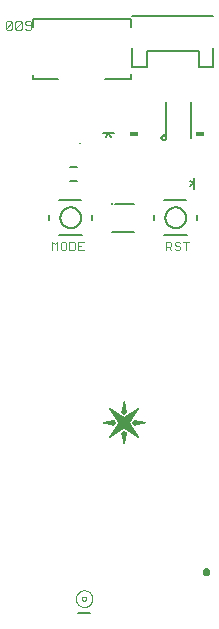
<source format=gto>
G75*
%MOIN*%
%OFA0B0*%
%FSLAX25Y25*%
%IPPOS*%
%LPD*%
%AMOC8*
5,1,8,0,0,1.08239X$1,22.5*
%
%ADD10C,0.00000*%
%ADD11C,0.00001*%
%ADD12C,0.00400*%
%ADD13C,0.00800*%
%ADD14C,0.00787*%
%ADD15C,0.01575*%
%ADD16C,0.00500*%
%ADD17C,0.00600*%
%ADD18R,0.03000X0.01800*%
%ADD19R,0.00787X0.00295*%
D10*
X0077813Y0062260D02*
X0077103Y0065834D01*
X0077813Y0066358D01*
X0078524Y0065834D01*
X0077813Y0062260D01*
X0077814Y0067577D02*
X0072901Y0064336D01*
X0076141Y0069249D01*
X0072901Y0074161D01*
X0077814Y0070922D01*
X0082726Y0074161D01*
X0079486Y0069249D01*
X0082726Y0064336D01*
X0077814Y0067577D01*
X0080705Y0069249D02*
X0081229Y0069959D01*
X0084803Y0069249D01*
X0081229Y0068538D01*
X0080705Y0069249D01*
X0078524Y0072664D02*
X0077813Y0072140D01*
X0077103Y0072664D01*
X0077813Y0076238D01*
X0078524Y0072664D01*
X0074398Y0069959D02*
X0070825Y0069249D01*
X0074398Y0068538D01*
X0074922Y0069249D01*
X0074398Y0069959D01*
D11*
X0074399Y0069959D02*
X0074394Y0069959D01*
X0074389Y0069958D02*
X0074400Y0069958D01*
X0074400Y0069957D02*
X0074384Y0069957D01*
X0074379Y0069956D02*
X0074401Y0069956D01*
X0074402Y0069955D02*
X0074374Y0069955D01*
X0074369Y0069954D02*
X0074403Y0069954D01*
X0074403Y0069953D02*
X0074364Y0069953D01*
X0074360Y0069952D02*
X0074404Y0069952D01*
X0074405Y0069951D02*
X0074355Y0069951D01*
X0074350Y0069950D02*
X0074405Y0069950D01*
X0074406Y0069949D02*
X0074345Y0069949D01*
X0074340Y0069948D02*
X0074407Y0069948D01*
X0074408Y0069947D02*
X0074335Y0069947D01*
X0074330Y0069946D02*
X0074408Y0069946D01*
X0074409Y0069945D02*
X0074325Y0069945D01*
X0074320Y0069944D02*
X0074410Y0069944D01*
X0074410Y0069943D02*
X0074315Y0069943D01*
X0074310Y0069942D02*
X0074411Y0069942D01*
X0074412Y0069941D02*
X0074305Y0069941D01*
X0074300Y0069940D02*
X0074413Y0069940D01*
X0074413Y0069939D02*
X0074295Y0069939D01*
X0074290Y0069938D02*
X0074414Y0069938D01*
X0074415Y0069937D02*
X0074285Y0069937D01*
X0074280Y0069936D02*
X0074416Y0069936D01*
X0074416Y0069935D02*
X0074275Y0069935D01*
X0074270Y0069934D02*
X0074417Y0069934D01*
X0074418Y0069933D02*
X0074265Y0069933D01*
X0074261Y0069932D02*
X0074418Y0069932D01*
X0074419Y0069931D02*
X0074256Y0069931D01*
X0074251Y0069930D02*
X0074420Y0069930D01*
X0074421Y0069929D02*
X0074246Y0069929D01*
X0074241Y0069928D02*
X0074421Y0069928D01*
X0074422Y0069927D02*
X0074236Y0069927D01*
X0074231Y0069926D02*
X0074423Y0069926D01*
X0074424Y0069925D02*
X0074226Y0069925D01*
X0074221Y0069924D02*
X0074424Y0069924D01*
X0074425Y0069923D02*
X0074216Y0069923D01*
X0074211Y0069922D02*
X0074426Y0069922D01*
X0074426Y0069921D02*
X0074206Y0069921D01*
X0074201Y0069920D02*
X0074427Y0069920D01*
X0074428Y0069919D02*
X0074196Y0069919D01*
X0074191Y0069918D02*
X0074429Y0069918D01*
X0074429Y0069917D02*
X0074186Y0069917D01*
X0074181Y0069916D02*
X0074430Y0069916D01*
X0074431Y0069915D02*
X0074176Y0069915D01*
X0074171Y0069914D02*
X0074432Y0069914D01*
X0074432Y0069913D02*
X0074166Y0069913D01*
X0074162Y0069912D02*
X0074433Y0069912D01*
X0074434Y0069911D02*
X0074157Y0069911D01*
X0074152Y0069910D02*
X0074434Y0069910D01*
X0074435Y0069909D02*
X0074147Y0069909D01*
X0074142Y0069908D02*
X0074436Y0069908D01*
X0074437Y0069907D02*
X0074137Y0069907D01*
X0074132Y0069906D02*
X0074437Y0069906D01*
X0074438Y0069906D02*
X0074127Y0069906D01*
X0074122Y0069905D02*
X0074439Y0069905D01*
X0074440Y0069904D02*
X0074117Y0069904D01*
X0074112Y0069903D02*
X0074440Y0069903D01*
X0074441Y0069902D02*
X0074107Y0069902D01*
X0074102Y0069901D02*
X0074442Y0069901D01*
X0074442Y0069900D02*
X0074097Y0069900D01*
X0074092Y0069899D02*
X0074443Y0069899D01*
X0074444Y0069898D02*
X0074087Y0069898D01*
X0074082Y0069897D02*
X0074445Y0069897D01*
X0074445Y0069896D02*
X0074077Y0069896D01*
X0074072Y0069895D02*
X0074446Y0069895D01*
X0074447Y0069894D02*
X0074067Y0069894D01*
X0074063Y0069893D02*
X0074448Y0069893D01*
X0074448Y0069892D02*
X0074058Y0069892D01*
X0074053Y0069891D02*
X0074449Y0069891D01*
X0074450Y0069890D02*
X0074048Y0069890D01*
X0074043Y0069889D02*
X0074450Y0069889D01*
X0074451Y0069888D02*
X0074038Y0069888D01*
X0074033Y0069887D02*
X0074452Y0069887D01*
X0074453Y0069886D02*
X0074028Y0069886D01*
X0074023Y0069885D02*
X0074453Y0069885D01*
X0074454Y0069884D02*
X0074018Y0069884D01*
X0074013Y0069883D02*
X0074455Y0069883D01*
X0074456Y0069882D02*
X0074008Y0069882D01*
X0074003Y0069881D02*
X0074456Y0069881D01*
X0074457Y0069880D02*
X0073998Y0069880D01*
X0073993Y0069879D02*
X0074458Y0069879D01*
X0074458Y0069878D02*
X0073988Y0069878D01*
X0073983Y0069877D02*
X0074459Y0069877D01*
X0074460Y0069876D02*
X0073978Y0069876D01*
X0073973Y0069875D02*
X0074461Y0069875D01*
X0074461Y0069874D02*
X0073968Y0069874D01*
X0073964Y0069873D02*
X0074462Y0069873D01*
X0074463Y0069872D02*
X0073959Y0069872D01*
X0073954Y0069871D02*
X0074464Y0069871D01*
X0074464Y0069870D02*
X0073949Y0069870D01*
X0073944Y0069869D02*
X0074465Y0069869D01*
X0074466Y0069868D02*
X0073939Y0069868D01*
X0073934Y0069867D02*
X0074466Y0069867D01*
X0074467Y0069866D02*
X0073929Y0069866D01*
X0073924Y0069865D02*
X0074468Y0069865D01*
X0074469Y0069864D02*
X0073919Y0069864D01*
X0073914Y0069863D02*
X0074469Y0069863D01*
X0074470Y0069862D02*
X0073909Y0069862D01*
X0073904Y0069861D02*
X0074471Y0069861D01*
X0074471Y0069860D02*
X0073899Y0069860D01*
X0073894Y0069859D02*
X0074472Y0069859D01*
X0074473Y0069858D02*
X0073889Y0069858D01*
X0073884Y0069857D02*
X0074474Y0069857D01*
X0074474Y0069856D02*
X0073879Y0069856D01*
X0073874Y0069855D02*
X0074475Y0069855D01*
X0074476Y0069854D02*
X0073869Y0069854D01*
X0073865Y0069853D02*
X0074477Y0069853D01*
X0074477Y0069852D02*
X0073860Y0069852D01*
X0073855Y0069851D02*
X0074478Y0069851D01*
X0074479Y0069850D02*
X0073850Y0069850D01*
X0073845Y0069849D02*
X0074479Y0069849D01*
X0074480Y0069848D02*
X0073840Y0069848D01*
X0073835Y0069847D02*
X0074481Y0069847D01*
X0074482Y0069846D02*
X0073830Y0069846D01*
X0073825Y0069845D02*
X0074482Y0069845D01*
X0074483Y0069844D02*
X0073820Y0069844D01*
X0073815Y0069844D02*
X0074484Y0069844D01*
X0074485Y0069843D02*
X0073810Y0069843D01*
X0073805Y0069842D02*
X0074485Y0069842D01*
X0074486Y0069841D02*
X0073800Y0069841D01*
X0073795Y0069840D02*
X0074487Y0069840D01*
X0074487Y0069839D02*
X0073790Y0069839D01*
X0073785Y0069838D02*
X0074488Y0069838D01*
X0074489Y0069837D02*
X0073780Y0069837D01*
X0073775Y0069836D02*
X0074490Y0069836D01*
X0074490Y0069835D02*
X0073770Y0069835D01*
X0073766Y0069834D02*
X0074491Y0069834D01*
X0074492Y0069833D02*
X0073761Y0069833D01*
X0073756Y0069832D02*
X0074493Y0069832D01*
X0074493Y0069831D02*
X0073751Y0069831D01*
X0073746Y0069830D02*
X0074494Y0069830D01*
X0074495Y0069829D02*
X0073741Y0069829D01*
X0073736Y0069828D02*
X0074495Y0069828D01*
X0074496Y0069827D02*
X0073731Y0069827D01*
X0073726Y0069826D02*
X0074497Y0069826D01*
X0074498Y0069825D02*
X0073721Y0069825D01*
X0073716Y0069824D02*
X0074498Y0069824D01*
X0074499Y0069823D02*
X0073711Y0069823D01*
X0073706Y0069822D02*
X0074500Y0069822D01*
X0074501Y0069821D02*
X0073701Y0069821D01*
X0073696Y0069820D02*
X0074501Y0069820D01*
X0074502Y0069819D02*
X0073691Y0069819D01*
X0073686Y0069818D02*
X0074503Y0069818D01*
X0074503Y0069817D02*
X0073681Y0069817D01*
X0073676Y0069816D02*
X0074504Y0069816D01*
X0074505Y0069815D02*
X0073671Y0069815D01*
X0073667Y0069814D02*
X0074506Y0069814D01*
X0074506Y0069813D02*
X0073662Y0069813D01*
X0073657Y0069812D02*
X0074507Y0069812D01*
X0074508Y0069811D02*
X0073652Y0069811D01*
X0073647Y0069810D02*
X0074509Y0069810D01*
X0074509Y0069809D02*
X0073642Y0069809D01*
X0073637Y0069808D02*
X0074510Y0069808D01*
X0074511Y0069807D02*
X0073632Y0069807D01*
X0073627Y0069806D02*
X0074511Y0069806D01*
X0074512Y0069805D02*
X0073622Y0069805D01*
X0073617Y0069804D02*
X0074513Y0069804D01*
X0074514Y0069803D02*
X0073612Y0069803D01*
X0073607Y0069802D02*
X0074514Y0069802D01*
X0074515Y0069801D02*
X0073602Y0069801D01*
X0073597Y0069800D02*
X0074516Y0069800D01*
X0074517Y0069799D02*
X0073592Y0069799D01*
X0073587Y0069798D02*
X0074517Y0069798D01*
X0074518Y0069797D02*
X0073582Y0069797D01*
X0073577Y0069796D02*
X0074519Y0069796D01*
X0074519Y0069795D02*
X0073572Y0069795D01*
X0073567Y0069794D02*
X0074520Y0069794D01*
X0074521Y0069793D02*
X0073563Y0069793D01*
X0073558Y0069792D02*
X0074522Y0069792D01*
X0074522Y0069791D02*
X0073553Y0069791D01*
X0073548Y0069790D02*
X0074523Y0069790D01*
X0074524Y0069789D02*
X0073543Y0069789D01*
X0073538Y0069788D02*
X0074524Y0069788D01*
X0074525Y0069787D02*
X0073533Y0069787D01*
X0073528Y0069786D02*
X0074526Y0069786D01*
X0074527Y0069785D02*
X0073523Y0069785D01*
X0073518Y0069784D02*
X0074527Y0069784D01*
X0074528Y0069783D02*
X0073513Y0069783D01*
X0073508Y0069782D02*
X0074529Y0069782D01*
X0074530Y0069781D02*
X0073503Y0069781D01*
X0073498Y0069781D02*
X0074530Y0069781D01*
X0074531Y0069780D02*
X0073493Y0069780D01*
X0073488Y0069779D02*
X0074532Y0069779D01*
X0074532Y0069778D02*
X0073483Y0069778D01*
X0073478Y0069777D02*
X0074533Y0069777D01*
X0074534Y0069776D02*
X0073473Y0069776D01*
X0073468Y0069775D02*
X0074535Y0069775D01*
X0074535Y0069774D02*
X0073464Y0069774D01*
X0073459Y0069773D02*
X0074536Y0069773D01*
X0074537Y0069772D02*
X0073454Y0069772D01*
X0073449Y0069771D02*
X0074538Y0069771D01*
X0074538Y0069770D02*
X0073444Y0069770D01*
X0073439Y0069769D02*
X0074539Y0069769D01*
X0074540Y0069768D02*
X0073434Y0069768D01*
X0073429Y0069767D02*
X0074540Y0069767D01*
X0074541Y0069766D02*
X0073424Y0069766D01*
X0073419Y0069765D02*
X0074542Y0069765D01*
X0074543Y0069764D02*
X0073414Y0069764D01*
X0073409Y0069763D02*
X0074543Y0069763D01*
X0074544Y0069762D02*
X0073404Y0069762D01*
X0073399Y0069761D02*
X0074545Y0069761D01*
X0074546Y0069760D02*
X0073394Y0069760D01*
X0073389Y0069759D02*
X0074546Y0069759D01*
X0074547Y0069758D02*
X0073384Y0069758D01*
X0073379Y0069757D02*
X0074548Y0069757D01*
X0074548Y0069756D02*
X0073374Y0069756D01*
X0073369Y0069755D02*
X0074549Y0069755D01*
X0074550Y0069754D02*
X0073365Y0069754D01*
X0073360Y0069753D02*
X0074551Y0069753D01*
X0074551Y0069752D02*
X0073355Y0069752D01*
X0073350Y0069751D02*
X0074552Y0069751D01*
X0074553Y0069750D02*
X0073345Y0069750D01*
X0073340Y0069749D02*
X0074554Y0069749D01*
X0074554Y0069748D02*
X0073335Y0069748D01*
X0073330Y0069747D02*
X0074555Y0069747D01*
X0074556Y0069746D02*
X0073325Y0069746D01*
X0073320Y0069745D02*
X0074556Y0069745D01*
X0074557Y0069744D02*
X0073315Y0069744D01*
X0073310Y0069743D02*
X0074558Y0069743D01*
X0074559Y0069742D02*
X0073305Y0069742D01*
X0073300Y0069741D02*
X0074559Y0069741D01*
X0074560Y0069740D02*
X0073295Y0069740D01*
X0073290Y0069739D02*
X0074561Y0069739D01*
X0074562Y0069738D02*
X0073285Y0069738D01*
X0073280Y0069737D02*
X0074562Y0069737D01*
X0074563Y0069736D02*
X0073275Y0069736D01*
X0073270Y0069735D02*
X0074564Y0069735D01*
X0074564Y0069734D02*
X0073266Y0069734D01*
X0073261Y0069733D02*
X0074565Y0069733D01*
X0074566Y0069732D02*
X0073256Y0069732D01*
X0073251Y0069731D02*
X0074567Y0069731D01*
X0074567Y0069730D02*
X0073246Y0069730D01*
X0073241Y0069729D02*
X0074568Y0069729D01*
X0074569Y0069728D02*
X0073236Y0069728D01*
X0073231Y0069727D02*
X0074570Y0069727D01*
X0074570Y0069726D02*
X0073226Y0069726D01*
X0073221Y0069725D02*
X0074571Y0069725D01*
X0074572Y0069724D02*
X0073216Y0069724D01*
X0073211Y0069723D02*
X0074572Y0069723D01*
X0074573Y0069722D02*
X0073206Y0069722D01*
X0073201Y0069721D02*
X0074574Y0069721D01*
X0074575Y0069720D02*
X0073196Y0069720D01*
X0073191Y0069719D02*
X0074575Y0069719D01*
X0074576Y0069719D02*
X0073186Y0069719D01*
X0073181Y0069718D02*
X0074577Y0069718D01*
X0074577Y0069717D02*
X0073176Y0069717D01*
X0073171Y0069716D02*
X0074578Y0069716D01*
X0074579Y0069715D02*
X0073167Y0069715D01*
X0073162Y0069714D02*
X0074580Y0069714D01*
X0074580Y0069713D02*
X0073157Y0069713D01*
X0073152Y0069712D02*
X0074581Y0069712D01*
X0074582Y0069711D02*
X0073147Y0069711D01*
X0073142Y0069710D02*
X0074583Y0069710D01*
X0074583Y0069709D02*
X0073137Y0069709D01*
X0073132Y0069708D02*
X0074584Y0069708D01*
X0074585Y0069707D02*
X0073127Y0069707D01*
X0073122Y0069706D02*
X0074585Y0069706D01*
X0074586Y0069705D02*
X0073117Y0069705D01*
X0073112Y0069704D02*
X0074587Y0069704D01*
X0074588Y0069703D02*
X0073107Y0069703D01*
X0073102Y0069702D02*
X0074588Y0069702D01*
X0074589Y0069701D02*
X0073097Y0069701D01*
X0073092Y0069700D02*
X0074590Y0069700D01*
X0074591Y0069699D02*
X0073087Y0069699D01*
X0073082Y0069698D02*
X0074591Y0069698D01*
X0074592Y0069697D02*
X0073077Y0069697D01*
X0073072Y0069696D02*
X0074593Y0069696D01*
X0074593Y0069695D02*
X0073068Y0069695D01*
X0073063Y0069694D02*
X0074594Y0069694D01*
X0074595Y0069693D02*
X0073058Y0069693D01*
X0073053Y0069692D02*
X0074596Y0069692D01*
X0074596Y0069691D02*
X0073048Y0069691D01*
X0073043Y0069690D02*
X0074597Y0069690D01*
X0074598Y0069689D02*
X0073038Y0069689D01*
X0073033Y0069688D02*
X0074599Y0069688D01*
X0074599Y0069687D02*
X0073028Y0069687D01*
X0073023Y0069686D02*
X0074600Y0069686D01*
X0074601Y0069685D02*
X0073018Y0069685D01*
X0073013Y0069684D02*
X0074601Y0069684D01*
X0074602Y0069683D02*
X0073008Y0069683D01*
X0073003Y0069682D02*
X0074603Y0069682D01*
X0074604Y0069681D02*
X0072998Y0069681D01*
X0072993Y0069680D02*
X0074604Y0069680D01*
X0074605Y0069679D02*
X0072988Y0069679D01*
X0072983Y0069678D02*
X0074606Y0069678D01*
X0074607Y0069677D02*
X0072978Y0069677D01*
X0072973Y0069676D02*
X0074607Y0069676D01*
X0074608Y0069675D02*
X0072969Y0069675D01*
X0072964Y0069674D02*
X0074609Y0069674D01*
X0074609Y0069673D02*
X0072959Y0069673D01*
X0072954Y0069672D02*
X0074610Y0069672D01*
X0074611Y0069671D02*
X0072949Y0069671D01*
X0072944Y0069670D02*
X0074612Y0069670D01*
X0074612Y0069669D02*
X0072939Y0069669D01*
X0072934Y0069668D02*
X0074613Y0069668D01*
X0074614Y0069667D02*
X0072929Y0069667D01*
X0072924Y0069666D02*
X0074615Y0069666D01*
X0074615Y0069665D02*
X0072919Y0069665D01*
X0072914Y0069664D02*
X0074616Y0069664D01*
X0074617Y0069663D02*
X0072909Y0069663D01*
X0072904Y0069662D02*
X0074617Y0069662D01*
X0074618Y0069661D02*
X0072899Y0069661D01*
X0072894Y0069660D02*
X0074619Y0069660D01*
X0074620Y0069659D02*
X0072889Y0069659D01*
X0072884Y0069658D02*
X0074620Y0069658D01*
X0074621Y0069657D02*
X0072879Y0069657D01*
X0072874Y0069656D02*
X0074622Y0069656D01*
X0074623Y0069656D02*
X0072870Y0069656D01*
X0072865Y0069655D02*
X0074623Y0069655D01*
X0074624Y0069654D02*
X0072860Y0069654D01*
X0072855Y0069653D02*
X0074625Y0069653D01*
X0074625Y0069652D02*
X0072850Y0069652D01*
X0072845Y0069651D02*
X0074626Y0069651D01*
X0074627Y0069650D02*
X0072840Y0069650D01*
X0072835Y0069649D02*
X0074628Y0069649D01*
X0074628Y0069648D02*
X0072830Y0069648D01*
X0072825Y0069647D02*
X0074629Y0069647D01*
X0074630Y0069646D02*
X0072820Y0069646D01*
X0072815Y0069645D02*
X0074631Y0069645D01*
X0074631Y0069644D02*
X0072810Y0069644D01*
X0072805Y0069643D02*
X0074632Y0069643D01*
X0074633Y0069642D02*
X0072800Y0069642D01*
X0072795Y0069641D02*
X0074633Y0069641D01*
X0074634Y0069640D02*
X0072790Y0069640D01*
X0072785Y0069639D02*
X0074635Y0069639D01*
X0074636Y0069638D02*
X0072780Y0069638D01*
X0072775Y0069637D02*
X0074636Y0069637D01*
X0074637Y0069636D02*
X0072770Y0069636D01*
X0072766Y0069635D02*
X0074638Y0069635D01*
X0074638Y0069634D02*
X0072761Y0069634D01*
X0072756Y0069633D02*
X0074639Y0069633D01*
X0074640Y0069632D02*
X0072751Y0069632D01*
X0072746Y0069631D02*
X0074641Y0069631D01*
X0074641Y0069630D02*
X0072741Y0069630D01*
X0072736Y0069629D02*
X0074642Y0069629D01*
X0074643Y0069628D02*
X0072731Y0069628D01*
X0072726Y0069627D02*
X0074644Y0069627D01*
X0074644Y0069626D02*
X0072721Y0069626D01*
X0072716Y0069625D02*
X0074645Y0069625D01*
X0074646Y0069624D02*
X0072711Y0069624D01*
X0072706Y0069623D02*
X0074646Y0069623D01*
X0074647Y0069622D02*
X0072701Y0069622D01*
X0072696Y0069621D02*
X0074648Y0069621D01*
X0074649Y0069620D02*
X0072691Y0069620D01*
X0072686Y0069619D02*
X0074649Y0069619D01*
X0074650Y0069618D02*
X0072681Y0069618D01*
X0072676Y0069617D02*
X0074651Y0069617D01*
X0074652Y0069616D02*
X0072671Y0069616D01*
X0072667Y0069615D02*
X0074652Y0069615D01*
X0074653Y0069614D02*
X0072662Y0069614D01*
X0072657Y0069613D02*
X0074654Y0069613D01*
X0074654Y0069612D02*
X0072652Y0069612D01*
X0072647Y0069611D02*
X0074655Y0069611D01*
X0074656Y0069610D02*
X0072642Y0069610D01*
X0072637Y0069609D02*
X0074657Y0069609D01*
X0074657Y0069608D02*
X0072632Y0069608D01*
X0072627Y0069607D02*
X0074658Y0069607D01*
X0074659Y0069606D02*
X0072622Y0069606D01*
X0072617Y0069605D02*
X0074660Y0069605D01*
X0074660Y0069604D02*
X0072612Y0069604D01*
X0072607Y0069603D02*
X0074661Y0069603D01*
X0074662Y0069602D02*
X0072602Y0069602D01*
X0072597Y0069601D02*
X0074662Y0069601D01*
X0074663Y0069600D02*
X0072592Y0069600D01*
X0072587Y0069599D02*
X0074664Y0069599D01*
X0074665Y0069598D02*
X0072582Y0069598D01*
X0072577Y0069597D02*
X0074665Y0069597D01*
X0074666Y0069596D02*
X0072572Y0069596D01*
X0072568Y0069595D02*
X0074667Y0069595D01*
X0074668Y0069594D02*
X0072563Y0069594D01*
X0072558Y0069594D02*
X0074668Y0069594D01*
X0074669Y0069593D02*
X0072553Y0069593D01*
X0072548Y0069592D02*
X0074670Y0069592D01*
X0074670Y0069591D02*
X0072543Y0069591D01*
X0072538Y0069590D02*
X0074671Y0069590D01*
X0074672Y0069589D02*
X0072533Y0069589D01*
X0072528Y0069588D02*
X0074673Y0069588D01*
X0074673Y0069587D02*
X0072523Y0069587D01*
X0072518Y0069586D02*
X0074674Y0069586D01*
X0074675Y0069585D02*
X0072513Y0069585D01*
X0072508Y0069584D02*
X0074676Y0069584D01*
X0074676Y0069583D02*
X0072503Y0069583D01*
X0072498Y0069582D02*
X0074677Y0069582D01*
X0074678Y0069581D02*
X0072493Y0069581D01*
X0072488Y0069580D02*
X0074678Y0069580D01*
X0074679Y0069579D02*
X0072483Y0069579D01*
X0072478Y0069578D02*
X0074680Y0069578D01*
X0074681Y0069577D02*
X0072473Y0069577D01*
X0072469Y0069576D02*
X0074681Y0069576D01*
X0074682Y0069575D02*
X0072464Y0069575D01*
X0072459Y0069574D02*
X0074683Y0069574D01*
X0074684Y0069573D02*
X0072454Y0069573D01*
X0072449Y0069572D02*
X0074684Y0069572D01*
X0074685Y0069571D02*
X0072444Y0069571D01*
X0072439Y0069570D02*
X0074686Y0069570D01*
X0074686Y0069569D02*
X0072434Y0069569D01*
X0072429Y0069568D02*
X0074687Y0069568D01*
X0074688Y0069567D02*
X0072424Y0069567D01*
X0072419Y0069566D02*
X0074689Y0069566D01*
X0074689Y0069565D02*
X0072414Y0069565D01*
X0072409Y0069564D02*
X0074690Y0069564D01*
X0074691Y0069563D02*
X0072404Y0069563D01*
X0072399Y0069562D02*
X0074691Y0069562D01*
X0074692Y0069561D02*
X0072394Y0069561D01*
X0072389Y0069560D02*
X0074693Y0069560D01*
X0074694Y0069559D02*
X0072384Y0069559D01*
X0072379Y0069558D02*
X0074694Y0069558D01*
X0074695Y0069557D02*
X0072374Y0069557D01*
X0072370Y0069556D02*
X0074696Y0069556D01*
X0074697Y0069555D02*
X0072365Y0069555D01*
X0072360Y0069554D02*
X0074697Y0069554D01*
X0074698Y0069553D02*
X0072355Y0069553D01*
X0072350Y0069552D02*
X0074699Y0069552D01*
X0074699Y0069551D02*
X0072345Y0069551D01*
X0072340Y0069550D02*
X0074700Y0069550D01*
X0074701Y0069549D02*
X0072335Y0069549D01*
X0072330Y0069548D02*
X0074702Y0069548D01*
X0074702Y0069547D02*
X0072325Y0069547D01*
X0072320Y0069546D02*
X0074703Y0069546D01*
X0074704Y0069545D02*
X0072315Y0069545D01*
X0072310Y0069544D02*
X0074705Y0069544D01*
X0074705Y0069543D02*
X0072305Y0069543D01*
X0072300Y0069542D02*
X0074706Y0069542D01*
X0074707Y0069541D02*
X0072295Y0069541D01*
X0072290Y0069540D02*
X0074707Y0069540D01*
X0074708Y0069539D02*
X0072285Y0069539D01*
X0072280Y0069538D02*
X0074709Y0069538D01*
X0074710Y0069537D02*
X0072275Y0069537D01*
X0072271Y0069536D02*
X0074710Y0069536D01*
X0074711Y0069535D02*
X0072266Y0069535D01*
X0072261Y0069534D02*
X0074712Y0069534D01*
X0074713Y0069533D02*
X0072256Y0069533D01*
X0072251Y0069532D02*
X0074713Y0069532D01*
X0074714Y0069531D02*
X0072246Y0069531D01*
X0072241Y0069531D02*
X0074715Y0069531D01*
X0074715Y0069530D02*
X0072236Y0069530D01*
X0072231Y0069529D02*
X0074716Y0069529D01*
X0074717Y0069528D02*
X0072226Y0069528D01*
X0072221Y0069527D02*
X0074718Y0069527D01*
X0074718Y0069526D02*
X0072216Y0069526D01*
X0072211Y0069525D02*
X0074719Y0069525D01*
X0074720Y0069524D02*
X0072206Y0069524D01*
X0072201Y0069523D02*
X0074721Y0069523D01*
X0074721Y0069522D02*
X0072196Y0069522D01*
X0072191Y0069521D02*
X0074722Y0069521D01*
X0074723Y0069520D02*
X0072186Y0069520D01*
X0072181Y0069519D02*
X0074723Y0069519D01*
X0074724Y0069518D02*
X0072176Y0069518D01*
X0072172Y0069517D02*
X0074725Y0069517D01*
X0074726Y0069516D02*
X0072167Y0069516D01*
X0072162Y0069515D02*
X0074726Y0069515D01*
X0074727Y0069514D02*
X0072157Y0069514D01*
X0072152Y0069513D02*
X0074728Y0069513D01*
X0074729Y0069512D02*
X0072147Y0069512D01*
X0072142Y0069511D02*
X0074729Y0069511D01*
X0074730Y0069510D02*
X0072137Y0069510D01*
X0072132Y0069509D02*
X0074731Y0069509D01*
X0074731Y0069508D02*
X0072127Y0069508D01*
X0072122Y0069507D02*
X0074732Y0069507D01*
X0074733Y0069506D02*
X0072117Y0069506D01*
X0072112Y0069505D02*
X0074734Y0069505D01*
X0074734Y0069504D02*
X0072107Y0069504D01*
X0072102Y0069503D02*
X0074735Y0069503D01*
X0074736Y0069502D02*
X0072097Y0069502D01*
X0072092Y0069501D02*
X0074737Y0069501D01*
X0074737Y0069500D02*
X0072087Y0069500D01*
X0072082Y0069499D02*
X0074738Y0069499D01*
X0074739Y0069498D02*
X0072077Y0069498D01*
X0072073Y0069497D02*
X0074739Y0069497D01*
X0074740Y0069496D02*
X0072068Y0069496D01*
X0072063Y0069495D02*
X0074741Y0069495D01*
X0074742Y0069494D02*
X0072058Y0069494D01*
X0072053Y0069493D02*
X0074742Y0069493D01*
X0074743Y0069492D02*
X0072048Y0069492D01*
X0072043Y0069491D02*
X0074744Y0069491D01*
X0074745Y0069490D02*
X0072038Y0069490D01*
X0072033Y0069489D02*
X0074745Y0069489D01*
X0074746Y0069488D02*
X0072028Y0069488D01*
X0072023Y0069487D02*
X0074747Y0069487D01*
X0074747Y0069486D02*
X0072018Y0069486D01*
X0072013Y0069485D02*
X0074748Y0069485D01*
X0074749Y0069484D02*
X0072008Y0069484D01*
X0072003Y0069483D02*
X0074750Y0069483D01*
X0074750Y0069482D02*
X0071998Y0069482D01*
X0071993Y0069481D02*
X0074751Y0069481D01*
X0074752Y0069480D02*
X0071988Y0069480D01*
X0071983Y0069479D02*
X0074752Y0069479D01*
X0074753Y0069478D02*
X0071978Y0069478D01*
X0071973Y0069477D02*
X0074754Y0069477D01*
X0074755Y0069476D02*
X0071969Y0069476D01*
X0071964Y0069475D02*
X0074755Y0069475D01*
X0074756Y0069474D02*
X0071959Y0069474D01*
X0071954Y0069473D02*
X0074757Y0069473D01*
X0074758Y0069472D02*
X0071949Y0069472D01*
X0071944Y0069471D02*
X0074758Y0069471D01*
X0074759Y0069470D02*
X0071939Y0069470D01*
X0071934Y0069469D02*
X0074760Y0069469D01*
X0071929Y0069469D01*
X0071924Y0069468D02*
X0074761Y0069468D01*
X0074762Y0069467D02*
X0071919Y0069467D01*
X0071914Y0069466D02*
X0074763Y0069466D01*
X0074763Y0069465D02*
X0071909Y0069465D01*
X0071904Y0069464D02*
X0074764Y0069464D01*
X0074765Y0069463D02*
X0071899Y0069463D01*
X0071894Y0069462D02*
X0074766Y0069462D01*
X0074766Y0069461D02*
X0071889Y0069461D01*
X0071884Y0069460D02*
X0074767Y0069460D01*
X0074768Y0069459D02*
X0071879Y0069459D01*
X0071874Y0069458D02*
X0074768Y0069458D01*
X0074769Y0069457D02*
X0071870Y0069457D01*
X0071865Y0069456D02*
X0074770Y0069456D01*
X0074771Y0069455D02*
X0071860Y0069455D01*
X0071855Y0069454D02*
X0074771Y0069454D01*
X0074772Y0069453D02*
X0071850Y0069453D01*
X0071845Y0069452D02*
X0074773Y0069452D01*
X0074774Y0069451D02*
X0071840Y0069451D01*
X0071835Y0069450D02*
X0074774Y0069450D01*
X0074775Y0069449D02*
X0071830Y0069449D01*
X0071825Y0069448D02*
X0074776Y0069448D01*
X0074776Y0069447D02*
X0071820Y0069447D01*
X0071815Y0069446D02*
X0074777Y0069446D01*
X0074778Y0069445D02*
X0071810Y0069445D01*
X0071805Y0069444D02*
X0074779Y0069444D01*
X0074779Y0069443D02*
X0071800Y0069443D01*
X0071795Y0069442D02*
X0074780Y0069442D01*
X0074781Y0069441D02*
X0071790Y0069441D01*
X0071785Y0069440D02*
X0074782Y0069440D01*
X0074782Y0069439D02*
X0071780Y0069439D01*
X0071775Y0069438D02*
X0074783Y0069438D01*
X0074784Y0069437D02*
X0071771Y0069437D01*
X0071766Y0069436D02*
X0074784Y0069436D01*
X0074785Y0069435D02*
X0071761Y0069435D01*
X0071756Y0069434D02*
X0074786Y0069434D01*
X0074787Y0069433D02*
X0071751Y0069433D01*
X0071746Y0069432D02*
X0074787Y0069432D01*
X0074788Y0069431D02*
X0071741Y0069431D01*
X0071736Y0069430D02*
X0074789Y0069430D01*
X0074790Y0069429D02*
X0071731Y0069429D01*
X0071726Y0069428D02*
X0074790Y0069428D01*
X0074791Y0069427D02*
X0071721Y0069427D01*
X0071716Y0069426D02*
X0074792Y0069426D01*
X0074792Y0069425D02*
X0071711Y0069425D01*
X0071706Y0069424D02*
X0074793Y0069424D01*
X0074794Y0069423D02*
X0071701Y0069423D01*
X0071696Y0069422D02*
X0074795Y0069422D01*
X0074795Y0069421D02*
X0071691Y0069421D01*
X0071686Y0069420D02*
X0074796Y0069420D01*
X0074797Y0069419D02*
X0071681Y0069419D01*
X0071676Y0069418D02*
X0074798Y0069418D01*
X0074798Y0069417D02*
X0071672Y0069417D01*
X0071667Y0069416D02*
X0074799Y0069416D01*
X0074800Y0069415D02*
X0071662Y0069415D01*
X0071657Y0069414D02*
X0074800Y0069414D01*
X0074801Y0069413D02*
X0071652Y0069413D01*
X0071647Y0069412D02*
X0074802Y0069412D01*
X0074803Y0069411D02*
X0071642Y0069411D01*
X0071637Y0069410D02*
X0074803Y0069410D01*
X0074804Y0069409D02*
X0071632Y0069409D01*
X0071627Y0069408D02*
X0074805Y0069408D01*
X0074805Y0069407D02*
X0071622Y0069407D01*
X0071617Y0069406D02*
X0074806Y0069406D01*
X0074807Y0069406D02*
X0071612Y0069406D01*
X0071607Y0069405D02*
X0074808Y0069405D01*
X0074808Y0069404D02*
X0071602Y0069404D01*
X0071597Y0069403D02*
X0074809Y0069403D01*
X0074810Y0069402D02*
X0071592Y0069402D01*
X0071587Y0069401D02*
X0074811Y0069401D01*
X0074811Y0069400D02*
X0071582Y0069400D01*
X0071577Y0069399D02*
X0074812Y0069399D01*
X0074813Y0069398D02*
X0071573Y0069398D01*
X0071568Y0069397D02*
X0074813Y0069397D01*
X0074814Y0069396D02*
X0071563Y0069396D01*
X0071558Y0069395D02*
X0074815Y0069395D01*
X0074816Y0069394D02*
X0071553Y0069394D01*
X0071548Y0069393D02*
X0074816Y0069393D01*
X0074817Y0069392D02*
X0071543Y0069392D01*
X0071538Y0069391D02*
X0074818Y0069391D01*
X0074819Y0069390D02*
X0071533Y0069390D01*
X0071528Y0069389D02*
X0074819Y0069389D01*
X0074820Y0069388D02*
X0071523Y0069388D01*
X0071518Y0069387D02*
X0074821Y0069387D01*
X0074821Y0069386D02*
X0071513Y0069386D01*
X0071508Y0069385D02*
X0074822Y0069385D01*
X0074823Y0069384D02*
X0071503Y0069384D01*
X0071498Y0069383D02*
X0074824Y0069383D01*
X0074824Y0069382D02*
X0071493Y0069382D01*
X0071488Y0069381D02*
X0074825Y0069381D01*
X0074826Y0069380D02*
X0071483Y0069380D01*
X0071478Y0069379D02*
X0074827Y0069379D01*
X0074827Y0069378D02*
X0071474Y0069378D01*
X0071469Y0069377D02*
X0074828Y0069377D01*
X0074829Y0069376D02*
X0071464Y0069376D01*
X0071459Y0069375D02*
X0074829Y0069375D01*
X0074830Y0069374D02*
X0071454Y0069374D01*
X0071449Y0069373D02*
X0074831Y0069373D01*
X0074832Y0069372D02*
X0071444Y0069372D01*
X0071439Y0069371D02*
X0074832Y0069371D01*
X0074833Y0069370D02*
X0071434Y0069370D01*
X0071429Y0069369D02*
X0074834Y0069369D01*
X0074835Y0069368D02*
X0071424Y0069368D01*
X0071419Y0069367D02*
X0074835Y0069367D01*
X0074836Y0069366D02*
X0071414Y0069366D01*
X0071409Y0069365D02*
X0074837Y0069365D01*
X0074837Y0069364D02*
X0071404Y0069364D01*
X0071399Y0069363D02*
X0074838Y0069363D01*
X0074839Y0069362D02*
X0071394Y0069362D01*
X0071389Y0069361D02*
X0074840Y0069361D01*
X0074840Y0069360D02*
X0071384Y0069360D01*
X0071379Y0069359D02*
X0074841Y0069359D01*
X0074842Y0069358D02*
X0071375Y0069358D01*
X0071370Y0069357D02*
X0074843Y0069357D01*
X0074843Y0069356D02*
X0071365Y0069356D01*
X0071360Y0069355D02*
X0074844Y0069355D01*
X0074845Y0069354D02*
X0071355Y0069354D01*
X0071350Y0069353D02*
X0074845Y0069353D01*
X0074846Y0069352D02*
X0071345Y0069352D01*
X0071340Y0069351D02*
X0074847Y0069351D01*
X0074848Y0069350D02*
X0071335Y0069350D01*
X0071330Y0069349D02*
X0074848Y0069349D01*
X0074849Y0069348D02*
X0071325Y0069348D01*
X0071320Y0069347D02*
X0074850Y0069347D01*
X0074851Y0069346D02*
X0071315Y0069346D01*
X0071310Y0069345D02*
X0074851Y0069345D01*
X0074852Y0069344D02*
X0071305Y0069344D01*
X0071300Y0069344D02*
X0074853Y0069344D01*
X0074853Y0069343D02*
X0071295Y0069343D01*
X0071290Y0069342D02*
X0074854Y0069342D01*
X0074855Y0069341D02*
X0071285Y0069341D01*
X0071280Y0069340D02*
X0074856Y0069340D01*
X0074856Y0069339D02*
X0071276Y0069339D01*
X0071271Y0069338D02*
X0074857Y0069338D01*
X0074858Y0069337D02*
X0071266Y0069337D01*
X0071261Y0069336D02*
X0074859Y0069336D01*
X0074859Y0069335D02*
X0071256Y0069335D01*
X0071251Y0069334D02*
X0074860Y0069334D01*
X0074861Y0069333D02*
X0071246Y0069333D01*
X0071241Y0069332D02*
X0074861Y0069332D01*
X0074862Y0069331D02*
X0071236Y0069331D01*
X0071231Y0069330D02*
X0074863Y0069330D01*
X0074864Y0069329D02*
X0071226Y0069329D01*
X0071221Y0069328D02*
X0074864Y0069328D01*
X0074865Y0069327D02*
X0071216Y0069327D01*
X0071211Y0069326D02*
X0074866Y0069326D01*
X0074866Y0069325D02*
X0071206Y0069325D01*
X0071201Y0069324D02*
X0074867Y0069324D01*
X0074868Y0069323D02*
X0071196Y0069323D01*
X0071191Y0069322D02*
X0074869Y0069322D01*
X0074869Y0069321D02*
X0071186Y0069321D01*
X0071181Y0069320D02*
X0074870Y0069320D01*
X0074871Y0069319D02*
X0071177Y0069319D01*
X0071172Y0069318D02*
X0074872Y0069318D01*
X0074872Y0069317D02*
X0071167Y0069317D01*
X0071162Y0069316D02*
X0074873Y0069316D01*
X0074874Y0069315D02*
X0071157Y0069315D01*
X0071152Y0069314D02*
X0074874Y0069314D01*
X0074875Y0069313D02*
X0071147Y0069313D01*
X0071142Y0069312D02*
X0074876Y0069312D01*
X0074877Y0069311D02*
X0071137Y0069311D01*
X0071132Y0069310D02*
X0074877Y0069310D01*
X0074878Y0069309D02*
X0071127Y0069309D01*
X0071122Y0069308D02*
X0074879Y0069308D01*
X0074880Y0069307D02*
X0071117Y0069307D01*
X0071112Y0069306D02*
X0074880Y0069306D01*
X0074881Y0069305D02*
X0071107Y0069305D01*
X0071102Y0069304D02*
X0074882Y0069304D01*
X0074882Y0069303D02*
X0071097Y0069303D01*
X0071092Y0069302D02*
X0074883Y0069302D01*
X0074884Y0069301D02*
X0071087Y0069301D01*
X0071082Y0069300D02*
X0074885Y0069300D01*
X0074885Y0069299D02*
X0071077Y0069299D01*
X0071073Y0069298D02*
X0074886Y0069298D01*
X0074887Y0069297D02*
X0071068Y0069297D01*
X0071063Y0069296D02*
X0074888Y0069296D01*
X0074888Y0069295D02*
X0071058Y0069295D01*
X0071053Y0069294D02*
X0074889Y0069294D01*
X0074890Y0069293D02*
X0071048Y0069293D01*
X0071043Y0069292D02*
X0074890Y0069292D01*
X0074891Y0069291D02*
X0071038Y0069291D01*
X0071033Y0069290D02*
X0074892Y0069290D01*
X0074893Y0069289D02*
X0071028Y0069289D01*
X0071023Y0069288D02*
X0074893Y0069288D01*
X0074894Y0069287D02*
X0071018Y0069287D01*
X0071013Y0069286D02*
X0074895Y0069286D01*
X0074896Y0069285D02*
X0071008Y0069285D01*
X0071003Y0069284D02*
X0074896Y0069284D01*
X0074897Y0069283D02*
X0070998Y0069283D01*
X0070993Y0069282D02*
X0074898Y0069282D01*
X0074898Y0069281D02*
X0070988Y0069281D01*
X0070983Y0069281D02*
X0074899Y0069281D01*
X0074900Y0069280D02*
X0070978Y0069280D01*
X0070974Y0069279D02*
X0074901Y0069279D01*
X0074901Y0069278D02*
X0070969Y0069278D01*
X0070964Y0069277D02*
X0074902Y0069277D01*
X0074903Y0069276D02*
X0070959Y0069276D01*
X0070954Y0069275D02*
X0074904Y0069275D01*
X0074904Y0069274D02*
X0070949Y0069274D01*
X0070944Y0069273D02*
X0074905Y0069273D01*
X0074906Y0069272D02*
X0070939Y0069272D01*
X0070934Y0069271D02*
X0074906Y0069271D01*
X0074907Y0069270D02*
X0070929Y0069270D01*
X0070924Y0069269D02*
X0074908Y0069269D01*
X0074909Y0069268D02*
X0070919Y0069268D01*
X0070914Y0069267D02*
X0074909Y0069267D01*
X0074910Y0069266D02*
X0070909Y0069266D01*
X0070904Y0069265D02*
X0074911Y0069265D01*
X0074912Y0069264D02*
X0070899Y0069264D01*
X0070894Y0069263D02*
X0074912Y0069263D01*
X0074913Y0069262D02*
X0070889Y0069262D01*
X0070884Y0069261D02*
X0074914Y0069261D01*
X0074914Y0069260D02*
X0070879Y0069260D01*
X0070875Y0069259D02*
X0074915Y0069259D01*
X0074916Y0069258D02*
X0070870Y0069258D01*
X0070865Y0069257D02*
X0074917Y0069257D01*
X0074917Y0069256D02*
X0070860Y0069256D01*
X0070855Y0069255D02*
X0074918Y0069255D01*
X0074919Y0069254D02*
X0070850Y0069254D01*
X0070845Y0069253D02*
X0074920Y0069253D01*
X0074920Y0069252D02*
X0070840Y0069252D01*
X0070835Y0069251D02*
X0074921Y0069251D01*
X0074922Y0069250D02*
X0070830Y0069250D01*
X0070829Y0069248D02*
X0074922Y0069248D01*
X0074922Y0069249D02*
X0070825Y0069249D01*
X0070834Y0069247D02*
X0074921Y0069247D01*
X0074920Y0069246D02*
X0070839Y0069246D01*
X0070844Y0069245D02*
X0074920Y0069245D01*
X0074919Y0069244D02*
X0070849Y0069244D01*
X0070854Y0069243D02*
X0074918Y0069243D01*
X0074917Y0069242D02*
X0070859Y0069242D01*
X0070864Y0069241D02*
X0074917Y0069241D01*
X0074916Y0069240D02*
X0070869Y0069240D01*
X0070874Y0069239D02*
X0074915Y0069239D01*
X0074915Y0069238D02*
X0070879Y0069238D01*
X0070883Y0069237D02*
X0074914Y0069237D01*
X0074913Y0069236D02*
X0070888Y0069236D01*
X0070893Y0069235D02*
X0074912Y0069235D01*
X0074912Y0069234D02*
X0070898Y0069234D01*
X0070903Y0069233D02*
X0074911Y0069233D01*
X0074910Y0069232D02*
X0070908Y0069232D01*
X0070913Y0069231D02*
X0074909Y0069231D01*
X0074909Y0069230D02*
X0070918Y0069230D01*
X0070923Y0069229D02*
X0074908Y0069229D01*
X0074907Y0069228D02*
X0070928Y0069228D01*
X0070933Y0069227D02*
X0074907Y0069227D01*
X0074906Y0069226D02*
X0070938Y0069226D01*
X0070943Y0069225D02*
X0074905Y0069225D01*
X0074904Y0069224D02*
X0070948Y0069224D01*
X0070953Y0069223D02*
X0074904Y0069223D01*
X0074903Y0069222D02*
X0070958Y0069222D01*
X0070963Y0069221D02*
X0074902Y0069221D01*
X0074902Y0069220D02*
X0070968Y0069220D01*
X0070973Y0069219D02*
X0074901Y0069219D01*
X0074900Y0069219D02*
X0070978Y0069219D01*
X0070982Y0069218D02*
X0074899Y0069218D01*
X0074899Y0069217D02*
X0070987Y0069217D01*
X0070992Y0069216D02*
X0074898Y0069216D01*
X0074897Y0069215D02*
X0070997Y0069215D01*
X0071002Y0069214D02*
X0074896Y0069214D01*
X0074896Y0069213D02*
X0071007Y0069213D01*
X0071012Y0069212D02*
X0074895Y0069212D01*
X0074894Y0069211D02*
X0071017Y0069211D01*
X0071022Y0069210D02*
X0074894Y0069210D01*
X0074893Y0069209D02*
X0071027Y0069209D01*
X0071032Y0069208D02*
X0074892Y0069208D01*
X0074891Y0069207D02*
X0071037Y0069207D01*
X0071042Y0069206D02*
X0074891Y0069206D01*
X0074890Y0069205D02*
X0071047Y0069205D01*
X0071052Y0069204D02*
X0074889Y0069204D01*
X0074888Y0069203D02*
X0071057Y0069203D01*
X0071062Y0069202D02*
X0074888Y0069202D01*
X0074887Y0069201D02*
X0071067Y0069201D01*
X0071072Y0069200D02*
X0074886Y0069200D01*
X0074886Y0069199D02*
X0071077Y0069199D01*
X0071081Y0069198D02*
X0074885Y0069198D01*
X0074884Y0069197D02*
X0071086Y0069197D01*
X0071091Y0069196D02*
X0074883Y0069196D01*
X0074883Y0069195D02*
X0071096Y0069195D01*
X0071101Y0069194D02*
X0074882Y0069194D01*
X0074881Y0069193D02*
X0071106Y0069193D01*
X0071111Y0069192D02*
X0074880Y0069192D01*
X0074880Y0069191D02*
X0071116Y0069191D01*
X0071121Y0069190D02*
X0074879Y0069190D01*
X0074878Y0069189D02*
X0071126Y0069189D01*
X0071131Y0069188D02*
X0074878Y0069188D01*
X0074877Y0069187D02*
X0071136Y0069187D01*
X0071141Y0069186D02*
X0074876Y0069186D01*
X0074875Y0069185D02*
X0071146Y0069185D01*
X0071151Y0069184D02*
X0074875Y0069184D01*
X0074874Y0069183D02*
X0071156Y0069183D01*
X0071161Y0069182D02*
X0074873Y0069182D01*
X0074872Y0069181D02*
X0071166Y0069181D01*
X0071171Y0069180D02*
X0074872Y0069180D01*
X0074871Y0069179D02*
X0071176Y0069179D01*
X0071180Y0069178D02*
X0074870Y0069178D01*
X0074870Y0069177D02*
X0071185Y0069177D01*
X0071190Y0069176D02*
X0074869Y0069176D01*
X0074868Y0069175D02*
X0071195Y0069175D01*
X0071200Y0069174D02*
X0074867Y0069174D01*
X0074867Y0069173D02*
X0071205Y0069173D01*
X0071210Y0069172D02*
X0074866Y0069172D01*
X0074865Y0069171D02*
X0071215Y0069171D01*
X0071220Y0069170D02*
X0074864Y0069170D01*
X0074864Y0069169D02*
X0071225Y0069169D01*
X0071230Y0069168D02*
X0074863Y0069168D01*
X0074862Y0069167D02*
X0071235Y0069167D01*
X0071240Y0069166D02*
X0074862Y0069166D01*
X0074861Y0069165D02*
X0071245Y0069165D01*
X0071250Y0069164D02*
X0074860Y0069164D01*
X0074859Y0069163D02*
X0071255Y0069163D01*
X0071260Y0069162D02*
X0074859Y0069162D01*
X0074858Y0069161D02*
X0071265Y0069161D01*
X0071270Y0069160D02*
X0074857Y0069160D01*
X0074856Y0069159D02*
X0071275Y0069159D01*
X0071279Y0069158D02*
X0074856Y0069158D01*
X0074855Y0069157D02*
X0071284Y0069157D01*
X0071289Y0069156D02*
X0074854Y0069156D01*
X0071294Y0069156D01*
X0071299Y0069155D02*
X0074853Y0069155D01*
X0074852Y0069154D02*
X0071304Y0069154D01*
X0071309Y0069153D02*
X0074851Y0069153D01*
X0074851Y0069152D02*
X0071314Y0069152D01*
X0071319Y0069151D02*
X0074850Y0069151D01*
X0074849Y0069150D02*
X0071324Y0069150D01*
X0071329Y0069149D02*
X0074848Y0069149D01*
X0074848Y0069148D02*
X0071334Y0069148D01*
X0071339Y0069147D02*
X0074847Y0069147D01*
X0074846Y0069146D02*
X0071344Y0069146D01*
X0071349Y0069145D02*
X0074846Y0069145D01*
X0074845Y0069144D02*
X0071354Y0069144D01*
X0071359Y0069143D02*
X0074844Y0069143D01*
X0074843Y0069142D02*
X0071364Y0069142D01*
X0071369Y0069141D02*
X0074843Y0069141D01*
X0074842Y0069140D02*
X0071374Y0069140D01*
X0071378Y0069139D02*
X0074841Y0069139D01*
X0074841Y0069138D02*
X0071383Y0069138D01*
X0071388Y0069137D02*
X0074840Y0069137D01*
X0074839Y0069136D02*
X0071393Y0069136D01*
X0071398Y0069135D02*
X0074838Y0069135D01*
X0074838Y0069134D02*
X0071403Y0069134D01*
X0071408Y0069133D02*
X0074837Y0069133D01*
X0074836Y0069132D02*
X0071413Y0069132D01*
X0071418Y0069131D02*
X0074835Y0069131D01*
X0074835Y0069130D02*
X0071423Y0069130D01*
X0071428Y0069129D02*
X0074834Y0069129D01*
X0074833Y0069128D02*
X0071433Y0069128D01*
X0071438Y0069127D02*
X0074833Y0069127D01*
X0074832Y0069126D02*
X0071443Y0069126D01*
X0071448Y0069125D02*
X0074831Y0069125D01*
X0074830Y0069124D02*
X0071453Y0069124D01*
X0071458Y0069123D02*
X0074830Y0069123D01*
X0074829Y0069122D02*
X0071463Y0069122D01*
X0071468Y0069121D02*
X0074828Y0069121D01*
X0074827Y0069120D02*
X0071473Y0069120D01*
X0071477Y0069119D02*
X0074827Y0069119D01*
X0074826Y0069118D02*
X0071482Y0069118D01*
X0071487Y0069117D02*
X0074825Y0069117D01*
X0074825Y0069116D02*
X0071492Y0069116D01*
X0071497Y0069115D02*
X0074824Y0069115D01*
X0074823Y0069114D02*
X0071502Y0069114D01*
X0071507Y0069113D02*
X0074822Y0069113D01*
X0074822Y0069112D02*
X0071512Y0069112D01*
X0071517Y0069111D02*
X0074821Y0069111D01*
X0074820Y0069110D02*
X0071522Y0069110D01*
X0071527Y0069109D02*
X0074819Y0069109D01*
X0074819Y0069108D02*
X0071532Y0069108D01*
X0071537Y0069107D02*
X0074818Y0069107D01*
X0074817Y0069106D02*
X0071542Y0069106D01*
X0071547Y0069105D02*
X0074817Y0069105D01*
X0074816Y0069104D02*
X0071552Y0069104D01*
X0071557Y0069103D02*
X0074815Y0069103D01*
X0074814Y0069102D02*
X0071562Y0069102D01*
X0071567Y0069101D02*
X0074814Y0069101D01*
X0074813Y0069100D02*
X0071572Y0069100D01*
X0071577Y0069099D02*
X0074812Y0069099D01*
X0074811Y0069098D02*
X0071581Y0069098D01*
X0071586Y0069097D02*
X0074811Y0069097D01*
X0074810Y0069096D02*
X0071591Y0069096D01*
X0071596Y0069095D02*
X0074809Y0069095D01*
X0074809Y0069094D02*
X0071601Y0069094D01*
X0071606Y0069094D02*
X0074808Y0069094D01*
X0074807Y0069093D02*
X0071611Y0069093D01*
X0071616Y0069092D02*
X0074806Y0069092D01*
X0074806Y0069091D02*
X0071621Y0069091D01*
X0071626Y0069090D02*
X0074805Y0069090D01*
X0074804Y0069089D02*
X0071631Y0069089D01*
X0071636Y0069088D02*
X0074803Y0069088D01*
X0074803Y0069087D02*
X0071641Y0069087D01*
X0071646Y0069086D02*
X0074802Y0069086D01*
X0074801Y0069085D02*
X0071651Y0069085D01*
X0071656Y0069084D02*
X0074801Y0069084D01*
X0074800Y0069083D02*
X0071661Y0069083D01*
X0071666Y0069082D02*
X0074799Y0069082D01*
X0074798Y0069081D02*
X0071671Y0069081D01*
X0071676Y0069080D02*
X0074798Y0069080D01*
X0074797Y0069079D02*
X0071680Y0069079D01*
X0071685Y0069078D02*
X0074796Y0069078D01*
X0074795Y0069077D02*
X0071690Y0069077D01*
X0071695Y0069076D02*
X0074795Y0069076D01*
X0074794Y0069075D02*
X0071700Y0069075D01*
X0071705Y0069074D02*
X0074793Y0069074D01*
X0074793Y0069073D02*
X0071710Y0069073D01*
X0071715Y0069072D02*
X0074792Y0069072D01*
X0074791Y0069071D02*
X0071720Y0069071D01*
X0071725Y0069070D02*
X0074790Y0069070D01*
X0074790Y0069069D02*
X0071730Y0069069D01*
X0071735Y0069068D02*
X0074789Y0069068D01*
X0074788Y0069067D02*
X0071740Y0069067D01*
X0071745Y0069066D02*
X0074788Y0069066D01*
X0074787Y0069065D02*
X0071750Y0069065D01*
X0071755Y0069064D02*
X0074786Y0069064D01*
X0074785Y0069063D02*
X0071760Y0069063D01*
X0071765Y0069062D02*
X0074785Y0069062D01*
X0074784Y0069061D02*
X0071770Y0069061D01*
X0071775Y0069060D02*
X0074783Y0069060D01*
X0074782Y0069059D02*
X0071779Y0069059D01*
X0071784Y0069058D02*
X0074782Y0069058D01*
X0074781Y0069057D02*
X0071789Y0069057D01*
X0071794Y0069056D02*
X0074780Y0069056D01*
X0074780Y0069055D02*
X0071799Y0069055D01*
X0071804Y0069054D02*
X0074779Y0069054D01*
X0074778Y0069053D02*
X0071809Y0069053D01*
X0071814Y0069052D02*
X0074777Y0069052D01*
X0074777Y0069051D02*
X0071819Y0069051D01*
X0071824Y0069050D02*
X0074776Y0069050D01*
X0074775Y0069049D02*
X0071829Y0069049D01*
X0071834Y0069048D02*
X0074774Y0069048D01*
X0074774Y0069047D02*
X0071839Y0069047D01*
X0071844Y0069046D02*
X0074773Y0069046D01*
X0074772Y0069045D02*
X0071849Y0069045D01*
X0071854Y0069044D02*
X0074772Y0069044D01*
X0074771Y0069043D02*
X0071859Y0069043D01*
X0071864Y0069042D02*
X0074770Y0069042D01*
X0074769Y0069041D02*
X0071869Y0069041D01*
X0071874Y0069040D02*
X0074769Y0069040D01*
X0074768Y0069039D02*
X0071878Y0069039D01*
X0071883Y0069038D02*
X0074767Y0069038D01*
X0074766Y0069037D02*
X0071888Y0069037D01*
X0071893Y0069036D02*
X0074766Y0069036D01*
X0074765Y0069035D02*
X0071898Y0069035D01*
X0071903Y0069034D02*
X0074764Y0069034D01*
X0074764Y0069033D02*
X0071908Y0069033D01*
X0071913Y0069032D02*
X0074763Y0069032D01*
X0074762Y0069031D02*
X0071918Y0069031D01*
X0071923Y0069031D02*
X0074761Y0069031D01*
X0074761Y0069030D02*
X0071928Y0069030D01*
X0071933Y0069029D02*
X0074760Y0069029D01*
X0074759Y0069028D02*
X0071938Y0069028D01*
X0071943Y0069027D02*
X0074758Y0069027D01*
X0074758Y0069026D02*
X0071948Y0069026D01*
X0071953Y0069025D02*
X0074757Y0069025D01*
X0074756Y0069024D02*
X0071958Y0069024D01*
X0071963Y0069023D02*
X0074756Y0069023D01*
X0074755Y0069022D02*
X0071968Y0069022D01*
X0071973Y0069021D02*
X0074754Y0069021D01*
X0074753Y0069020D02*
X0071977Y0069020D01*
X0071982Y0069019D02*
X0074753Y0069019D01*
X0074752Y0069018D02*
X0071987Y0069018D01*
X0071992Y0069017D02*
X0074751Y0069017D01*
X0074750Y0069016D02*
X0071997Y0069016D01*
X0072002Y0069015D02*
X0074750Y0069015D01*
X0074749Y0069014D02*
X0072007Y0069014D01*
X0072012Y0069013D02*
X0074748Y0069013D01*
X0074748Y0069012D02*
X0072017Y0069012D01*
X0072022Y0069011D02*
X0074747Y0069011D01*
X0074746Y0069010D02*
X0072027Y0069010D01*
X0072032Y0069009D02*
X0074745Y0069009D01*
X0074745Y0069008D02*
X0072037Y0069008D01*
X0072042Y0069007D02*
X0074744Y0069007D01*
X0074743Y0069006D02*
X0072047Y0069006D01*
X0072052Y0069005D02*
X0074742Y0069005D01*
X0074742Y0069004D02*
X0072057Y0069004D01*
X0072062Y0069003D02*
X0074741Y0069003D01*
X0074740Y0069002D02*
X0072067Y0069002D01*
X0072072Y0069001D02*
X0074740Y0069001D01*
X0074739Y0069000D02*
X0072076Y0069000D01*
X0072081Y0068999D02*
X0074738Y0068999D01*
X0074737Y0068998D02*
X0072086Y0068998D01*
X0072091Y0068997D02*
X0074737Y0068997D01*
X0074736Y0068996D02*
X0072096Y0068996D01*
X0072101Y0068995D02*
X0074735Y0068995D01*
X0074734Y0068994D02*
X0072106Y0068994D01*
X0072111Y0068993D02*
X0074734Y0068993D01*
X0074733Y0068992D02*
X0072116Y0068992D01*
X0072121Y0068991D02*
X0074732Y0068991D01*
X0074732Y0068990D02*
X0072126Y0068990D01*
X0072131Y0068989D02*
X0074731Y0068989D01*
X0074730Y0068988D02*
X0072136Y0068988D01*
X0072141Y0068987D02*
X0074729Y0068987D01*
X0074729Y0068986D02*
X0072146Y0068986D01*
X0072151Y0068985D02*
X0074728Y0068985D01*
X0074727Y0068984D02*
X0072156Y0068984D01*
X0072161Y0068983D02*
X0074727Y0068983D01*
X0074726Y0068982D02*
X0072166Y0068982D01*
X0072171Y0068981D02*
X0074725Y0068981D01*
X0074724Y0068980D02*
X0072175Y0068980D01*
X0072180Y0068979D02*
X0074724Y0068979D01*
X0074723Y0068978D02*
X0072185Y0068978D01*
X0072190Y0068977D02*
X0074722Y0068977D01*
X0074721Y0068976D02*
X0072195Y0068976D01*
X0072200Y0068975D02*
X0074721Y0068975D01*
X0074720Y0068974D02*
X0072205Y0068974D01*
X0072210Y0068973D02*
X0074719Y0068973D01*
X0074719Y0068972D02*
X0072215Y0068972D01*
X0072220Y0068971D02*
X0074718Y0068971D01*
X0074717Y0068970D02*
X0072225Y0068970D01*
X0072230Y0068969D02*
X0074716Y0068969D01*
X0072235Y0068969D01*
X0072240Y0068968D02*
X0074715Y0068968D01*
X0074714Y0068967D02*
X0072245Y0068967D01*
X0072250Y0068966D02*
X0074713Y0068966D01*
X0074713Y0068965D02*
X0072255Y0068965D01*
X0072260Y0068964D02*
X0074712Y0068964D01*
X0074711Y0068963D02*
X0072265Y0068963D01*
X0072270Y0068962D02*
X0074711Y0068962D01*
X0074710Y0068961D02*
X0072274Y0068961D01*
X0072279Y0068960D02*
X0074709Y0068960D01*
X0074708Y0068959D02*
X0072284Y0068959D01*
X0072289Y0068958D02*
X0074708Y0068958D01*
X0074707Y0068957D02*
X0072294Y0068957D01*
X0072299Y0068956D02*
X0074706Y0068956D01*
X0074705Y0068955D02*
X0072304Y0068955D01*
X0072309Y0068954D02*
X0074705Y0068954D01*
X0074704Y0068953D02*
X0072314Y0068953D01*
X0072319Y0068952D02*
X0074703Y0068952D01*
X0074703Y0068951D02*
X0072324Y0068951D01*
X0072329Y0068950D02*
X0074702Y0068950D01*
X0074701Y0068949D02*
X0072334Y0068949D01*
X0072339Y0068948D02*
X0074700Y0068948D01*
X0074700Y0068947D02*
X0072344Y0068947D01*
X0072349Y0068946D02*
X0074699Y0068946D01*
X0074698Y0068945D02*
X0072354Y0068945D01*
X0072359Y0068944D02*
X0074697Y0068944D01*
X0074697Y0068943D02*
X0072364Y0068943D01*
X0072369Y0068942D02*
X0074696Y0068942D01*
X0074695Y0068941D02*
X0072373Y0068941D01*
X0072378Y0068940D02*
X0074695Y0068940D01*
X0074694Y0068939D02*
X0072383Y0068939D01*
X0072388Y0068938D02*
X0074693Y0068938D01*
X0074692Y0068937D02*
X0072393Y0068937D01*
X0072398Y0068936D02*
X0074692Y0068936D01*
X0074691Y0068935D02*
X0072403Y0068935D01*
X0072408Y0068934D02*
X0074690Y0068934D01*
X0074689Y0068933D02*
X0072413Y0068933D01*
X0072418Y0068932D02*
X0074689Y0068932D01*
X0074688Y0068931D02*
X0072423Y0068931D01*
X0072428Y0068930D02*
X0074687Y0068930D01*
X0074687Y0068929D02*
X0072433Y0068929D01*
X0072438Y0068928D02*
X0074686Y0068928D01*
X0074685Y0068927D02*
X0072443Y0068927D01*
X0072448Y0068926D02*
X0074684Y0068926D01*
X0074684Y0068925D02*
X0072453Y0068925D01*
X0072458Y0068924D02*
X0074683Y0068924D01*
X0074682Y0068923D02*
X0072463Y0068923D01*
X0072468Y0068922D02*
X0074681Y0068922D01*
X0074681Y0068921D02*
X0072473Y0068921D01*
X0072477Y0068920D02*
X0074680Y0068920D01*
X0074679Y0068919D02*
X0072482Y0068919D01*
X0072487Y0068918D02*
X0074679Y0068918D01*
X0074678Y0068917D02*
X0072492Y0068917D01*
X0072497Y0068916D02*
X0074677Y0068916D01*
X0074676Y0068915D02*
X0072502Y0068915D01*
X0072507Y0068914D02*
X0074676Y0068914D01*
X0074675Y0068913D02*
X0072512Y0068913D01*
X0072517Y0068912D02*
X0074674Y0068912D01*
X0074673Y0068911D02*
X0072522Y0068911D01*
X0072527Y0068910D02*
X0074673Y0068910D01*
X0074672Y0068909D02*
X0072532Y0068909D01*
X0072537Y0068908D02*
X0074671Y0068908D01*
X0074671Y0068907D02*
X0072542Y0068907D01*
X0072547Y0068906D02*
X0074670Y0068906D01*
X0074669Y0068906D02*
X0072552Y0068906D01*
X0072557Y0068905D02*
X0074668Y0068905D01*
X0074668Y0068904D02*
X0072562Y0068904D01*
X0072567Y0068903D02*
X0074667Y0068903D01*
X0074666Y0068902D02*
X0072572Y0068902D01*
X0072576Y0068901D02*
X0074666Y0068901D01*
X0074665Y0068900D02*
X0072581Y0068900D01*
X0072586Y0068899D02*
X0074664Y0068899D01*
X0074663Y0068898D02*
X0072591Y0068898D01*
X0072596Y0068897D02*
X0074663Y0068897D01*
X0074662Y0068896D02*
X0072601Y0068896D01*
X0072606Y0068895D02*
X0074661Y0068895D01*
X0074660Y0068894D02*
X0072611Y0068894D01*
X0072616Y0068893D02*
X0074660Y0068893D01*
X0074659Y0068892D02*
X0072621Y0068892D01*
X0072626Y0068891D02*
X0074658Y0068891D01*
X0074658Y0068890D02*
X0072631Y0068890D01*
X0072636Y0068889D02*
X0074657Y0068889D01*
X0074656Y0068888D02*
X0072641Y0068888D01*
X0072646Y0068887D02*
X0074655Y0068887D01*
X0074655Y0068886D02*
X0072651Y0068886D01*
X0072656Y0068885D02*
X0074654Y0068885D01*
X0074653Y0068884D02*
X0072661Y0068884D01*
X0072666Y0068883D02*
X0074652Y0068883D01*
X0074652Y0068882D02*
X0072671Y0068882D01*
X0072675Y0068881D02*
X0074651Y0068881D01*
X0074650Y0068880D02*
X0072680Y0068880D01*
X0072685Y0068879D02*
X0074650Y0068879D01*
X0074649Y0068878D02*
X0072690Y0068878D01*
X0072695Y0068877D02*
X0074648Y0068877D01*
X0074647Y0068876D02*
X0072700Y0068876D01*
X0072705Y0068875D02*
X0074647Y0068875D01*
X0074646Y0068874D02*
X0072710Y0068874D01*
X0072715Y0068873D02*
X0074645Y0068873D01*
X0074644Y0068872D02*
X0072720Y0068872D01*
X0072725Y0068871D02*
X0074644Y0068871D01*
X0074643Y0068870D02*
X0072730Y0068870D01*
X0072735Y0068869D02*
X0074642Y0068869D01*
X0074642Y0068868D02*
X0072740Y0068868D01*
X0072745Y0068867D02*
X0074641Y0068867D01*
X0074640Y0068866D02*
X0072750Y0068866D01*
X0072755Y0068865D02*
X0074639Y0068865D01*
X0074639Y0068864D02*
X0072760Y0068864D01*
X0072765Y0068863D02*
X0074638Y0068863D01*
X0074637Y0068862D02*
X0072770Y0068862D01*
X0072774Y0068861D02*
X0074636Y0068861D01*
X0074636Y0068860D02*
X0072779Y0068860D01*
X0072784Y0068859D02*
X0074635Y0068859D01*
X0074634Y0068858D02*
X0072789Y0068858D01*
X0072794Y0068857D02*
X0074634Y0068857D01*
X0074633Y0068856D02*
X0072799Y0068856D01*
X0072804Y0068855D02*
X0074632Y0068855D01*
X0074631Y0068854D02*
X0072809Y0068854D01*
X0072814Y0068853D02*
X0074631Y0068853D01*
X0074630Y0068852D02*
X0072819Y0068852D01*
X0072824Y0068851D02*
X0074629Y0068851D01*
X0074628Y0068850D02*
X0072829Y0068850D01*
X0072834Y0068849D02*
X0074628Y0068849D01*
X0074627Y0068848D02*
X0072839Y0068848D01*
X0072844Y0068847D02*
X0074626Y0068847D01*
X0074626Y0068846D02*
X0072849Y0068846D01*
X0072854Y0068845D02*
X0074625Y0068845D01*
X0074624Y0068844D02*
X0072859Y0068844D01*
X0072864Y0068844D02*
X0074623Y0068844D01*
X0074623Y0068843D02*
X0072869Y0068843D01*
X0072873Y0068842D02*
X0074622Y0068842D01*
X0074621Y0068841D02*
X0072878Y0068841D01*
X0072883Y0068840D02*
X0074620Y0068840D01*
X0074620Y0068839D02*
X0072888Y0068839D01*
X0072893Y0068838D02*
X0074619Y0068838D01*
X0074618Y0068837D02*
X0072898Y0068837D01*
X0072903Y0068836D02*
X0074618Y0068836D01*
X0074617Y0068835D02*
X0072908Y0068835D01*
X0072913Y0068834D02*
X0074616Y0068834D01*
X0074615Y0068833D02*
X0072918Y0068833D01*
X0072923Y0068832D02*
X0074615Y0068832D01*
X0074614Y0068831D02*
X0072928Y0068831D01*
X0072933Y0068830D02*
X0074613Y0068830D01*
X0074613Y0068829D02*
X0072938Y0068829D01*
X0072943Y0068828D02*
X0074612Y0068828D01*
X0074611Y0068827D02*
X0072948Y0068827D01*
X0072953Y0068826D02*
X0074610Y0068826D01*
X0074610Y0068825D02*
X0072958Y0068825D01*
X0072963Y0068824D02*
X0074609Y0068824D01*
X0074608Y0068823D02*
X0072968Y0068823D01*
X0072972Y0068822D02*
X0074607Y0068822D01*
X0074607Y0068821D02*
X0072977Y0068821D01*
X0072982Y0068820D02*
X0074606Y0068820D01*
X0074605Y0068819D02*
X0072987Y0068819D01*
X0072992Y0068818D02*
X0074605Y0068818D01*
X0074604Y0068817D02*
X0072997Y0068817D01*
X0073002Y0068816D02*
X0074603Y0068816D01*
X0074602Y0068815D02*
X0073007Y0068815D01*
X0073012Y0068814D02*
X0074602Y0068814D01*
X0074601Y0068813D02*
X0073017Y0068813D01*
X0073022Y0068812D02*
X0074600Y0068812D01*
X0074599Y0068811D02*
X0073027Y0068811D01*
X0073032Y0068810D02*
X0074599Y0068810D01*
X0074598Y0068809D02*
X0073037Y0068809D01*
X0073042Y0068808D02*
X0074597Y0068808D01*
X0074597Y0068807D02*
X0073047Y0068807D01*
X0073052Y0068806D02*
X0074596Y0068806D01*
X0074595Y0068805D02*
X0073057Y0068805D01*
X0073062Y0068804D02*
X0074594Y0068804D01*
X0074594Y0068803D02*
X0073067Y0068803D01*
X0073071Y0068802D02*
X0074593Y0068802D01*
X0074592Y0068801D02*
X0073076Y0068801D01*
X0073081Y0068800D02*
X0074591Y0068800D01*
X0074591Y0068799D02*
X0073086Y0068799D01*
X0073091Y0068798D02*
X0074590Y0068798D01*
X0074589Y0068797D02*
X0073096Y0068797D01*
X0073101Y0068796D02*
X0074589Y0068796D01*
X0074588Y0068795D02*
X0073106Y0068795D01*
X0073111Y0068794D02*
X0074587Y0068794D01*
X0074586Y0068793D02*
X0073116Y0068793D01*
X0073121Y0068792D02*
X0074586Y0068792D01*
X0074585Y0068791D02*
X0073126Y0068791D01*
X0073131Y0068790D02*
X0074584Y0068790D01*
X0074583Y0068789D02*
X0073136Y0068789D01*
X0073141Y0068788D02*
X0074583Y0068788D01*
X0074582Y0068787D02*
X0073146Y0068787D01*
X0073151Y0068786D02*
X0074581Y0068786D01*
X0074581Y0068785D02*
X0073156Y0068785D01*
X0073161Y0068784D02*
X0074580Y0068784D01*
X0074579Y0068783D02*
X0073166Y0068783D01*
X0073170Y0068782D02*
X0074578Y0068782D01*
X0074578Y0068781D02*
X0073175Y0068781D01*
X0073180Y0068781D02*
X0074577Y0068781D01*
X0074576Y0068780D02*
X0073185Y0068780D01*
X0073190Y0068779D02*
X0074575Y0068779D01*
X0074575Y0068778D02*
X0073195Y0068778D01*
X0073200Y0068777D02*
X0074574Y0068777D01*
X0074573Y0068776D02*
X0073205Y0068776D01*
X0073210Y0068775D02*
X0074573Y0068775D01*
X0074572Y0068774D02*
X0073215Y0068774D01*
X0073220Y0068773D02*
X0074571Y0068773D01*
X0074570Y0068772D02*
X0073225Y0068772D01*
X0073230Y0068771D02*
X0074570Y0068771D01*
X0074569Y0068770D02*
X0073235Y0068770D01*
X0073240Y0068769D02*
X0074568Y0068769D01*
X0074567Y0068768D02*
X0073245Y0068768D01*
X0073250Y0068767D02*
X0074567Y0068767D01*
X0074566Y0068766D02*
X0073255Y0068766D01*
X0073260Y0068765D02*
X0074565Y0068765D01*
X0074565Y0068764D02*
X0073265Y0068764D01*
X0073270Y0068763D02*
X0074564Y0068763D01*
X0074563Y0068762D02*
X0073274Y0068762D01*
X0073279Y0068761D02*
X0074562Y0068761D01*
X0074562Y0068760D02*
X0073284Y0068760D01*
X0073289Y0068759D02*
X0074561Y0068759D01*
X0074560Y0068758D02*
X0073294Y0068758D01*
X0073299Y0068757D02*
X0074560Y0068757D01*
X0074559Y0068756D02*
X0073304Y0068756D01*
X0073309Y0068755D02*
X0074558Y0068755D01*
X0074557Y0068754D02*
X0073314Y0068754D01*
X0073319Y0068753D02*
X0074557Y0068753D01*
X0074556Y0068752D02*
X0073324Y0068752D01*
X0073329Y0068751D02*
X0074555Y0068751D01*
X0074554Y0068750D02*
X0073334Y0068750D01*
X0073339Y0068749D02*
X0074554Y0068749D01*
X0074553Y0068748D02*
X0073344Y0068748D01*
X0073349Y0068747D02*
X0074552Y0068747D01*
X0074552Y0068746D02*
X0073354Y0068746D01*
X0073359Y0068745D02*
X0074551Y0068745D01*
X0074550Y0068744D02*
X0073364Y0068744D01*
X0073369Y0068743D02*
X0074549Y0068743D01*
X0074549Y0068742D02*
X0073373Y0068742D01*
X0073378Y0068741D02*
X0074548Y0068741D01*
X0074547Y0068740D02*
X0073383Y0068740D01*
X0073388Y0068739D02*
X0074546Y0068739D01*
X0074546Y0068738D02*
X0073393Y0068738D01*
X0073398Y0068737D02*
X0074545Y0068737D01*
X0074544Y0068736D02*
X0073403Y0068736D01*
X0073408Y0068735D02*
X0074544Y0068735D01*
X0074543Y0068734D02*
X0073413Y0068734D01*
X0073418Y0068733D02*
X0074542Y0068733D01*
X0074541Y0068732D02*
X0073423Y0068732D01*
X0073428Y0068731D02*
X0074541Y0068731D01*
X0074540Y0068730D02*
X0073433Y0068730D01*
X0073438Y0068729D02*
X0074539Y0068729D01*
X0074538Y0068728D02*
X0073443Y0068728D01*
X0073448Y0068727D02*
X0074538Y0068727D01*
X0074537Y0068726D02*
X0073453Y0068726D01*
X0073458Y0068725D02*
X0074536Y0068725D01*
X0074536Y0068724D02*
X0073463Y0068724D01*
X0073468Y0068723D02*
X0074535Y0068723D01*
X0074534Y0068722D02*
X0073472Y0068722D01*
X0073477Y0068721D02*
X0074533Y0068721D01*
X0074533Y0068720D02*
X0073482Y0068720D01*
X0073487Y0068719D02*
X0074532Y0068719D01*
X0074531Y0068719D02*
X0073492Y0068719D01*
X0073497Y0068718D02*
X0074530Y0068718D01*
X0074530Y0068717D02*
X0073502Y0068717D01*
X0073507Y0068716D02*
X0074529Y0068716D01*
X0074528Y0068715D02*
X0073512Y0068715D01*
X0073517Y0068714D02*
X0074528Y0068714D01*
X0074527Y0068713D02*
X0073522Y0068713D01*
X0073527Y0068712D02*
X0074526Y0068712D01*
X0074525Y0068711D02*
X0073532Y0068711D01*
X0073537Y0068710D02*
X0074525Y0068710D01*
X0074524Y0068709D02*
X0073542Y0068709D01*
X0073547Y0068708D02*
X0074523Y0068708D01*
X0074522Y0068707D02*
X0073552Y0068707D01*
X0073557Y0068706D02*
X0074522Y0068706D01*
X0074521Y0068705D02*
X0073562Y0068705D01*
X0073567Y0068704D02*
X0074520Y0068704D01*
X0074520Y0068703D02*
X0073571Y0068703D01*
X0073576Y0068702D02*
X0074519Y0068702D01*
X0074518Y0068701D02*
X0073581Y0068701D01*
X0073586Y0068700D02*
X0074517Y0068700D01*
X0074517Y0068699D02*
X0073591Y0068699D01*
X0073596Y0068698D02*
X0074516Y0068698D01*
X0074515Y0068697D02*
X0073601Y0068697D01*
X0073606Y0068696D02*
X0074514Y0068696D01*
X0074514Y0068695D02*
X0073611Y0068695D01*
X0073616Y0068694D02*
X0074513Y0068694D01*
X0074512Y0068693D02*
X0073621Y0068693D01*
X0073626Y0068692D02*
X0074512Y0068692D01*
X0074511Y0068691D02*
X0073631Y0068691D01*
X0073636Y0068690D02*
X0074510Y0068690D01*
X0074509Y0068689D02*
X0073641Y0068689D01*
X0073646Y0068688D02*
X0074509Y0068688D01*
X0074508Y0068687D02*
X0073651Y0068687D01*
X0073656Y0068686D02*
X0074507Y0068686D01*
X0074507Y0068685D02*
X0073661Y0068685D01*
X0073666Y0068684D02*
X0074506Y0068684D01*
X0074505Y0068683D02*
X0073670Y0068683D01*
X0073675Y0068682D02*
X0074504Y0068682D01*
X0074504Y0068681D02*
X0073680Y0068681D01*
X0073685Y0068680D02*
X0074503Y0068680D01*
X0074502Y0068679D02*
X0073690Y0068679D01*
X0073695Y0068678D02*
X0074501Y0068678D01*
X0074501Y0068677D02*
X0073700Y0068677D01*
X0073705Y0068676D02*
X0074500Y0068676D01*
X0074499Y0068675D02*
X0073710Y0068675D01*
X0073715Y0068674D02*
X0074499Y0068674D01*
X0074498Y0068673D02*
X0073720Y0068673D01*
X0073725Y0068672D02*
X0074497Y0068672D01*
X0074496Y0068671D02*
X0073730Y0068671D01*
X0073735Y0068670D02*
X0074496Y0068670D01*
X0074495Y0068669D02*
X0073740Y0068669D01*
X0073745Y0068668D02*
X0074494Y0068668D01*
X0074493Y0068667D02*
X0073750Y0068667D01*
X0073755Y0068666D02*
X0074493Y0068666D01*
X0074492Y0068665D02*
X0073760Y0068665D01*
X0073765Y0068664D02*
X0074491Y0068664D01*
X0074491Y0068663D02*
X0073769Y0068663D01*
X0073774Y0068662D02*
X0074490Y0068662D01*
X0074489Y0068661D02*
X0073779Y0068661D01*
X0073784Y0068660D02*
X0074488Y0068660D01*
X0074488Y0068659D02*
X0073789Y0068659D01*
X0073794Y0068658D02*
X0074487Y0068658D01*
X0074486Y0068657D02*
X0073799Y0068657D01*
X0073804Y0068656D02*
X0074485Y0068656D01*
X0073809Y0068656D01*
X0073814Y0068655D02*
X0074484Y0068655D01*
X0074483Y0068654D02*
X0073819Y0068654D01*
X0073824Y0068653D02*
X0074483Y0068653D01*
X0074482Y0068652D02*
X0073829Y0068652D01*
X0073834Y0068651D02*
X0074481Y0068651D01*
X0074480Y0068650D02*
X0073839Y0068650D01*
X0073844Y0068649D02*
X0074480Y0068649D01*
X0074479Y0068648D02*
X0073849Y0068648D01*
X0073854Y0068647D02*
X0074478Y0068647D01*
X0074477Y0068646D02*
X0073859Y0068646D01*
X0073864Y0068645D02*
X0074477Y0068645D01*
X0074476Y0068644D02*
X0073868Y0068644D01*
X0073873Y0068643D02*
X0074475Y0068643D01*
X0074475Y0068642D02*
X0073878Y0068642D01*
X0073883Y0068641D02*
X0074474Y0068641D01*
X0074473Y0068640D02*
X0073888Y0068640D01*
X0073893Y0068639D02*
X0074472Y0068639D01*
X0074472Y0068638D02*
X0073898Y0068638D01*
X0073903Y0068637D02*
X0074471Y0068637D01*
X0074470Y0068636D02*
X0073908Y0068636D01*
X0073913Y0068635D02*
X0074469Y0068635D01*
X0074469Y0068634D02*
X0073918Y0068634D01*
X0073923Y0068633D02*
X0074468Y0068633D01*
X0074467Y0068632D02*
X0073928Y0068632D01*
X0073933Y0068631D02*
X0074467Y0068631D01*
X0074466Y0068630D02*
X0073938Y0068630D01*
X0073943Y0068629D02*
X0074465Y0068629D01*
X0074464Y0068628D02*
X0073948Y0068628D01*
X0073953Y0068627D02*
X0074464Y0068627D01*
X0074463Y0068626D02*
X0073958Y0068626D01*
X0073963Y0068625D02*
X0074462Y0068625D01*
X0074461Y0068624D02*
X0073967Y0068624D01*
X0073972Y0068623D02*
X0074461Y0068623D01*
X0074460Y0068622D02*
X0073977Y0068622D01*
X0073982Y0068621D02*
X0074459Y0068621D01*
X0074459Y0068620D02*
X0073987Y0068620D01*
X0073992Y0068619D02*
X0074458Y0068619D01*
X0074457Y0068618D02*
X0073997Y0068618D01*
X0074002Y0068617D02*
X0074456Y0068617D01*
X0074456Y0068616D02*
X0074007Y0068616D01*
X0074012Y0068615D02*
X0074455Y0068615D01*
X0074454Y0068614D02*
X0074017Y0068614D01*
X0074022Y0068613D02*
X0074453Y0068613D01*
X0074453Y0068612D02*
X0074027Y0068612D01*
X0074032Y0068611D02*
X0074452Y0068611D01*
X0074451Y0068610D02*
X0074037Y0068610D01*
X0074042Y0068609D02*
X0074451Y0068609D01*
X0074450Y0068608D02*
X0074047Y0068608D01*
X0074052Y0068607D02*
X0074449Y0068607D01*
X0074448Y0068606D02*
X0074057Y0068606D01*
X0074062Y0068605D02*
X0074448Y0068605D01*
X0074447Y0068604D02*
X0074066Y0068604D01*
X0074071Y0068603D02*
X0074446Y0068603D01*
X0074446Y0068602D02*
X0074076Y0068602D01*
X0074081Y0068601D02*
X0074445Y0068601D01*
X0074444Y0068600D02*
X0074086Y0068600D01*
X0074091Y0068599D02*
X0074443Y0068599D01*
X0074443Y0068598D02*
X0074096Y0068598D01*
X0074101Y0068597D02*
X0074442Y0068597D01*
X0074441Y0068596D02*
X0074106Y0068596D01*
X0074111Y0068595D02*
X0074440Y0068595D01*
X0074440Y0068594D02*
X0074116Y0068594D01*
X0074121Y0068594D02*
X0074439Y0068594D01*
X0074438Y0068593D02*
X0074126Y0068593D01*
X0074131Y0068592D02*
X0074438Y0068592D01*
X0074437Y0068591D02*
X0074136Y0068591D01*
X0074141Y0068590D02*
X0074436Y0068590D01*
X0074435Y0068589D02*
X0074146Y0068589D01*
X0074151Y0068588D02*
X0074435Y0068588D01*
X0074434Y0068587D02*
X0074156Y0068587D01*
X0074161Y0068586D02*
X0074433Y0068586D01*
X0074432Y0068585D02*
X0074166Y0068585D01*
X0074170Y0068584D02*
X0074432Y0068584D01*
X0074431Y0068583D02*
X0074175Y0068583D01*
X0074180Y0068582D02*
X0074430Y0068582D01*
X0074430Y0068581D02*
X0074185Y0068581D01*
X0074190Y0068580D02*
X0074429Y0068580D01*
X0074428Y0068579D02*
X0074195Y0068579D01*
X0074200Y0068578D02*
X0074427Y0068578D01*
X0074427Y0068577D02*
X0074205Y0068577D01*
X0074210Y0068576D02*
X0074426Y0068576D01*
X0074425Y0068575D02*
X0074215Y0068575D01*
X0074220Y0068574D02*
X0074424Y0068574D01*
X0074424Y0068573D02*
X0074225Y0068573D01*
X0074230Y0068572D02*
X0074423Y0068572D01*
X0074422Y0068571D02*
X0074235Y0068571D01*
X0074240Y0068570D02*
X0074422Y0068570D01*
X0074421Y0068569D02*
X0074245Y0068569D01*
X0074250Y0068568D02*
X0074420Y0068568D01*
X0074419Y0068567D02*
X0074255Y0068567D01*
X0074260Y0068566D02*
X0074419Y0068566D01*
X0074418Y0068565D02*
X0074265Y0068565D01*
X0074269Y0068564D02*
X0074417Y0068564D01*
X0074416Y0068563D02*
X0074274Y0068563D01*
X0074279Y0068562D02*
X0074416Y0068562D01*
X0074415Y0068561D02*
X0074284Y0068561D01*
X0074289Y0068560D02*
X0074414Y0068560D01*
X0074414Y0068559D02*
X0074294Y0068559D01*
X0074299Y0068558D02*
X0074413Y0068558D01*
X0074412Y0068557D02*
X0074304Y0068557D01*
X0074309Y0068556D02*
X0074411Y0068556D01*
X0074411Y0068555D02*
X0074314Y0068555D01*
X0074319Y0068554D02*
X0074410Y0068554D01*
X0074409Y0068553D02*
X0074324Y0068553D01*
X0074329Y0068552D02*
X0074408Y0068552D01*
X0074408Y0068551D02*
X0074334Y0068551D01*
X0074339Y0068550D02*
X0074407Y0068550D01*
X0074406Y0068549D02*
X0074344Y0068549D01*
X0074349Y0068548D02*
X0074406Y0068548D01*
X0074405Y0068547D02*
X0074354Y0068547D01*
X0074359Y0068546D02*
X0074404Y0068546D01*
X0074403Y0068545D02*
X0074364Y0068545D01*
X0074368Y0068544D02*
X0074403Y0068544D01*
X0074402Y0068543D02*
X0074373Y0068543D01*
X0074378Y0068542D02*
X0074401Y0068542D01*
X0074400Y0068541D02*
X0074383Y0068541D01*
X0074388Y0068540D02*
X0074400Y0068540D01*
X0074399Y0068539D02*
X0074393Y0068539D01*
X0074398Y0068538D02*
X0074398Y0068538D01*
X0075287Y0067955D02*
X0080340Y0067955D01*
X0080339Y0067956D02*
X0075288Y0067956D01*
X0075289Y0067957D02*
X0080339Y0067957D01*
X0080338Y0067958D02*
X0075289Y0067958D01*
X0075290Y0067959D02*
X0080337Y0067959D01*
X0080337Y0067960D02*
X0075291Y0067960D01*
X0075291Y0067961D02*
X0080336Y0067961D01*
X0080335Y0067962D02*
X0075292Y0067962D01*
X0075293Y0067963D02*
X0080335Y0067963D01*
X0080334Y0067964D02*
X0075293Y0067964D01*
X0075294Y0067965D02*
X0080333Y0067965D01*
X0080333Y0067966D02*
X0075295Y0067966D01*
X0075295Y0067967D02*
X0080332Y0067967D01*
X0080331Y0067968D02*
X0075296Y0067968D01*
X0075297Y0067969D02*
X0080331Y0067969D01*
X0080330Y0067969D02*
X0075297Y0067969D01*
X0075298Y0067970D02*
X0080330Y0067970D01*
X0080329Y0067971D02*
X0075299Y0067971D01*
X0075299Y0067972D02*
X0080328Y0067972D01*
X0080328Y0067973D02*
X0075300Y0067973D01*
X0075300Y0067974D02*
X0080327Y0067974D01*
X0080326Y0067975D02*
X0075301Y0067975D01*
X0075302Y0067976D02*
X0080326Y0067976D01*
X0080325Y0067977D02*
X0075302Y0067977D01*
X0075303Y0067978D02*
X0080324Y0067978D01*
X0080324Y0067979D02*
X0075304Y0067979D01*
X0075304Y0067980D02*
X0080323Y0067980D01*
X0080322Y0067981D02*
X0075305Y0067981D01*
X0075306Y0067982D02*
X0080322Y0067982D01*
X0080321Y0067983D02*
X0075306Y0067983D01*
X0075307Y0067984D02*
X0080320Y0067984D01*
X0080320Y0067985D02*
X0075308Y0067985D01*
X0075308Y0067986D02*
X0080319Y0067986D01*
X0080319Y0067987D02*
X0075309Y0067987D01*
X0075310Y0067988D02*
X0080318Y0067988D01*
X0080317Y0067989D02*
X0075310Y0067989D01*
X0075311Y0067990D02*
X0080317Y0067990D01*
X0080316Y0067991D02*
X0075312Y0067991D01*
X0075312Y0067992D02*
X0080315Y0067992D01*
X0080315Y0067993D02*
X0075313Y0067993D01*
X0075313Y0067994D02*
X0080314Y0067994D01*
X0080313Y0067995D02*
X0075314Y0067995D01*
X0075315Y0067996D02*
X0080313Y0067996D01*
X0080312Y0067997D02*
X0075315Y0067997D01*
X0075316Y0067998D02*
X0080311Y0067998D01*
X0080311Y0067999D02*
X0075317Y0067999D01*
X0075317Y0068000D02*
X0080310Y0068000D01*
X0080309Y0068001D02*
X0075318Y0068001D01*
X0075319Y0068002D02*
X0080309Y0068002D01*
X0080308Y0068003D02*
X0075319Y0068003D01*
X0075320Y0068004D02*
X0080307Y0068004D01*
X0080307Y0068005D02*
X0075321Y0068005D01*
X0075321Y0068006D02*
X0080306Y0068006D01*
X0080306Y0068007D02*
X0075322Y0068007D01*
X0075323Y0068008D02*
X0080305Y0068008D01*
X0080304Y0068009D02*
X0075323Y0068009D01*
X0075324Y0068010D02*
X0080304Y0068010D01*
X0080303Y0068011D02*
X0075324Y0068011D01*
X0075325Y0068012D02*
X0080302Y0068012D01*
X0080302Y0068013D02*
X0075326Y0068013D01*
X0075326Y0068014D02*
X0080301Y0068014D01*
X0080300Y0068015D02*
X0075327Y0068015D01*
X0075328Y0068016D02*
X0080300Y0068016D01*
X0080299Y0068017D02*
X0075328Y0068017D01*
X0075329Y0068018D02*
X0080298Y0068018D01*
X0080298Y0068019D02*
X0075330Y0068019D01*
X0075330Y0068020D02*
X0080297Y0068020D01*
X0080296Y0068021D02*
X0075331Y0068021D01*
X0075332Y0068022D02*
X0080296Y0068022D01*
X0080295Y0068023D02*
X0075332Y0068023D01*
X0075333Y0068024D02*
X0080294Y0068024D01*
X0080294Y0068025D02*
X0075334Y0068025D01*
X0075334Y0068026D02*
X0080293Y0068026D01*
X0080293Y0068027D02*
X0075335Y0068027D01*
X0075336Y0068028D02*
X0080292Y0068028D01*
X0080291Y0068029D02*
X0075336Y0068029D01*
X0075337Y0068030D02*
X0080291Y0068030D01*
X0080290Y0068031D02*
X0075337Y0068031D01*
X0075338Y0068031D02*
X0080289Y0068031D01*
X0080289Y0068032D02*
X0075339Y0068032D01*
X0075339Y0068033D02*
X0080288Y0068033D01*
X0080287Y0068034D02*
X0075340Y0068034D01*
X0075341Y0068035D02*
X0080287Y0068035D01*
X0080286Y0068036D02*
X0075341Y0068036D01*
X0075342Y0068037D02*
X0080285Y0068037D01*
X0080285Y0068038D02*
X0075343Y0068038D01*
X0075343Y0068039D02*
X0080284Y0068039D01*
X0080283Y0068040D02*
X0075344Y0068040D01*
X0075345Y0068041D02*
X0080283Y0068041D01*
X0080282Y0068042D02*
X0075345Y0068042D01*
X0075346Y0068043D02*
X0080282Y0068043D01*
X0080281Y0068044D02*
X0075347Y0068044D01*
X0075347Y0068045D02*
X0080280Y0068045D01*
X0080280Y0068046D02*
X0075348Y0068046D01*
X0075349Y0068047D02*
X0080279Y0068047D01*
X0080278Y0068048D02*
X0075349Y0068048D01*
X0075350Y0068049D02*
X0080278Y0068049D01*
X0080277Y0068050D02*
X0075350Y0068050D01*
X0075351Y0068051D02*
X0080276Y0068051D01*
X0080276Y0068052D02*
X0075352Y0068052D01*
X0075352Y0068053D02*
X0080275Y0068053D01*
X0080274Y0068054D02*
X0075353Y0068054D01*
X0075354Y0068055D02*
X0080274Y0068055D01*
X0080273Y0068056D02*
X0075354Y0068056D01*
X0075355Y0068057D02*
X0080272Y0068057D01*
X0080272Y0068058D02*
X0075356Y0068058D01*
X0075356Y0068059D02*
X0080271Y0068059D01*
X0080270Y0068060D02*
X0075357Y0068060D01*
X0075358Y0068061D02*
X0080270Y0068061D01*
X0080269Y0068062D02*
X0075358Y0068062D01*
X0075359Y0068063D02*
X0080269Y0068063D01*
X0080268Y0068064D02*
X0075360Y0068064D01*
X0075360Y0068065D02*
X0080267Y0068065D01*
X0080267Y0068066D02*
X0075361Y0068066D01*
X0075362Y0068067D02*
X0080266Y0068067D01*
X0080265Y0068068D02*
X0075362Y0068068D01*
X0075363Y0068069D02*
X0080265Y0068069D01*
X0080264Y0068070D02*
X0075363Y0068070D01*
X0075364Y0068071D02*
X0080263Y0068071D01*
X0080263Y0068072D02*
X0075365Y0068072D01*
X0075365Y0068073D02*
X0080262Y0068073D01*
X0080261Y0068074D02*
X0075366Y0068074D01*
X0075367Y0068075D02*
X0080261Y0068075D01*
X0080260Y0068076D02*
X0075367Y0068076D01*
X0075368Y0068077D02*
X0080259Y0068077D01*
X0080259Y0068078D02*
X0075369Y0068078D01*
X0075369Y0068079D02*
X0080258Y0068079D01*
X0080257Y0068080D02*
X0075370Y0068080D01*
X0075371Y0068081D02*
X0080257Y0068081D01*
X0080256Y0068082D02*
X0075371Y0068082D01*
X0075372Y0068083D02*
X0080256Y0068083D01*
X0080255Y0068084D02*
X0075373Y0068084D01*
X0075373Y0068085D02*
X0080254Y0068085D01*
X0080254Y0068086D02*
X0075374Y0068086D01*
X0075374Y0068087D02*
X0080253Y0068087D01*
X0080252Y0068088D02*
X0075375Y0068088D01*
X0075376Y0068089D02*
X0080252Y0068089D01*
X0080251Y0068090D02*
X0075376Y0068090D01*
X0075377Y0068091D02*
X0080250Y0068091D01*
X0080250Y0068092D02*
X0075378Y0068092D01*
X0075378Y0068093D02*
X0080249Y0068093D01*
X0080248Y0068094D02*
X0075379Y0068094D01*
X0075380Y0068094D02*
X0080248Y0068094D01*
X0080247Y0068095D02*
X0075380Y0068095D01*
X0075381Y0068096D02*
X0080246Y0068096D01*
X0080246Y0068097D02*
X0075382Y0068097D01*
X0075382Y0068098D02*
X0080245Y0068098D01*
X0080245Y0068099D02*
X0075383Y0068099D01*
X0075384Y0068100D02*
X0080244Y0068100D01*
X0080243Y0068101D02*
X0075384Y0068101D01*
X0075385Y0068102D02*
X0080243Y0068102D01*
X0080242Y0068103D02*
X0075386Y0068103D01*
X0075386Y0068104D02*
X0080241Y0068104D01*
X0080241Y0068105D02*
X0075387Y0068105D01*
X0075387Y0068106D02*
X0080240Y0068106D01*
X0080239Y0068107D02*
X0075388Y0068107D01*
X0075389Y0068108D02*
X0080239Y0068108D01*
X0080238Y0068109D02*
X0075389Y0068109D01*
X0075390Y0068110D02*
X0080237Y0068110D01*
X0080237Y0068111D02*
X0075391Y0068111D01*
X0075391Y0068112D02*
X0080236Y0068112D01*
X0080235Y0068113D02*
X0075392Y0068113D01*
X0075393Y0068114D02*
X0080235Y0068114D01*
X0080234Y0068115D02*
X0075393Y0068115D01*
X0075394Y0068116D02*
X0080233Y0068116D01*
X0080233Y0068117D02*
X0075395Y0068117D01*
X0075395Y0068118D02*
X0080232Y0068118D01*
X0080232Y0068119D02*
X0075396Y0068119D01*
X0075397Y0068120D02*
X0080231Y0068120D01*
X0080230Y0068121D02*
X0075397Y0068121D01*
X0075398Y0068122D02*
X0080230Y0068122D01*
X0080229Y0068123D02*
X0075398Y0068123D01*
X0075399Y0068124D02*
X0080228Y0068124D01*
X0080228Y0068125D02*
X0075400Y0068125D01*
X0075400Y0068126D02*
X0080227Y0068126D01*
X0080226Y0068127D02*
X0075401Y0068127D01*
X0075402Y0068128D02*
X0080226Y0068128D01*
X0080225Y0068129D02*
X0075402Y0068129D01*
X0075403Y0068130D02*
X0080224Y0068130D01*
X0080224Y0068131D02*
X0075404Y0068131D01*
X0075404Y0068132D02*
X0080223Y0068132D01*
X0080222Y0068133D02*
X0075405Y0068133D01*
X0075406Y0068134D02*
X0080222Y0068134D01*
X0080221Y0068135D02*
X0075406Y0068135D01*
X0075407Y0068136D02*
X0080220Y0068136D01*
X0080220Y0068137D02*
X0075408Y0068137D01*
X0075408Y0068138D02*
X0080219Y0068138D01*
X0080219Y0068139D02*
X0075409Y0068139D01*
X0075410Y0068140D02*
X0080218Y0068140D01*
X0080217Y0068141D02*
X0075410Y0068141D01*
X0075411Y0068142D02*
X0080217Y0068142D01*
X0080216Y0068143D02*
X0075411Y0068143D01*
X0075412Y0068144D02*
X0080215Y0068144D01*
X0080215Y0068145D02*
X0075413Y0068145D01*
X0075413Y0068146D02*
X0080214Y0068146D01*
X0080213Y0068147D02*
X0075414Y0068147D01*
X0075415Y0068148D02*
X0080213Y0068148D01*
X0080212Y0068149D02*
X0075415Y0068149D01*
X0075416Y0068150D02*
X0080211Y0068150D01*
X0080211Y0068151D02*
X0075417Y0068151D01*
X0075417Y0068152D02*
X0080210Y0068152D01*
X0080209Y0068153D02*
X0075418Y0068153D01*
X0075419Y0068154D02*
X0080209Y0068154D01*
X0080208Y0068155D02*
X0075419Y0068155D01*
X0075420Y0068156D02*
X0080207Y0068156D01*
X0075421Y0068156D01*
X0075421Y0068157D02*
X0080206Y0068157D01*
X0080206Y0068158D02*
X0075422Y0068158D01*
X0075423Y0068159D02*
X0080205Y0068159D01*
X0080204Y0068160D02*
X0075423Y0068160D01*
X0075424Y0068161D02*
X0080204Y0068161D01*
X0080203Y0068162D02*
X0075424Y0068162D01*
X0075425Y0068163D02*
X0080202Y0068163D01*
X0080202Y0068164D02*
X0075426Y0068164D01*
X0075426Y0068165D02*
X0080201Y0068165D01*
X0080200Y0068166D02*
X0075427Y0068166D01*
X0075428Y0068167D02*
X0080200Y0068167D01*
X0080199Y0068168D02*
X0075428Y0068168D01*
X0075429Y0068169D02*
X0080198Y0068169D01*
X0080198Y0068170D02*
X0075430Y0068170D01*
X0075430Y0068171D02*
X0080197Y0068171D01*
X0080196Y0068172D02*
X0075431Y0068172D01*
X0075432Y0068173D02*
X0080196Y0068173D01*
X0080195Y0068174D02*
X0075432Y0068174D01*
X0075433Y0068175D02*
X0080195Y0068175D01*
X0080194Y0068176D02*
X0075434Y0068176D01*
X0075434Y0068177D02*
X0080193Y0068177D01*
X0080193Y0068178D02*
X0075435Y0068178D01*
X0075436Y0068179D02*
X0080192Y0068179D01*
X0080191Y0068180D02*
X0075436Y0068180D01*
X0075437Y0068181D02*
X0080191Y0068181D01*
X0080190Y0068182D02*
X0075437Y0068182D01*
X0075438Y0068183D02*
X0080189Y0068183D01*
X0080189Y0068184D02*
X0075439Y0068184D01*
X0075439Y0068185D02*
X0080188Y0068185D01*
X0080187Y0068186D02*
X0075440Y0068186D01*
X0075441Y0068187D02*
X0080187Y0068187D01*
X0080186Y0068188D02*
X0075441Y0068188D01*
X0075442Y0068189D02*
X0080185Y0068189D01*
X0080185Y0068190D02*
X0075443Y0068190D01*
X0075443Y0068191D02*
X0080184Y0068191D01*
X0080183Y0068192D02*
X0075444Y0068192D01*
X0075445Y0068193D02*
X0080183Y0068193D01*
X0080182Y0068194D02*
X0075445Y0068194D01*
X0075446Y0068195D02*
X0080182Y0068195D01*
X0080181Y0068196D02*
X0075447Y0068196D01*
X0075447Y0068197D02*
X0080180Y0068197D01*
X0080180Y0068198D02*
X0075448Y0068198D01*
X0075448Y0068199D02*
X0080179Y0068199D01*
X0080178Y0068200D02*
X0075449Y0068200D01*
X0075450Y0068201D02*
X0080178Y0068201D01*
X0080177Y0068202D02*
X0075450Y0068202D01*
X0075451Y0068203D02*
X0080176Y0068203D01*
X0080176Y0068204D02*
X0075452Y0068204D01*
X0075452Y0068205D02*
X0080175Y0068205D01*
X0080174Y0068206D02*
X0075453Y0068206D01*
X0075454Y0068207D02*
X0080174Y0068207D01*
X0080173Y0068208D02*
X0075454Y0068208D01*
X0075455Y0068209D02*
X0080172Y0068209D01*
X0080172Y0068210D02*
X0075456Y0068210D01*
X0075456Y0068211D02*
X0080171Y0068211D01*
X0080170Y0068212D02*
X0075457Y0068212D01*
X0075458Y0068213D02*
X0080170Y0068213D01*
X0080169Y0068214D02*
X0075458Y0068214D01*
X0075459Y0068215D02*
X0080169Y0068215D01*
X0080168Y0068216D02*
X0075460Y0068216D01*
X0075460Y0068217D02*
X0080167Y0068217D01*
X0080167Y0068218D02*
X0075461Y0068218D01*
X0075461Y0068219D02*
X0080166Y0068219D01*
X0080165Y0068219D02*
X0075462Y0068219D01*
X0075463Y0068220D02*
X0080165Y0068220D01*
X0080164Y0068221D02*
X0075463Y0068221D01*
X0075464Y0068222D02*
X0080163Y0068222D01*
X0080163Y0068223D02*
X0075465Y0068223D01*
X0075465Y0068224D02*
X0080162Y0068224D01*
X0080161Y0068225D02*
X0075466Y0068225D01*
X0075467Y0068226D02*
X0080161Y0068226D01*
X0080160Y0068227D02*
X0075467Y0068227D01*
X0075468Y0068228D02*
X0080159Y0068228D01*
X0080159Y0068229D02*
X0075469Y0068229D01*
X0075469Y0068230D02*
X0080158Y0068230D01*
X0080158Y0068231D02*
X0075470Y0068231D01*
X0075471Y0068232D02*
X0080157Y0068232D01*
X0080156Y0068233D02*
X0075471Y0068233D01*
X0075472Y0068234D02*
X0080156Y0068234D01*
X0080155Y0068235D02*
X0075473Y0068235D01*
X0075473Y0068236D02*
X0080154Y0068236D01*
X0080154Y0068237D02*
X0075474Y0068237D01*
X0075474Y0068238D02*
X0080153Y0068238D01*
X0080152Y0068239D02*
X0075475Y0068239D01*
X0075476Y0068240D02*
X0080152Y0068240D01*
X0080151Y0068241D02*
X0075476Y0068241D01*
X0075477Y0068242D02*
X0080150Y0068242D01*
X0080150Y0068243D02*
X0075478Y0068243D01*
X0075478Y0068244D02*
X0080149Y0068244D01*
X0080148Y0068245D02*
X0075479Y0068245D01*
X0075480Y0068246D02*
X0080148Y0068246D01*
X0080147Y0068247D02*
X0075480Y0068247D01*
X0075481Y0068248D02*
X0080146Y0068248D01*
X0080146Y0068249D02*
X0075482Y0068249D01*
X0075482Y0068250D02*
X0080145Y0068250D01*
X0080145Y0068251D02*
X0075483Y0068251D01*
X0075484Y0068252D02*
X0080144Y0068252D01*
X0080143Y0068253D02*
X0075484Y0068253D01*
X0075485Y0068254D02*
X0080143Y0068254D01*
X0080142Y0068255D02*
X0075485Y0068255D01*
X0075486Y0068256D02*
X0080141Y0068256D01*
X0080141Y0068257D02*
X0075487Y0068257D01*
X0075487Y0068258D02*
X0080140Y0068258D01*
X0080139Y0068259D02*
X0075488Y0068259D01*
X0075489Y0068260D02*
X0080139Y0068260D01*
X0080138Y0068261D02*
X0075489Y0068261D01*
X0075490Y0068262D02*
X0080137Y0068262D01*
X0080137Y0068263D02*
X0075491Y0068263D01*
X0075491Y0068264D02*
X0080136Y0068264D01*
X0080135Y0068265D02*
X0075492Y0068265D01*
X0075493Y0068266D02*
X0080135Y0068266D01*
X0080134Y0068267D02*
X0075493Y0068267D01*
X0075494Y0068268D02*
X0080133Y0068268D01*
X0080133Y0068269D02*
X0075495Y0068269D01*
X0075495Y0068270D02*
X0080132Y0068270D01*
X0080132Y0068271D02*
X0075496Y0068271D01*
X0075497Y0068272D02*
X0080131Y0068272D01*
X0080130Y0068273D02*
X0075497Y0068273D01*
X0075498Y0068274D02*
X0080130Y0068274D01*
X0080129Y0068275D02*
X0075498Y0068275D01*
X0075499Y0068276D02*
X0080128Y0068276D01*
X0080128Y0068277D02*
X0075500Y0068277D01*
X0075500Y0068278D02*
X0080127Y0068278D01*
X0080126Y0068279D02*
X0075501Y0068279D01*
X0075502Y0068280D02*
X0080126Y0068280D01*
X0080125Y0068281D02*
X0075502Y0068281D01*
X0075503Y0068281D02*
X0080124Y0068281D01*
X0080124Y0068282D02*
X0075504Y0068282D01*
X0075504Y0068283D02*
X0080123Y0068283D01*
X0080122Y0068284D02*
X0075505Y0068284D01*
X0075506Y0068285D02*
X0080122Y0068285D01*
X0080121Y0068286D02*
X0075506Y0068286D01*
X0075507Y0068287D02*
X0080121Y0068287D01*
X0080120Y0068288D02*
X0075508Y0068288D01*
X0075508Y0068289D02*
X0080119Y0068289D01*
X0080119Y0068290D02*
X0075509Y0068290D01*
X0075510Y0068291D02*
X0080118Y0068291D01*
X0080117Y0068292D02*
X0075510Y0068292D01*
X0075511Y0068293D02*
X0080117Y0068293D01*
X0080116Y0068294D02*
X0075511Y0068294D01*
X0075512Y0068295D02*
X0080115Y0068295D01*
X0080115Y0068296D02*
X0075513Y0068296D01*
X0075513Y0068297D02*
X0080114Y0068297D01*
X0080113Y0068298D02*
X0075514Y0068298D01*
X0075515Y0068299D02*
X0080113Y0068299D01*
X0080112Y0068300D02*
X0075515Y0068300D01*
X0075516Y0068301D02*
X0080111Y0068301D01*
X0080111Y0068302D02*
X0075517Y0068302D01*
X0075517Y0068303D02*
X0080110Y0068303D01*
X0080109Y0068304D02*
X0075518Y0068304D01*
X0075519Y0068305D02*
X0080109Y0068305D01*
X0080108Y0068306D02*
X0075519Y0068306D01*
X0075520Y0068307D02*
X0080108Y0068307D01*
X0080107Y0068308D02*
X0075521Y0068308D01*
X0075521Y0068309D02*
X0080106Y0068309D01*
X0080106Y0068310D02*
X0075522Y0068310D01*
X0075523Y0068311D02*
X0080105Y0068311D01*
X0080104Y0068312D02*
X0075523Y0068312D01*
X0075524Y0068313D02*
X0080104Y0068313D01*
X0080103Y0068314D02*
X0075524Y0068314D01*
X0075525Y0068315D02*
X0080102Y0068315D01*
X0080102Y0068316D02*
X0075526Y0068316D01*
X0075526Y0068317D02*
X0080101Y0068317D01*
X0080100Y0068318D02*
X0075527Y0068318D01*
X0075528Y0068319D02*
X0080100Y0068319D01*
X0080099Y0068320D02*
X0075528Y0068320D01*
X0075529Y0068321D02*
X0080098Y0068321D01*
X0080098Y0068322D02*
X0075530Y0068322D01*
X0075530Y0068323D02*
X0080097Y0068323D01*
X0080096Y0068324D02*
X0075531Y0068324D01*
X0075532Y0068325D02*
X0080096Y0068325D01*
X0080095Y0068326D02*
X0075532Y0068326D01*
X0075533Y0068327D02*
X0080095Y0068327D01*
X0080094Y0068328D02*
X0075534Y0068328D01*
X0075534Y0068329D02*
X0080093Y0068329D01*
X0080093Y0068330D02*
X0075535Y0068330D01*
X0075535Y0068331D02*
X0080092Y0068331D01*
X0080091Y0068332D02*
X0075536Y0068332D01*
X0075537Y0068333D02*
X0080091Y0068333D01*
X0080090Y0068334D02*
X0075537Y0068334D01*
X0075538Y0068335D02*
X0080089Y0068335D01*
X0080089Y0068336D02*
X0075539Y0068336D01*
X0075539Y0068337D02*
X0080088Y0068337D01*
X0080087Y0068338D02*
X0075540Y0068338D01*
X0075541Y0068339D02*
X0080087Y0068339D01*
X0080086Y0068340D02*
X0075541Y0068340D01*
X0075542Y0068341D02*
X0080085Y0068341D01*
X0080085Y0068342D02*
X0075543Y0068342D01*
X0075543Y0068343D02*
X0080084Y0068343D01*
X0080084Y0068344D02*
X0075544Y0068344D01*
X0075545Y0068344D02*
X0080083Y0068344D01*
X0080082Y0068345D02*
X0075545Y0068345D01*
X0075546Y0068346D02*
X0080082Y0068346D01*
X0080081Y0068347D02*
X0075547Y0068347D01*
X0075547Y0068348D02*
X0080080Y0068348D01*
X0080080Y0068349D02*
X0075548Y0068349D01*
X0075548Y0068350D02*
X0080079Y0068350D01*
X0080078Y0068351D02*
X0075549Y0068351D01*
X0075550Y0068352D02*
X0080078Y0068352D01*
X0080077Y0068353D02*
X0075550Y0068353D01*
X0075551Y0068354D02*
X0080076Y0068354D01*
X0080076Y0068355D02*
X0075552Y0068355D01*
X0075552Y0068356D02*
X0080075Y0068356D01*
X0080074Y0068357D02*
X0075553Y0068357D01*
X0075554Y0068358D02*
X0080074Y0068358D01*
X0080073Y0068359D02*
X0075554Y0068359D01*
X0075555Y0068360D02*
X0080072Y0068360D01*
X0080072Y0068361D02*
X0075556Y0068361D01*
X0075556Y0068362D02*
X0080071Y0068362D01*
X0080071Y0068363D02*
X0075557Y0068363D01*
X0075558Y0068364D02*
X0080070Y0068364D01*
X0080069Y0068365D02*
X0075558Y0068365D01*
X0075559Y0068366D02*
X0080069Y0068366D01*
X0080068Y0068367D02*
X0075560Y0068367D01*
X0075560Y0068368D02*
X0080067Y0068368D01*
X0080067Y0068369D02*
X0075561Y0068369D01*
X0075561Y0068370D02*
X0080066Y0068370D01*
X0080065Y0068371D02*
X0075562Y0068371D01*
X0075563Y0068372D02*
X0080065Y0068372D01*
X0080064Y0068373D02*
X0075563Y0068373D01*
X0075564Y0068374D02*
X0080063Y0068374D01*
X0080063Y0068375D02*
X0075565Y0068375D01*
X0075565Y0068376D02*
X0080062Y0068376D01*
X0080061Y0068377D02*
X0075566Y0068377D01*
X0075567Y0068378D02*
X0080061Y0068378D01*
X0080060Y0068379D02*
X0075567Y0068379D01*
X0075568Y0068380D02*
X0080059Y0068380D01*
X0080059Y0068381D02*
X0075569Y0068381D01*
X0075569Y0068382D02*
X0080058Y0068382D01*
X0080058Y0068383D02*
X0075570Y0068383D01*
X0075571Y0068384D02*
X0080057Y0068384D01*
X0080056Y0068385D02*
X0075571Y0068385D01*
X0075572Y0068386D02*
X0080056Y0068386D01*
X0080055Y0068387D02*
X0075572Y0068387D01*
X0075573Y0068388D02*
X0080054Y0068388D01*
X0080054Y0068389D02*
X0075574Y0068389D01*
X0075574Y0068390D02*
X0080053Y0068390D01*
X0080052Y0068391D02*
X0075575Y0068391D01*
X0075576Y0068392D02*
X0080052Y0068392D01*
X0080051Y0068393D02*
X0075576Y0068393D01*
X0075577Y0068394D02*
X0080050Y0068394D01*
X0080050Y0068395D02*
X0075578Y0068395D01*
X0075578Y0068396D02*
X0080049Y0068396D01*
X0080048Y0068397D02*
X0075579Y0068397D01*
X0075580Y0068398D02*
X0080048Y0068398D01*
X0080047Y0068399D02*
X0075580Y0068399D01*
X0075581Y0068400D02*
X0080046Y0068400D01*
X0080046Y0068401D02*
X0075582Y0068401D01*
X0075582Y0068402D02*
X0080045Y0068402D01*
X0080045Y0068403D02*
X0075583Y0068403D01*
X0075584Y0068404D02*
X0080044Y0068404D01*
X0080043Y0068405D02*
X0075584Y0068405D01*
X0075585Y0068406D02*
X0080043Y0068406D01*
X0080042Y0068406D02*
X0075585Y0068406D01*
X0075586Y0068407D02*
X0080041Y0068407D01*
X0080041Y0068408D02*
X0075587Y0068408D01*
X0075587Y0068409D02*
X0080040Y0068409D01*
X0080039Y0068410D02*
X0075588Y0068410D01*
X0075589Y0068411D02*
X0080039Y0068411D01*
X0080038Y0068412D02*
X0075589Y0068412D01*
X0075590Y0068413D02*
X0080037Y0068413D01*
X0080037Y0068414D02*
X0075591Y0068414D01*
X0075591Y0068415D02*
X0080036Y0068415D01*
X0080035Y0068416D02*
X0075592Y0068416D01*
X0075593Y0068417D02*
X0080035Y0068417D01*
X0080034Y0068418D02*
X0075593Y0068418D01*
X0075594Y0068419D02*
X0080034Y0068419D01*
X0080033Y0068420D02*
X0075595Y0068420D01*
X0075595Y0068421D02*
X0080032Y0068421D01*
X0080032Y0068422D02*
X0075596Y0068422D01*
X0075597Y0068423D02*
X0080031Y0068423D01*
X0080030Y0068424D02*
X0075597Y0068424D01*
X0075598Y0068425D02*
X0080030Y0068425D01*
X0080029Y0068426D02*
X0075598Y0068426D01*
X0075599Y0068427D02*
X0080028Y0068427D01*
X0080028Y0068428D02*
X0075600Y0068428D01*
X0075600Y0068429D02*
X0080027Y0068429D01*
X0080026Y0068430D02*
X0075601Y0068430D01*
X0075602Y0068431D02*
X0080026Y0068431D01*
X0080025Y0068432D02*
X0075602Y0068432D01*
X0075603Y0068433D02*
X0080024Y0068433D01*
X0080024Y0068434D02*
X0075604Y0068434D01*
X0075604Y0068435D02*
X0080023Y0068435D01*
X0080022Y0068436D02*
X0075605Y0068436D01*
X0075606Y0068437D02*
X0080022Y0068437D01*
X0080021Y0068438D02*
X0075606Y0068438D01*
X0075607Y0068439D02*
X0080021Y0068439D01*
X0080020Y0068440D02*
X0075608Y0068440D01*
X0075608Y0068441D02*
X0080019Y0068441D01*
X0080019Y0068442D02*
X0075609Y0068442D01*
X0075609Y0068443D02*
X0080018Y0068443D01*
X0080017Y0068444D02*
X0075610Y0068444D01*
X0075611Y0068445D02*
X0080017Y0068445D01*
X0080016Y0068446D02*
X0075611Y0068446D01*
X0075612Y0068447D02*
X0080015Y0068447D01*
X0080015Y0068448D02*
X0075613Y0068448D01*
X0075613Y0068449D02*
X0080014Y0068449D01*
X0080013Y0068450D02*
X0075614Y0068450D01*
X0075615Y0068451D02*
X0080013Y0068451D01*
X0080012Y0068452D02*
X0075615Y0068452D01*
X0075616Y0068453D02*
X0080011Y0068453D01*
X0080011Y0068454D02*
X0075617Y0068454D01*
X0075617Y0068455D02*
X0080010Y0068455D01*
X0080009Y0068456D02*
X0075618Y0068456D01*
X0075619Y0068457D02*
X0080009Y0068457D01*
X0080008Y0068458D02*
X0075619Y0068458D01*
X0075620Y0068459D02*
X0080008Y0068459D01*
X0080007Y0068460D02*
X0075621Y0068460D01*
X0075621Y0068461D02*
X0080006Y0068461D01*
X0080006Y0068462D02*
X0075622Y0068462D01*
X0075622Y0068463D02*
X0080005Y0068463D01*
X0080004Y0068464D02*
X0075623Y0068464D01*
X0075624Y0068465D02*
X0080004Y0068465D01*
X0080003Y0068466D02*
X0075624Y0068466D01*
X0075625Y0068467D02*
X0080002Y0068467D01*
X0080002Y0068468D02*
X0075626Y0068468D01*
X0075626Y0068469D02*
X0080001Y0068469D01*
X0080000Y0068469D02*
X0075627Y0068469D01*
X0075628Y0068470D02*
X0080000Y0068470D01*
X0079999Y0068471D02*
X0075628Y0068471D01*
X0075629Y0068472D02*
X0079998Y0068472D01*
X0079998Y0068473D02*
X0075630Y0068473D01*
X0075630Y0068474D02*
X0079997Y0068474D01*
X0079997Y0068475D02*
X0075631Y0068475D01*
X0075632Y0068476D02*
X0079996Y0068476D01*
X0079995Y0068477D02*
X0075632Y0068477D01*
X0075633Y0068478D02*
X0079995Y0068478D01*
X0079994Y0068479D02*
X0075634Y0068479D01*
X0075634Y0068480D02*
X0079993Y0068480D01*
X0079993Y0068481D02*
X0075635Y0068481D01*
X0075635Y0068482D02*
X0079992Y0068482D01*
X0079991Y0068483D02*
X0075636Y0068483D01*
X0075637Y0068484D02*
X0079991Y0068484D01*
X0079990Y0068485D02*
X0075637Y0068485D01*
X0075638Y0068486D02*
X0079989Y0068486D01*
X0079989Y0068487D02*
X0075639Y0068487D01*
X0075639Y0068488D02*
X0079988Y0068488D01*
X0079987Y0068489D02*
X0075640Y0068489D01*
X0075641Y0068490D02*
X0079987Y0068490D01*
X0079986Y0068491D02*
X0075641Y0068491D01*
X0075642Y0068492D02*
X0079985Y0068492D01*
X0079985Y0068493D02*
X0075643Y0068493D01*
X0075643Y0068494D02*
X0079984Y0068494D01*
X0079984Y0068495D02*
X0075644Y0068495D01*
X0075645Y0068496D02*
X0079983Y0068496D01*
X0079982Y0068497D02*
X0075645Y0068497D01*
X0075646Y0068498D02*
X0079982Y0068498D01*
X0079981Y0068499D02*
X0075646Y0068499D01*
X0075647Y0068500D02*
X0079980Y0068500D01*
X0079980Y0068501D02*
X0075648Y0068501D01*
X0075648Y0068502D02*
X0079979Y0068502D01*
X0079978Y0068503D02*
X0075649Y0068503D01*
X0075650Y0068504D02*
X0079978Y0068504D01*
X0079977Y0068505D02*
X0075650Y0068505D01*
X0075651Y0068506D02*
X0079976Y0068506D01*
X0079976Y0068507D02*
X0075652Y0068507D01*
X0075652Y0068508D02*
X0079975Y0068508D01*
X0079974Y0068509D02*
X0075653Y0068509D01*
X0075654Y0068510D02*
X0079974Y0068510D01*
X0079973Y0068511D02*
X0075654Y0068511D01*
X0075655Y0068512D02*
X0079972Y0068512D01*
X0079972Y0068513D02*
X0075656Y0068513D01*
X0075656Y0068514D02*
X0079971Y0068514D01*
X0079971Y0068515D02*
X0075657Y0068515D01*
X0075658Y0068516D02*
X0079970Y0068516D01*
X0079969Y0068517D02*
X0075658Y0068517D01*
X0075659Y0068518D02*
X0079969Y0068518D01*
X0079968Y0068519D02*
X0075659Y0068519D01*
X0075660Y0068520D02*
X0079967Y0068520D01*
X0079967Y0068521D02*
X0075661Y0068521D01*
X0075661Y0068522D02*
X0079966Y0068522D01*
X0079965Y0068523D02*
X0075662Y0068523D01*
X0075663Y0068524D02*
X0079965Y0068524D01*
X0079964Y0068525D02*
X0075663Y0068525D01*
X0075664Y0068526D02*
X0079963Y0068526D01*
X0079963Y0068527D02*
X0075665Y0068527D01*
X0075665Y0068528D02*
X0079962Y0068528D01*
X0079961Y0068529D02*
X0075666Y0068529D01*
X0075667Y0068530D02*
X0079961Y0068530D01*
X0079960Y0068531D02*
X0075667Y0068531D01*
X0075668Y0068531D02*
X0079959Y0068531D01*
X0079959Y0068532D02*
X0075669Y0068532D01*
X0075669Y0068533D02*
X0079958Y0068533D01*
X0079958Y0068534D02*
X0075670Y0068534D01*
X0075671Y0068535D02*
X0079957Y0068535D01*
X0079956Y0068536D02*
X0075671Y0068536D01*
X0075672Y0068537D02*
X0079956Y0068537D01*
X0079955Y0068538D02*
X0075672Y0068538D01*
X0075673Y0068539D02*
X0079954Y0068539D01*
X0079954Y0068540D02*
X0075674Y0068540D01*
X0075674Y0068541D02*
X0079953Y0068541D01*
X0079952Y0068542D02*
X0075675Y0068542D01*
X0075676Y0068543D02*
X0079952Y0068543D01*
X0079951Y0068544D02*
X0075676Y0068544D01*
X0075677Y0068545D02*
X0079950Y0068545D01*
X0079950Y0068546D02*
X0075678Y0068546D01*
X0075678Y0068547D02*
X0079949Y0068547D01*
X0079948Y0068548D02*
X0075679Y0068548D01*
X0075680Y0068549D02*
X0079948Y0068549D01*
X0079947Y0068550D02*
X0075680Y0068550D01*
X0075681Y0068551D02*
X0079947Y0068551D01*
X0079946Y0068552D02*
X0075682Y0068552D01*
X0075682Y0068553D02*
X0079945Y0068553D01*
X0079945Y0068554D02*
X0075683Y0068554D01*
X0075684Y0068555D02*
X0079944Y0068555D01*
X0079943Y0068556D02*
X0075684Y0068556D01*
X0075685Y0068557D02*
X0079943Y0068557D01*
X0079942Y0068558D02*
X0075685Y0068558D01*
X0075686Y0068559D02*
X0079941Y0068559D01*
X0079941Y0068560D02*
X0075687Y0068560D01*
X0075687Y0068561D02*
X0079940Y0068561D01*
X0079939Y0068562D02*
X0075688Y0068562D01*
X0075689Y0068563D02*
X0079939Y0068563D01*
X0079938Y0068564D02*
X0075689Y0068564D01*
X0075690Y0068565D02*
X0079937Y0068565D01*
X0079937Y0068566D02*
X0075691Y0068566D01*
X0075691Y0068567D02*
X0079936Y0068567D01*
X0079935Y0068568D02*
X0075692Y0068568D01*
X0075693Y0068569D02*
X0079935Y0068569D01*
X0079934Y0068570D02*
X0075693Y0068570D01*
X0075694Y0068571D02*
X0079934Y0068571D01*
X0079933Y0068572D02*
X0075695Y0068572D01*
X0075695Y0068573D02*
X0079932Y0068573D01*
X0079932Y0068574D02*
X0075696Y0068574D01*
X0075696Y0068575D02*
X0079931Y0068575D01*
X0079930Y0068576D02*
X0075697Y0068576D01*
X0075698Y0068577D02*
X0079930Y0068577D01*
X0079929Y0068578D02*
X0075698Y0068578D01*
X0075699Y0068579D02*
X0079928Y0068579D01*
X0079928Y0068580D02*
X0075700Y0068580D01*
X0075700Y0068581D02*
X0079927Y0068581D01*
X0079926Y0068582D02*
X0075701Y0068582D01*
X0075702Y0068583D02*
X0079926Y0068583D01*
X0079925Y0068584D02*
X0075702Y0068584D01*
X0075703Y0068585D02*
X0079924Y0068585D01*
X0079924Y0068586D02*
X0075704Y0068586D01*
X0075704Y0068587D02*
X0079923Y0068587D01*
X0079923Y0068588D02*
X0075705Y0068588D01*
X0075706Y0068589D02*
X0079922Y0068589D01*
X0079921Y0068590D02*
X0075706Y0068590D01*
X0075707Y0068591D02*
X0079921Y0068591D01*
X0079920Y0068592D02*
X0075708Y0068592D01*
X0075708Y0068593D02*
X0079919Y0068593D01*
X0079919Y0068594D02*
X0075709Y0068594D01*
X0079918Y0068594D01*
X0079917Y0068595D02*
X0075710Y0068595D01*
X0075711Y0068596D02*
X0079917Y0068596D01*
X0079916Y0068597D02*
X0075711Y0068597D01*
X0075712Y0068598D02*
X0079915Y0068598D01*
X0079915Y0068599D02*
X0075713Y0068599D01*
X0075713Y0068600D02*
X0079914Y0068600D01*
X0079913Y0068601D02*
X0075714Y0068601D01*
X0075715Y0068602D02*
X0079913Y0068602D01*
X0079912Y0068603D02*
X0075715Y0068603D01*
X0075716Y0068604D02*
X0079911Y0068604D01*
X0079911Y0068605D02*
X0075717Y0068605D01*
X0075717Y0068606D02*
X0079910Y0068606D01*
X0079910Y0068607D02*
X0075718Y0068607D01*
X0075719Y0068608D02*
X0079909Y0068608D01*
X0079908Y0068609D02*
X0075719Y0068609D01*
X0075720Y0068610D02*
X0079908Y0068610D01*
X0079907Y0068611D02*
X0075721Y0068611D01*
X0075721Y0068612D02*
X0079906Y0068612D01*
X0079906Y0068613D02*
X0075722Y0068613D01*
X0075722Y0068614D02*
X0079905Y0068614D01*
X0079904Y0068615D02*
X0075723Y0068615D01*
X0075724Y0068616D02*
X0079904Y0068616D01*
X0079903Y0068617D02*
X0075724Y0068617D01*
X0075725Y0068618D02*
X0079902Y0068618D01*
X0079902Y0068619D02*
X0075726Y0068619D01*
X0075726Y0068620D02*
X0079901Y0068620D01*
X0079900Y0068621D02*
X0075727Y0068621D01*
X0075728Y0068622D02*
X0079900Y0068622D01*
X0079899Y0068623D02*
X0075728Y0068623D01*
X0075729Y0068624D02*
X0079898Y0068624D01*
X0079898Y0068625D02*
X0075730Y0068625D01*
X0075730Y0068626D02*
X0079897Y0068626D01*
X0079897Y0068627D02*
X0075731Y0068627D01*
X0075732Y0068628D02*
X0079896Y0068628D01*
X0079895Y0068629D02*
X0075732Y0068629D01*
X0075733Y0068630D02*
X0079895Y0068630D01*
X0079894Y0068631D02*
X0075733Y0068631D01*
X0075734Y0068632D02*
X0079893Y0068632D01*
X0079893Y0068633D02*
X0075735Y0068633D01*
X0075735Y0068634D02*
X0079892Y0068634D01*
X0079891Y0068635D02*
X0075736Y0068635D01*
X0075737Y0068636D02*
X0079891Y0068636D01*
X0079890Y0068637D02*
X0075737Y0068637D01*
X0075738Y0068638D02*
X0079889Y0068638D01*
X0079889Y0068639D02*
X0075739Y0068639D01*
X0075739Y0068640D02*
X0079888Y0068640D01*
X0079887Y0068641D02*
X0075740Y0068641D01*
X0075741Y0068642D02*
X0079887Y0068642D01*
X0079886Y0068643D02*
X0075741Y0068643D01*
X0075742Y0068644D02*
X0079885Y0068644D01*
X0079885Y0068645D02*
X0075743Y0068645D01*
X0075743Y0068646D02*
X0079884Y0068646D01*
X0079884Y0068647D02*
X0075744Y0068647D01*
X0075745Y0068648D02*
X0079883Y0068648D01*
X0079882Y0068649D02*
X0075745Y0068649D01*
X0075746Y0068650D02*
X0079882Y0068650D01*
X0079881Y0068651D02*
X0075746Y0068651D01*
X0075747Y0068652D02*
X0079880Y0068652D01*
X0079880Y0068653D02*
X0075748Y0068653D01*
X0075748Y0068654D02*
X0079879Y0068654D01*
X0079878Y0068655D02*
X0075749Y0068655D01*
X0075750Y0068656D02*
X0079878Y0068656D01*
X0079877Y0068656D02*
X0075750Y0068656D01*
X0075751Y0068657D02*
X0079876Y0068657D01*
X0079876Y0068658D02*
X0075752Y0068658D01*
X0075752Y0068659D02*
X0079875Y0068659D01*
X0079874Y0068660D02*
X0075753Y0068660D01*
X0075754Y0068661D02*
X0079874Y0068661D01*
X0079873Y0068662D02*
X0075754Y0068662D01*
X0075755Y0068663D02*
X0079873Y0068663D01*
X0079872Y0068664D02*
X0075756Y0068664D01*
X0075756Y0068665D02*
X0079871Y0068665D01*
X0079871Y0068666D02*
X0075757Y0068666D01*
X0075758Y0068667D02*
X0079870Y0068667D01*
X0079869Y0068668D02*
X0075758Y0068668D01*
X0075759Y0068669D02*
X0079869Y0068669D01*
X0079868Y0068670D02*
X0075759Y0068670D01*
X0075760Y0068671D02*
X0079867Y0068671D01*
X0079867Y0068672D02*
X0075761Y0068672D01*
X0075761Y0068673D02*
X0079866Y0068673D01*
X0079865Y0068674D02*
X0075762Y0068674D01*
X0075763Y0068675D02*
X0079865Y0068675D01*
X0079864Y0068676D02*
X0075763Y0068676D01*
X0075764Y0068677D02*
X0079863Y0068677D01*
X0079863Y0068678D02*
X0075765Y0068678D01*
X0075765Y0068679D02*
X0079862Y0068679D01*
X0079861Y0068680D02*
X0075766Y0068680D01*
X0075767Y0068681D02*
X0079861Y0068681D01*
X0079860Y0068682D02*
X0075767Y0068682D01*
X0075768Y0068683D02*
X0079860Y0068683D01*
X0079859Y0068684D02*
X0075769Y0068684D01*
X0075769Y0068685D02*
X0079858Y0068685D01*
X0079858Y0068686D02*
X0075770Y0068686D01*
X0075770Y0068687D02*
X0079857Y0068687D01*
X0079856Y0068688D02*
X0075771Y0068688D01*
X0075772Y0068689D02*
X0079856Y0068689D01*
X0079855Y0068690D02*
X0075772Y0068690D01*
X0075773Y0068691D02*
X0079854Y0068691D01*
X0079854Y0068692D02*
X0075774Y0068692D01*
X0075774Y0068693D02*
X0079853Y0068693D01*
X0079852Y0068694D02*
X0075775Y0068694D01*
X0075776Y0068695D02*
X0079852Y0068695D01*
X0079851Y0068696D02*
X0075776Y0068696D01*
X0075777Y0068697D02*
X0079850Y0068697D01*
X0079850Y0068698D02*
X0075778Y0068698D01*
X0075778Y0068699D02*
X0079849Y0068699D01*
X0079848Y0068700D02*
X0075779Y0068700D01*
X0075780Y0068701D02*
X0079848Y0068701D01*
X0079847Y0068702D02*
X0075780Y0068702D01*
X0075781Y0068703D02*
X0079847Y0068703D01*
X0079846Y0068704D02*
X0075782Y0068704D01*
X0075782Y0068705D02*
X0079845Y0068705D01*
X0079845Y0068706D02*
X0075783Y0068706D01*
X0075783Y0068707D02*
X0079844Y0068707D01*
X0079843Y0068708D02*
X0075784Y0068708D01*
X0075785Y0068709D02*
X0079843Y0068709D01*
X0079842Y0068710D02*
X0075785Y0068710D01*
X0075786Y0068711D02*
X0079841Y0068711D01*
X0079841Y0068712D02*
X0075787Y0068712D01*
X0075787Y0068713D02*
X0079840Y0068713D01*
X0079839Y0068714D02*
X0075788Y0068714D01*
X0075789Y0068715D02*
X0079839Y0068715D01*
X0079838Y0068716D02*
X0075789Y0068716D01*
X0075790Y0068717D02*
X0079837Y0068717D01*
X0079837Y0068718D02*
X0075791Y0068718D01*
X0075791Y0068719D02*
X0079836Y0068719D01*
X0075792Y0068719D01*
X0075793Y0068720D02*
X0079835Y0068720D01*
X0079834Y0068721D02*
X0075793Y0068721D01*
X0075794Y0068722D02*
X0079834Y0068722D01*
X0079833Y0068723D02*
X0075795Y0068723D01*
X0075795Y0068724D02*
X0079832Y0068724D01*
X0079832Y0068725D02*
X0075796Y0068725D01*
X0075796Y0068726D02*
X0079831Y0068726D01*
X0079830Y0068727D02*
X0075797Y0068727D01*
X0075798Y0068728D02*
X0079830Y0068728D01*
X0079829Y0068729D02*
X0075798Y0068729D01*
X0075799Y0068730D02*
X0079828Y0068730D01*
X0079828Y0068731D02*
X0075800Y0068731D01*
X0075800Y0068732D02*
X0079827Y0068732D01*
X0079826Y0068733D02*
X0075801Y0068733D01*
X0075802Y0068734D02*
X0079826Y0068734D01*
X0079825Y0068735D02*
X0075802Y0068735D01*
X0075803Y0068736D02*
X0079824Y0068736D01*
X0079824Y0068737D02*
X0075804Y0068737D01*
X0075804Y0068738D02*
X0079823Y0068738D01*
X0079823Y0068739D02*
X0075805Y0068739D01*
X0075806Y0068740D02*
X0079822Y0068740D01*
X0079821Y0068741D02*
X0075806Y0068741D01*
X0075807Y0068742D02*
X0079821Y0068742D01*
X0079820Y0068743D02*
X0075807Y0068743D01*
X0075808Y0068744D02*
X0079819Y0068744D01*
X0079819Y0068745D02*
X0075809Y0068745D01*
X0075809Y0068746D02*
X0079818Y0068746D01*
X0079817Y0068747D02*
X0075810Y0068747D01*
X0075811Y0068748D02*
X0079817Y0068748D01*
X0079816Y0068749D02*
X0075811Y0068749D01*
X0075812Y0068750D02*
X0079815Y0068750D01*
X0079815Y0068751D02*
X0075813Y0068751D01*
X0075813Y0068752D02*
X0079814Y0068752D01*
X0079813Y0068753D02*
X0075814Y0068753D01*
X0075815Y0068754D02*
X0079813Y0068754D01*
X0079812Y0068755D02*
X0075815Y0068755D01*
X0075816Y0068756D02*
X0079811Y0068756D01*
X0079811Y0068757D02*
X0075817Y0068757D01*
X0075817Y0068758D02*
X0079810Y0068758D01*
X0079810Y0068759D02*
X0075818Y0068759D01*
X0075819Y0068760D02*
X0079809Y0068760D01*
X0079808Y0068761D02*
X0075819Y0068761D01*
X0075820Y0068762D02*
X0079808Y0068762D01*
X0079807Y0068763D02*
X0075820Y0068763D01*
X0075821Y0068764D02*
X0079806Y0068764D01*
X0079806Y0068765D02*
X0075822Y0068765D01*
X0075822Y0068766D02*
X0079805Y0068766D01*
X0079804Y0068767D02*
X0075823Y0068767D01*
X0075824Y0068768D02*
X0079804Y0068768D01*
X0079803Y0068769D02*
X0075824Y0068769D01*
X0075825Y0068770D02*
X0079802Y0068770D01*
X0079802Y0068771D02*
X0075826Y0068771D01*
X0075826Y0068772D02*
X0079801Y0068772D01*
X0079800Y0068773D02*
X0075827Y0068773D01*
X0075828Y0068774D02*
X0079800Y0068774D01*
X0079799Y0068775D02*
X0075828Y0068775D01*
X0075829Y0068776D02*
X0079798Y0068776D01*
X0079798Y0068777D02*
X0075830Y0068777D01*
X0075830Y0068778D02*
X0079797Y0068778D01*
X0079797Y0068779D02*
X0075831Y0068779D01*
X0075832Y0068780D02*
X0079796Y0068780D01*
X0079795Y0068781D02*
X0075832Y0068781D01*
X0075833Y0068781D02*
X0079795Y0068781D01*
X0079794Y0068782D02*
X0075833Y0068782D01*
X0075834Y0068783D02*
X0079793Y0068783D01*
X0079793Y0068784D02*
X0075835Y0068784D01*
X0075835Y0068785D02*
X0079792Y0068785D01*
X0079791Y0068786D02*
X0075836Y0068786D01*
X0075837Y0068787D02*
X0079791Y0068787D01*
X0079790Y0068788D02*
X0075837Y0068788D01*
X0075838Y0068789D02*
X0079789Y0068789D01*
X0079789Y0068790D02*
X0075839Y0068790D01*
X0075839Y0068791D02*
X0079788Y0068791D01*
X0079787Y0068792D02*
X0075840Y0068792D01*
X0075841Y0068793D02*
X0079787Y0068793D01*
X0079786Y0068794D02*
X0075841Y0068794D01*
X0075842Y0068795D02*
X0079786Y0068795D01*
X0079785Y0068796D02*
X0075843Y0068796D01*
X0075843Y0068797D02*
X0079784Y0068797D01*
X0079784Y0068798D02*
X0075844Y0068798D01*
X0075845Y0068799D02*
X0079783Y0068799D01*
X0079782Y0068800D02*
X0075845Y0068800D01*
X0075846Y0068801D02*
X0079782Y0068801D01*
X0079781Y0068802D02*
X0075846Y0068802D01*
X0075847Y0068803D02*
X0079780Y0068803D01*
X0079780Y0068804D02*
X0075848Y0068804D01*
X0075848Y0068805D02*
X0079779Y0068805D01*
X0079778Y0068806D02*
X0075849Y0068806D01*
X0075850Y0068807D02*
X0079778Y0068807D01*
X0079777Y0068808D02*
X0075850Y0068808D01*
X0075851Y0068809D02*
X0079776Y0068809D01*
X0079776Y0068810D02*
X0075852Y0068810D01*
X0075852Y0068811D02*
X0079775Y0068811D01*
X0079774Y0068812D02*
X0075853Y0068812D01*
X0075854Y0068813D02*
X0079774Y0068813D01*
X0079773Y0068814D02*
X0075854Y0068814D01*
X0075855Y0068815D02*
X0079773Y0068815D01*
X0079772Y0068816D02*
X0075856Y0068816D01*
X0075856Y0068817D02*
X0079771Y0068817D01*
X0079771Y0068818D02*
X0075857Y0068818D01*
X0075857Y0068819D02*
X0079770Y0068819D01*
X0079769Y0068820D02*
X0075858Y0068820D01*
X0075859Y0068821D02*
X0079769Y0068821D01*
X0079768Y0068822D02*
X0075859Y0068822D01*
X0075860Y0068823D02*
X0079767Y0068823D01*
X0079767Y0068824D02*
X0075861Y0068824D01*
X0075861Y0068825D02*
X0079766Y0068825D01*
X0079765Y0068826D02*
X0075862Y0068826D01*
X0075863Y0068827D02*
X0079765Y0068827D01*
X0079764Y0068828D02*
X0075863Y0068828D01*
X0075864Y0068829D02*
X0079763Y0068829D01*
X0079763Y0068830D02*
X0075865Y0068830D01*
X0075865Y0068831D02*
X0079762Y0068831D01*
X0079762Y0068832D02*
X0075866Y0068832D01*
X0075867Y0068833D02*
X0079761Y0068833D01*
X0079760Y0068834D02*
X0075867Y0068834D01*
X0075868Y0068835D02*
X0079760Y0068835D01*
X0079759Y0068836D02*
X0075869Y0068836D01*
X0075869Y0068837D02*
X0079758Y0068837D01*
X0079758Y0068838D02*
X0075870Y0068838D01*
X0075870Y0068839D02*
X0079757Y0068839D01*
X0079756Y0068840D02*
X0075871Y0068840D01*
X0075872Y0068841D02*
X0079756Y0068841D01*
X0079755Y0068842D02*
X0075872Y0068842D01*
X0075873Y0068843D02*
X0079754Y0068843D01*
X0079754Y0068844D02*
X0075874Y0068844D01*
X0079753Y0068844D01*
X0079752Y0068845D02*
X0075875Y0068845D01*
X0075876Y0068846D02*
X0079752Y0068846D01*
X0079751Y0068847D02*
X0075876Y0068847D01*
X0075877Y0068848D02*
X0079750Y0068848D01*
X0079750Y0068849D02*
X0075878Y0068849D01*
X0075878Y0068850D02*
X0079749Y0068850D01*
X0079749Y0068851D02*
X0075879Y0068851D01*
X0075880Y0068852D02*
X0079748Y0068852D01*
X0079747Y0068853D02*
X0075880Y0068853D01*
X0075881Y0068854D02*
X0079747Y0068854D01*
X0079746Y0068855D02*
X0075882Y0068855D01*
X0075882Y0068856D02*
X0079745Y0068856D01*
X0079745Y0068857D02*
X0075883Y0068857D01*
X0075883Y0068858D02*
X0079744Y0068858D01*
X0079743Y0068859D02*
X0075884Y0068859D01*
X0075885Y0068860D02*
X0079743Y0068860D01*
X0079742Y0068861D02*
X0075885Y0068861D01*
X0075886Y0068862D02*
X0079741Y0068862D01*
X0079741Y0068863D02*
X0075887Y0068863D01*
X0075887Y0068864D02*
X0079740Y0068864D01*
X0079739Y0068865D02*
X0075888Y0068865D01*
X0075889Y0068866D02*
X0079739Y0068866D01*
X0079738Y0068867D02*
X0075889Y0068867D01*
X0075890Y0068868D02*
X0079737Y0068868D01*
X0079737Y0068869D02*
X0075891Y0068869D01*
X0075891Y0068870D02*
X0079736Y0068870D01*
X0079736Y0068871D02*
X0075892Y0068871D01*
X0075893Y0068872D02*
X0079735Y0068872D01*
X0079734Y0068873D02*
X0075893Y0068873D01*
X0075894Y0068874D02*
X0079734Y0068874D01*
X0079733Y0068875D02*
X0075894Y0068875D01*
X0075895Y0068876D02*
X0079732Y0068876D01*
X0079732Y0068877D02*
X0075896Y0068877D01*
X0075896Y0068878D02*
X0079731Y0068878D01*
X0079730Y0068879D02*
X0075897Y0068879D01*
X0075898Y0068880D02*
X0079730Y0068880D01*
X0079729Y0068881D02*
X0075898Y0068881D01*
X0075899Y0068882D02*
X0079728Y0068882D01*
X0079728Y0068883D02*
X0075900Y0068883D01*
X0075900Y0068884D02*
X0079727Y0068884D01*
X0079726Y0068885D02*
X0075901Y0068885D01*
X0075902Y0068886D02*
X0079726Y0068886D01*
X0079725Y0068887D02*
X0075902Y0068887D01*
X0075903Y0068888D02*
X0079724Y0068888D01*
X0079724Y0068889D02*
X0075904Y0068889D01*
X0075904Y0068890D02*
X0079723Y0068890D01*
X0079723Y0068891D02*
X0075905Y0068891D01*
X0075906Y0068892D02*
X0079722Y0068892D01*
X0079721Y0068893D02*
X0075906Y0068893D01*
X0075907Y0068894D02*
X0079721Y0068894D01*
X0079720Y0068895D02*
X0075907Y0068895D01*
X0075908Y0068896D02*
X0079719Y0068896D01*
X0079719Y0068897D02*
X0075909Y0068897D01*
X0075909Y0068898D02*
X0079718Y0068898D01*
X0079717Y0068899D02*
X0075910Y0068899D01*
X0075911Y0068900D02*
X0079717Y0068900D01*
X0079716Y0068901D02*
X0075911Y0068901D01*
X0075912Y0068902D02*
X0079715Y0068902D01*
X0079715Y0068903D02*
X0075913Y0068903D01*
X0075913Y0068904D02*
X0079714Y0068904D01*
X0079713Y0068905D02*
X0075914Y0068905D01*
X0075915Y0068906D02*
X0079713Y0068906D01*
X0079712Y0068906D02*
X0075915Y0068906D01*
X0075916Y0068907D02*
X0079712Y0068907D01*
X0079711Y0068908D02*
X0075917Y0068908D01*
X0075917Y0068909D02*
X0079710Y0068909D01*
X0079710Y0068910D02*
X0075918Y0068910D01*
X0075919Y0068911D02*
X0079709Y0068911D01*
X0079708Y0068912D02*
X0075919Y0068912D01*
X0075920Y0068913D02*
X0079708Y0068913D01*
X0079707Y0068914D02*
X0075920Y0068914D01*
X0075921Y0068915D02*
X0079706Y0068915D01*
X0079706Y0068916D02*
X0075922Y0068916D01*
X0075922Y0068917D02*
X0079705Y0068917D01*
X0079704Y0068918D02*
X0075923Y0068918D01*
X0075924Y0068919D02*
X0079704Y0068919D01*
X0079703Y0068920D02*
X0075924Y0068920D01*
X0075925Y0068921D02*
X0079702Y0068921D01*
X0079702Y0068922D02*
X0075926Y0068922D01*
X0075926Y0068923D02*
X0079701Y0068923D01*
X0079700Y0068924D02*
X0075927Y0068924D01*
X0075928Y0068925D02*
X0079700Y0068925D01*
X0079699Y0068926D02*
X0075928Y0068926D01*
X0075929Y0068927D02*
X0079699Y0068927D01*
X0079698Y0068928D02*
X0075930Y0068928D01*
X0075930Y0068929D02*
X0079697Y0068929D01*
X0079697Y0068930D02*
X0075931Y0068930D01*
X0075931Y0068931D02*
X0079696Y0068931D01*
X0079695Y0068932D02*
X0075932Y0068932D01*
X0075933Y0068933D02*
X0079695Y0068933D01*
X0079694Y0068934D02*
X0075933Y0068934D01*
X0075934Y0068935D02*
X0079693Y0068935D01*
X0079693Y0068936D02*
X0075935Y0068936D01*
X0075935Y0068937D02*
X0079692Y0068937D01*
X0079691Y0068938D02*
X0075936Y0068938D01*
X0075937Y0068939D02*
X0079691Y0068939D01*
X0079690Y0068940D02*
X0075937Y0068940D01*
X0075938Y0068941D02*
X0079689Y0068941D01*
X0079689Y0068942D02*
X0075939Y0068942D01*
X0075939Y0068943D02*
X0079688Y0068943D01*
X0079687Y0068944D02*
X0075940Y0068944D01*
X0075941Y0068945D02*
X0079687Y0068945D01*
X0079686Y0068946D02*
X0075941Y0068946D01*
X0075942Y0068947D02*
X0079686Y0068947D01*
X0079685Y0068948D02*
X0075943Y0068948D01*
X0075943Y0068949D02*
X0079684Y0068949D01*
X0079684Y0068950D02*
X0075944Y0068950D01*
X0075944Y0068951D02*
X0079683Y0068951D01*
X0079682Y0068952D02*
X0075945Y0068952D01*
X0075946Y0068953D02*
X0079682Y0068953D01*
X0079681Y0068954D02*
X0075946Y0068954D01*
X0075947Y0068955D02*
X0079680Y0068955D01*
X0079680Y0068956D02*
X0075948Y0068956D01*
X0075948Y0068957D02*
X0079679Y0068957D01*
X0079678Y0068958D02*
X0075949Y0068958D01*
X0075950Y0068959D02*
X0079678Y0068959D01*
X0079677Y0068960D02*
X0075950Y0068960D01*
X0075951Y0068961D02*
X0079676Y0068961D01*
X0079676Y0068962D02*
X0075952Y0068962D01*
X0075952Y0068963D02*
X0079675Y0068963D01*
X0079675Y0068964D02*
X0075953Y0068964D01*
X0075954Y0068965D02*
X0079674Y0068965D01*
X0079673Y0068966D02*
X0075954Y0068966D01*
X0075955Y0068967D02*
X0079673Y0068967D01*
X0079672Y0068968D02*
X0075956Y0068968D01*
X0075956Y0068969D02*
X0079671Y0068969D01*
X0075957Y0068969D01*
X0075957Y0068970D02*
X0079670Y0068970D01*
X0079669Y0068971D02*
X0075958Y0068971D01*
X0075959Y0068972D02*
X0079669Y0068972D01*
X0079668Y0068973D02*
X0075959Y0068973D01*
X0075960Y0068974D02*
X0079667Y0068974D01*
X0079667Y0068975D02*
X0075961Y0068975D01*
X0075961Y0068976D02*
X0079666Y0068976D01*
X0079665Y0068977D02*
X0075962Y0068977D01*
X0075963Y0068978D02*
X0079665Y0068978D01*
X0079664Y0068979D02*
X0075963Y0068979D01*
X0075964Y0068980D02*
X0079663Y0068980D01*
X0079663Y0068981D02*
X0075965Y0068981D01*
X0075965Y0068982D02*
X0079662Y0068982D01*
X0079662Y0068983D02*
X0075966Y0068983D01*
X0075967Y0068984D02*
X0079661Y0068984D01*
X0079660Y0068985D02*
X0075967Y0068985D01*
X0075968Y0068986D02*
X0079660Y0068986D01*
X0079659Y0068987D02*
X0075968Y0068987D01*
X0075969Y0068988D02*
X0079658Y0068988D01*
X0079658Y0068989D02*
X0075970Y0068989D01*
X0075970Y0068990D02*
X0079657Y0068990D01*
X0079656Y0068991D02*
X0075971Y0068991D01*
X0075972Y0068992D02*
X0079656Y0068992D01*
X0079655Y0068993D02*
X0075972Y0068993D01*
X0075973Y0068994D02*
X0079654Y0068994D01*
X0079654Y0068995D02*
X0075974Y0068995D01*
X0075974Y0068996D02*
X0079653Y0068996D01*
X0079652Y0068997D02*
X0075975Y0068997D01*
X0075976Y0068998D02*
X0079652Y0068998D01*
X0079651Y0068999D02*
X0075976Y0068999D01*
X0075977Y0069000D02*
X0079650Y0069000D01*
X0079650Y0069001D02*
X0075978Y0069001D01*
X0075978Y0069002D02*
X0079649Y0069002D01*
X0079649Y0069003D02*
X0075979Y0069003D01*
X0075980Y0069004D02*
X0079648Y0069004D01*
X0079647Y0069005D02*
X0075980Y0069005D01*
X0075981Y0069006D02*
X0079647Y0069006D01*
X0079646Y0069007D02*
X0075981Y0069007D01*
X0075982Y0069008D02*
X0079645Y0069008D01*
X0079645Y0069009D02*
X0075983Y0069009D01*
X0075983Y0069010D02*
X0079644Y0069010D01*
X0079643Y0069011D02*
X0075984Y0069011D01*
X0075985Y0069012D02*
X0079643Y0069012D01*
X0079642Y0069013D02*
X0075985Y0069013D01*
X0075986Y0069014D02*
X0079641Y0069014D01*
X0079641Y0069015D02*
X0075987Y0069015D01*
X0075987Y0069016D02*
X0079640Y0069016D01*
X0079639Y0069017D02*
X0075988Y0069017D01*
X0075989Y0069018D02*
X0079639Y0069018D01*
X0079638Y0069019D02*
X0075989Y0069019D01*
X0075990Y0069020D02*
X0079638Y0069020D01*
X0079637Y0069021D02*
X0075991Y0069021D01*
X0075991Y0069022D02*
X0079636Y0069022D01*
X0079636Y0069023D02*
X0075992Y0069023D01*
X0075993Y0069024D02*
X0079635Y0069024D01*
X0079634Y0069025D02*
X0075993Y0069025D01*
X0075994Y0069026D02*
X0079634Y0069026D01*
X0079633Y0069027D02*
X0075994Y0069027D01*
X0075995Y0069028D02*
X0079632Y0069028D01*
X0079632Y0069029D02*
X0075996Y0069029D01*
X0075996Y0069030D02*
X0079631Y0069030D01*
X0079630Y0069031D02*
X0075997Y0069031D01*
X0075998Y0069031D02*
X0079630Y0069031D01*
X0079629Y0069032D02*
X0075998Y0069032D01*
X0075999Y0069033D02*
X0079628Y0069033D01*
X0079628Y0069034D02*
X0076000Y0069034D01*
X0076000Y0069035D02*
X0079627Y0069035D01*
X0079626Y0069036D02*
X0076001Y0069036D01*
X0076002Y0069037D02*
X0079626Y0069037D01*
X0079625Y0069038D02*
X0076002Y0069038D01*
X0076003Y0069039D02*
X0079625Y0069039D01*
X0079624Y0069040D02*
X0076004Y0069040D01*
X0076004Y0069041D02*
X0079623Y0069041D01*
X0079623Y0069042D02*
X0076005Y0069042D01*
X0076005Y0069043D02*
X0079622Y0069043D01*
X0079621Y0069044D02*
X0076006Y0069044D01*
X0076007Y0069045D02*
X0079621Y0069045D01*
X0079620Y0069046D02*
X0076007Y0069046D01*
X0076008Y0069047D02*
X0079619Y0069047D01*
X0079619Y0069048D02*
X0076009Y0069048D01*
X0076009Y0069049D02*
X0079618Y0069049D01*
X0079617Y0069050D02*
X0076010Y0069050D01*
X0076011Y0069051D02*
X0079617Y0069051D01*
X0079616Y0069052D02*
X0076011Y0069052D01*
X0076012Y0069053D02*
X0079615Y0069053D01*
X0079615Y0069054D02*
X0076013Y0069054D01*
X0076013Y0069055D02*
X0079614Y0069055D01*
X0079613Y0069056D02*
X0076014Y0069056D01*
X0076015Y0069057D02*
X0079613Y0069057D01*
X0079612Y0069058D02*
X0076015Y0069058D01*
X0076016Y0069059D02*
X0079612Y0069059D01*
X0079611Y0069060D02*
X0076017Y0069060D01*
X0076017Y0069061D02*
X0079610Y0069061D01*
X0079610Y0069062D02*
X0076018Y0069062D01*
X0076018Y0069063D02*
X0079609Y0069063D01*
X0079608Y0069064D02*
X0076019Y0069064D01*
X0076020Y0069065D02*
X0079608Y0069065D01*
X0079607Y0069066D02*
X0076020Y0069066D01*
X0076021Y0069067D02*
X0079606Y0069067D01*
X0079606Y0069068D02*
X0076022Y0069068D01*
X0076022Y0069069D02*
X0079605Y0069069D01*
X0079604Y0069070D02*
X0076023Y0069070D01*
X0076024Y0069071D02*
X0079604Y0069071D01*
X0079603Y0069072D02*
X0076024Y0069072D01*
X0076025Y0069073D02*
X0079602Y0069073D01*
X0079602Y0069074D02*
X0076026Y0069074D01*
X0076026Y0069075D02*
X0079601Y0069075D01*
X0079601Y0069076D02*
X0076027Y0069076D01*
X0076028Y0069077D02*
X0079600Y0069077D01*
X0079599Y0069078D02*
X0076028Y0069078D01*
X0076029Y0069079D02*
X0079599Y0069079D01*
X0079598Y0069080D02*
X0076030Y0069080D01*
X0076030Y0069081D02*
X0079597Y0069081D01*
X0079597Y0069082D02*
X0076031Y0069082D01*
X0076031Y0069083D02*
X0079596Y0069083D01*
X0079595Y0069084D02*
X0076032Y0069084D01*
X0076033Y0069085D02*
X0079595Y0069085D01*
X0079594Y0069086D02*
X0076033Y0069086D01*
X0076034Y0069087D02*
X0079593Y0069087D01*
X0079593Y0069088D02*
X0076035Y0069088D01*
X0076035Y0069089D02*
X0079592Y0069089D01*
X0079591Y0069090D02*
X0076036Y0069090D01*
X0076037Y0069091D02*
X0079591Y0069091D01*
X0079590Y0069092D02*
X0076037Y0069092D01*
X0076038Y0069093D02*
X0079589Y0069093D01*
X0079589Y0069094D02*
X0076039Y0069094D01*
X0079588Y0069094D01*
X0079588Y0069095D02*
X0076040Y0069095D01*
X0076041Y0069096D02*
X0079587Y0069096D01*
X0079586Y0069097D02*
X0076041Y0069097D01*
X0076042Y0069098D02*
X0079586Y0069098D01*
X0079585Y0069099D02*
X0076043Y0069099D01*
X0076043Y0069100D02*
X0079584Y0069100D01*
X0079584Y0069101D02*
X0076044Y0069101D01*
X0076044Y0069102D02*
X0079583Y0069102D01*
X0079582Y0069103D02*
X0076045Y0069103D01*
X0076046Y0069104D02*
X0079582Y0069104D01*
X0079581Y0069105D02*
X0076046Y0069105D01*
X0076047Y0069106D02*
X0079580Y0069106D01*
X0079580Y0069107D02*
X0076048Y0069107D01*
X0076048Y0069108D02*
X0079579Y0069108D01*
X0079578Y0069109D02*
X0076049Y0069109D01*
X0076050Y0069110D02*
X0079578Y0069110D01*
X0079577Y0069111D02*
X0076050Y0069111D01*
X0076051Y0069112D02*
X0079576Y0069112D01*
X0079576Y0069113D02*
X0076052Y0069113D01*
X0076052Y0069114D02*
X0079575Y0069114D01*
X0079575Y0069115D02*
X0076053Y0069115D01*
X0076054Y0069116D02*
X0079574Y0069116D01*
X0079573Y0069117D02*
X0076054Y0069117D01*
X0076055Y0069118D02*
X0079573Y0069118D01*
X0079572Y0069119D02*
X0076055Y0069119D01*
X0076056Y0069120D02*
X0079571Y0069120D01*
X0079571Y0069121D02*
X0076057Y0069121D01*
X0076057Y0069122D02*
X0079570Y0069122D01*
X0079569Y0069123D02*
X0076058Y0069123D01*
X0076059Y0069124D02*
X0079569Y0069124D01*
X0079568Y0069125D02*
X0076059Y0069125D01*
X0076060Y0069126D02*
X0079567Y0069126D01*
X0079567Y0069127D02*
X0076061Y0069127D01*
X0076061Y0069128D02*
X0079566Y0069128D01*
X0079565Y0069129D02*
X0076062Y0069129D01*
X0076063Y0069130D02*
X0079565Y0069130D01*
X0079564Y0069131D02*
X0076063Y0069131D01*
X0076064Y0069132D02*
X0079563Y0069132D01*
X0079563Y0069133D02*
X0076065Y0069133D01*
X0076065Y0069134D02*
X0079562Y0069134D01*
X0079562Y0069135D02*
X0076066Y0069135D01*
X0076067Y0069136D02*
X0079561Y0069136D01*
X0079560Y0069137D02*
X0076067Y0069137D01*
X0076068Y0069138D02*
X0079560Y0069138D01*
X0079559Y0069139D02*
X0076068Y0069139D01*
X0076069Y0069140D02*
X0079558Y0069140D01*
X0079558Y0069141D02*
X0076070Y0069141D01*
X0076070Y0069142D02*
X0079557Y0069142D01*
X0079556Y0069143D02*
X0076071Y0069143D01*
X0076072Y0069144D02*
X0079556Y0069144D01*
X0079555Y0069145D02*
X0076072Y0069145D01*
X0076073Y0069146D02*
X0079554Y0069146D01*
X0079554Y0069147D02*
X0076074Y0069147D01*
X0076074Y0069148D02*
X0079553Y0069148D01*
X0079552Y0069149D02*
X0076075Y0069149D01*
X0076076Y0069150D02*
X0079552Y0069150D01*
X0079551Y0069151D02*
X0076076Y0069151D01*
X0076077Y0069152D02*
X0079551Y0069152D01*
X0079550Y0069153D02*
X0076078Y0069153D01*
X0076078Y0069154D02*
X0079549Y0069154D01*
X0079549Y0069155D02*
X0076079Y0069155D01*
X0076080Y0069156D02*
X0079548Y0069156D01*
X0079547Y0069156D02*
X0076080Y0069156D01*
X0076081Y0069157D02*
X0079547Y0069157D01*
X0079546Y0069158D02*
X0076081Y0069158D01*
X0076082Y0069159D02*
X0079545Y0069159D01*
X0079545Y0069160D02*
X0076083Y0069160D01*
X0076083Y0069161D02*
X0079544Y0069161D01*
X0079543Y0069162D02*
X0076084Y0069162D01*
X0076085Y0069163D02*
X0079543Y0069163D01*
X0079542Y0069164D02*
X0076085Y0069164D01*
X0076086Y0069165D02*
X0079541Y0069165D01*
X0079541Y0069166D02*
X0076087Y0069166D01*
X0076087Y0069167D02*
X0079540Y0069167D01*
X0079539Y0069168D02*
X0076088Y0069168D01*
X0076089Y0069169D02*
X0079539Y0069169D01*
X0079538Y0069170D02*
X0076089Y0069170D01*
X0076090Y0069171D02*
X0079538Y0069171D01*
X0079537Y0069172D02*
X0076091Y0069172D01*
X0076091Y0069173D02*
X0079536Y0069173D01*
X0079536Y0069174D02*
X0076092Y0069174D01*
X0076092Y0069175D02*
X0079535Y0069175D01*
X0079534Y0069176D02*
X0076093Y0069176D01*
X0076094Y0069177D02*
X0079534Y0069177D01*
X0079533Y0069178D02*
X0076094Y0069178D01*
X0076095Y0069179D02*
X0079532Y0069179D01*
X0079532Y0069180D02*
X0076096Y0069180D01*
X0076096Y0069181D02*
X0079531Y0069181D01*
X0079530Y0069182D02*
X0076097Y0069182D01*
X0076098Y0069183D02*
X0079530Y0069183D01*
X0079529Y0069184D02*
X0076098Y0069184D01*
X0076099Y0069185D02*
X0079528Y0069185D01*
X0079528Y0069186D02*
X0076100Y0069186D01*
X0076100Y0069187D02*
X0079527Y0069187D01*
X0079526Y0069188D02*
X0076101Y0069188D01*
X0076102Y0069189D02*
X0079526Y0069189D01*
X0079525Y0069190D02*
X0076102Y0069190D01*
X0076103Y0069191D02*
X0079525Y0069191D01*
X0079524Y0069192D02*
X0076104Y0069192D01*
X0076104Y0069193D02*
X0079523Y0069193D01*
X0079523Y0069194D02*
X0076105Y0069194D01*
X0076105Y0069195D02*
X0079522Y0069195D01*
X0079521Y0069196D02*
X0076106Y0069196D01*
X0076107Y0069197D02*
X0079521Y0069197D01*
X0079520Y0069198D02*
X0076107Y0069198D01*
X0076108Y0069199D02*
X0079519Y0069199D01*
X0079519Y0069200D02*
X0076109Y0069200D01*
X0076109Y0069201D02*
X0079518Y0069201D01*
X0079517Y0069202D02*
X0076110Y0069202D01*
X0076111Y0069203D02*
X0079517Y0069203D01*
X0079516Y0069204D02*
X0076111Y0069204D01*
X0076112Y0069205D02*
X0079515Y0069205D01*
X0079515Y0069206D02*
X0076113Y0069206D01*
X0076113Y0069207D02*
X0079514Y0069207D01*
X0079514Y0069208D02*
X0076114Y0069208D01*
X0076115Y0069209D02*
X0079513Y0069209D01*
X0079512Y0069210D02*
X0076115Y0069210D01*
X0076116Y0069211D02*
X0079512Y0069211D01*
X0079511Y0069212D02*
X0076117Y0069212D01*
X0076117Y0069213D02*
X0079510Y0069213D01*
X0079510Y0069214D02*
X0076118Y0069214D01*
X0076118Y0069215D02*
X0079509Y0069215D01*
X0079508Y0069216D02*
X0076119Y0069216D01*
X0076120Y0069217D02*
X0079508Y0069217D01*
X0079507Y0069218D02*
X0076120Y0069218D01*
X0076121Y0069219D02*
X0079506Y0069219D01*
X0076122Y0069219D01*
X0076122Y0069220D02*
X0079505Y0069220D01*
X0079504Y0069221D02*
X0076123Y0069221D01*
X0076124Y0069222D02*
X0079504Y0069222D01*
X0079503Y0069223D02*
X0076124Y0069223D01*
X0076125Y0069224D02*
X0079502Y0069224D01*
X0079502Y0069225D02*
X0076126Y0069225D01*
X0076126Y0069226D02*
X0079501Y0069226D01*
X0079501Y0069227D02*
X0076127Y0069227D01*
X0076128Y0069228D02*
X0079500Y0069228D01*
X0079499Y0069229D02*
X0076128Y0069229D01*
X0076129Y0069230D02*
X0079499Y0069230D01*
X0079498Y0069231D02*
X0076130Y0069231D01*
X0076130Y0069232D02*
X0079497Y0069232D01*
X0079497Y0069233D02*
X0076131Y0069233D01*
X0076131Y0069234D02*
X0079496Y0069234D01*
X0079495Y0069235D02*
X0076132Y0069235D01*
X0076133Y0069236D02*
X0079495Y0069236D01*
X0079494Y0069237D02*
X0076133Y0069237D01*
X0076134Y0069238D02*
X0079493Y0069238D01*
X0079493Y0069239D02*
X0076135Y0069239D01*
X0076135Y0069240D02*
X0079492Y0069240D01*
X0079491Y0069241D02*
X0076136Y0069241D01*
X0076137Y0069242D02*
X0079491Y0069242D01*
X0079490Y0069243D02*
X0076137Y0069243D01*
X0076138Y0069244D02*
X0079489Y0069244D01*
X0079489Y0069245D02*
X0076139Y0069245D01*
X0076139Y0069246D02*
X0079488Y0069246D01*
X0079488Y0069247D02*
X0076140Y0069247D01*
X0076141Y0069248D02*
X0079487Y0069248D01*
X0079486Y0069249D02*
X0076141Y0069249D01*
X0076141Y0069250D02*
X0079486Y0069250D01*
X0079487Y0069251D02*
X0076140Y0069251D01*
X0076140Y0069252D02*
X0079488Y0069252D01*
X0079488Y0069253D02*
X0076139Y0069253D01*
X0076138Y0069254D02*
X0079489Y0069254D01*
X0079490Y0069255D02*
X0076138Y0069255D01*
X0076137Y0069256D02*
X0079490Y0069256D01*
X0079491Y0069257D02*
X0076136Y0069257D01*
X0076136Y0069258D02*
X0079492Y0069258D01*
X0079492Y0069259D02*
X0076135Y0069259D01*
X0076134Y0069260D02*
X0079493Y0069260D01*
X0079494Y0069261D02*
X0076134Y0069261D01*
X0076133Y0069262D02*
X0079494Y0069262D01*
X0079495Y0069263D02*
X0076133Y0069263D01*
X0076132Y0069264D02*
X0079496Y0069264D01*
X0079496Y0069265D02*
X0076131Y0069265D01*
X0076131Y0069266D02*
X0079497Y0069266D01*
X0079498Y0069267D02*
X0076130Y0069267D01*
X0076129Y0069268D02*
X0079498Y0069268D01*
X0079499Y0069269D02*
X0076129Y0069269D01*
X0076128Y0069270D02*
X0079499Y0069270D01*
X0079500Y0069271D02*
X0076127Y0069271D01*
X0076127Y0069272D02*
X0079501Y0069272D01*
X0079501Y0069273D02*
X0076126Y0069273D01*
X0076125Y0069274D02*
X0079502Y0069274D01*
X0079503Y0069275D02*
X0076125Y0069275D01*
X0076124Y0069276D02*
X0079503Y0069276D01*
X0079504Y0069277D02*
X0076123Y0069277D01*
X0076123Y0069278D02*
X0079505Y0069278D01*
X0079505Y0069279D02*
X0076122Y0069279D01*
X0076121Y0069280D02*
X0079506Y0069280D01*
X0079507Y0069281D02*
X0076121Y0069281D01*
X0076120Y0069281D02*
X0079507Y0069281D01*
X0079508Y0069282D02*
X0076120Y0069282D01*
X0076119Y0069283D02*
X0079509Y0069283D01*
X0079509Y0069284D02*
X0076118Y0069284D01*
X0076118Y0069285D02*
X0079510Y0069285D01*
X0079511Y0069286D02*
X0076117Y0069286D01*
X0076116Y0069287D02*
X0079511Y0069287D01*
X0079512Y0069288D02*
X0076116Y0069288D01*
X0076115Y0069289D02*
X0079512Y0069289D01*
X0079513Y0069290D02*
X0076114Y0069290D01*
X0076114Y0069291D02*
X0079514Y0069291D01*
X0079514Y0069292D02*
X0076113Y0069292D01*
X0076112Y0069293D02*
X0079515Y0069293D01*
X0079516Y0069294D02*
X0076112Y0069294D01*
X0076111Y0069295D02*
X0079516Y0069295D01*
X0079517Y0069296D02*
X0076110Y0069296D01*
X0076110Y0069297D02*
X0079518Y0069297D01*
X0079518Y0069298D02*
X0076109Y0069298D01*
X0076109Y0069299D02*
X0079519Y0069299D01*
X0079520Y0069300D02*
X0076108Y0069300D01*
X0076107Y0069301D02*
X0079520Y0069301D01*
X0079521Y0069302D02*
X0076107Y0069302D01*
X0076106Y0069303D02*
X0079522Y0069303D01*
X0079522Y0069304D02*
X0076105Y0069304D01*
X0076105Y0069305D02*
X0079523Y0069305D01*
X0079523Y0069306D02*
X0076104Y0069306D01*
X0076103Y0069307D02*
X0079524Y0069307D01*
X0079525Y0069308D02*
X0076103Y0069308D01*
X0076102Y0069309D02*
X0079525Y0069309D01*
X0079526Y0069310D02*
X0076101Y0069310D01*
X0076101Y0069311D02*
X0079527Y0069311D01*
X0079527Y0069312D02*
X0076100Y0069312D01*
X0076099Y0069313D02*
X0079528Y0069313D01*
X0079529Y0069314D02*
X0076099Y0069314D01*
X0076098Y0069315D02*
X0079529Y0069315D01*
X0079530Y0069316D02*
X0076097Y0069316D01*
X0076097Y0069317D02*
X0079531Y0069317D01*
X0079531Y0069318D02*
X0076096Y0069318D01*
X0076096Y0069319D02*
X0079532Y0069319D01*
X0079533Y0069320D02*
X0076095Y0069320D01*
X0076094Y0069321D02*
X0079533Y0069321D01*
X0079534Y0069322D02*
X0076094Y0069322D01*
X0076093Y0069323D02*
X0079535Y0069323D01*
X0079535Y0069324D02*
X0076092Y0069324D01*
X0076092Y0069325D02*
X0079536Y0069325D01*
X0079536Y0069326D02*
X0076091Y0069326D01*
X0076090Y0069327D02*
X0079537Y0069327D01*
X0079538Y0069328D02*
X0076090Y0069328D01*
X0076089Y0069329D02*
X0079538Y0069329D01*
X0079539Y0069330D02*
X0076088Y0069330D01*
X0076088Y0069331D02*
X0079540Y0069331D01*
X0079540Y0069332D02*
X0076087Y0069332D01*
X0076086Y0069333D02*
X0079541Y0069333D01*
X0079542Y0069334D02*
X0076086Y0069334D01*
X0076085Y0069335D02*
X0079542Y0069335D01*
X0079543Y0069336D02*
X0076084Y0069336D01*
X0076084Y0069337D02*
X0079544Y0069337D01*
X0079544Y0069338D02*
X0076083Y0069338D01*
X0076083Y0069339D02*
X0079545Y0069339D01*
X0079546Y0069340D02*
X0076082Y0069340D01*
X0076081Y0069341D02*
X0079546Y0069341D01*
X0079547Y0069342D02*
X0076081Y0069342D01*
X0076080Y0069343D02*
X0079548Y0069343D01*
X0079548Y0069344D02*
X0076079Y0069344D01*
X0079549Y0069344D01*
X0079549Y0069345D02*
X0076078Y0069345D01*
X0076077Y0069346D02*
X0079550Y0069346D01*
X0079551Y0069347D02*
X0076077Y0069347D01*
X0076076Y0069348D02*
X0079551Y0069348D01*
X0079552Y0069349D02*
X0076075Y0069349D01*
X0076075Y0069350D02*
X0079553Y0069350D01*
X0079553Y0069351D02*
X0076074Y0069351D01*
X0076073Y0069352D02*
X0079554Y0069352D01*
X0079555Y0069353D02*
X0076073Y0069353D01*
X0076072Y0069354D02*
X0079555Y0069354D01*
X0079556Y0069355D02*
X0076071Y0069355D01*
X0076071Y0069356D02*
X0079557Y0069356D01*
X0079557Y0069357D02*
X0076070Y0069357D01*
X0076070Y0069358D02*
X0079558Y0069358D01*
X0079559Y0069359D02*
X0076069Y0069359D01*
X0076068Y0069360D02*
X0079559Y0069360D01*
X0079560Y0069361D02*
X0076068Y0069361D01*
X0076067Y0069362D02*
X0079561Y0069362D01*
X0079561Y0069363D02*
X0076066Y0069363D01*
X0076066Y0069364D02*
X0079562Y0069364D01*
X0079562Y0069365D02*
X0076065Y0069365D01*
X0076064Y0069366D02*
X0079563Y0069366D01*
X0079564Y0069367D02*
X0076064Y0069367D01*
X0076063Y0069368D02*
X0079564Y0069368D01*
X0079565Y0069369D02*
X0076062Y0069369D01*
X0076062Y0069370D02*
X0079566Y0069370D01*
X0079566Y0069371D02*
X0076061Y0069371D01*
X0076060Y0069372D02*
X0079567Y0069372D01*
X0079568Y0069373D02*
X0076060Y0069373D01*
X0076059Y0069374D02*
X0079568Y0069374D01*
X0079569Y0069375D02*
X0076059Y0069375D01*
X0076058Y0069376D02*
X0079570Y0069376D01*
X0079570Y0069377D02*
X0076057Y0069377D01*
X0076057Y0069378D02*
X0079571Y0069378D01*
X0079572Y0069379D02*
X0076056Y0069379D01*
X0076055Y0069380D02*
X0079572Y0069380D01*
X0079573Y0069381D02*
X0076055Y0069381D01*
X0076054Y0069382D02*
X0079573Y0069382D01*
X0079574Y0069383D02*
X0076053Y0069383D01*
X0076053Y0069384D02*
X0079575Y0069384D01*
X0079575Y0069385D02*
X0076052Y0069385D01*
X0076051Y0069386D02*
X0079576Y0069386D01*
X0079577Y0069387D02*
X0076051Y0069387D01*
X0076050Y0069388D02*
X0079577Y0069388D01*
X0079578Y0069389D02*
X0076049Y0069389D01*
X0076049Y0069390D02*
X0079579Y0069390D01*
X0079579Y0069391D02*
X0076048Y0069391D01*
X0076047Y0069392D02*
X0079580Y0069392D01*
X0079581Y0069393D02*
X0076047Y0069393D01*
X0076046Y0069394D02*
X0079581Y0069394D01*
X0079582Y0069395D02*
X0076046Y0069395D01*
X0076045Y0069396D02*
X0079583Y0069396D01*
X0079583Y0069397D02*
X0076044Y0069397D01*
X0076044Y0069398D02*
X0079584Y0069398D01*
X0079585Y0069399D02*
X0076043Y0069399D01*
X0076042Y0069400D02*
X0079585Y0069400D01*
X0079586Y0069401D02*
X0076042Y0069401D01*
X0076041Y0069402D02*
X0079586Y0069402D01*
X0079587Y0069403D02*
X0076040Y0069403D01*
X0076040Y0069404D02*
X0079588Y0069404D01*
X0079588Y0069405D02*
X0076039Y0069405D01*
X0076038Y0069406D02*
X0079589Y0069406D01*
X0079590Y0069406D02*
X0076038Y0069406D01*
X0076037Y0069407D02*
X0079590Y0069407D01*
X0079591Y0069408D02*
X0076036Y0069408D01*
X0076036Y0069409D02*
X0079592Y0069409D01*
X0079592Y0069410D02*
X0076035Y0069410D01*
X0076034Y0069411D02*
X0079593Y0069411D01*
X0079594Y0069412D02*
X0076034Y0069412D01*
X0076033Y0069413D02*
X0079594Y0069413D01*
X0079595Y0069414D02*
X0076033Y0069414D01*
X0076032Y0069415D02*
X0079596Y0069415D01*
X0079596Y0069416D02*
X0076031Y0069416D01*
X0076031Y0069417D02*
X0079597Y0069417D01*
X0079598Y0069418D02*
X0076030Y0069418D01*
X0076029Y0069419D02*
X0079598Y0069419D01*
X0079599Y0069420D02*
X0076029Y0069420D01*
X0076028Y0069421D02*
X0079599Y0069421D01*
X0079600Y0069422D02*
X0076027Y0069422D01*
X0076027Y0069423D02*
X0079601Y0069423D01*
X0079601Y0069424D02*
X0076026Y0069424D01*
X0076025Y0069425D02*
X0079602Y0069425D01*
X0079603Y0069426D02*
X0076025Y0069426D01*
X0076024Y0069427D02*
X0079603Y0069427D01*
X0079604Y0069428D02*
X0076023Y0069428D01*
X0076023Y0069429D02*
X0079605Y0069429D01*
X0079605Y0069430D02*
X0076022Y0069430D01*
X0076021Y0069431D02*
X0079606Y0069431D01*
X0079607Y0069432D02*
X0076021Y0069432D01*
X0076020Y0069433D02*
X0079607Y0069433D01*
X0079608Y0069434D02*
X0076020Y0069434D01*
X0076019Y0069435D02*
X0079609Y0069435D01*
X0079609Y0069436D02*
X0076018Y0069436D01*
X0076018Y0069437D02*
X0079610Y0069437D01*
X0079610Y0069438D02*
X0076017Y0069438D01*
X0076016Y0069439D02*
X0079611Y0069439D01*
X0079612Y0069440D02*
X0076016Y0069440D01*
X0076015Y0069441D02*
X0079612Y0069441D01*
X0079613Y0069442D02*
X0076014Y0069442D01*
X0076014Y0069443D02*
X0079614Y0069443D01*
X0079614Y0069444D02*
X0076013Y0069444D01*
X0076012Y0069445D02*
X0079615Y0069445D01*
X0079616Y0069446D02*
X0076012Y0069446D01*
X0076011Y0069447D02*
X0079616Y0069447D01*
X0079617Y0069448D02*
X0076010Y0069448D01*
X0076010Y0069449D02*
X0079618Y0069449D01*
X0079618Y0069450D02*
X0076009Y0069450D01*
X0076009Y0069451D02*
X0079619Y0069451D01*
X0079620Y0069452D02*
X0076008Y0069452D01*
X0076007Y0069453D02*
X0079620Y0069453D01*
X0079621Y0069454D02*
X0076007Y0069454D01*
X0076006Y0069455D02*
X0079622Y0069455D01*
X0079622Y0069456D02*
X0076005Y0069456D01*
X0076005Y0069457D02*
X0079623Y0069457D01*
X0079623Y0069458D02*
X0076004Y0069458D01*
X0076003Y0069459D02*
X0079624Y0069459D01*
X0079625Y0069460D02*
X0076003Y0069460D01*
X0076002Y0069461D02*
X0079625Y0069461D01*
X0079626Y0069462D02*
X0076001Y0069462D01*
X0076001Y0069463D02*
X0079627Y0069463D01*
X0079627Y0069464D02*
X0076000Y0069464D01*
X0075999Y0069465D02*
X0079628Y0069465D01*
X0079629Y0069466D02*
X0075999Y0069466D01*
X0075998Y0069467D02*
X0079629Y0069467D01*
X0079630Y0069468D02*
X0075997Y0069468D01*
X0075997Y0069469D02*
X0079631Y0069469D01*
X0075996Y0069469D01*
X0075996Y0069470D02*
X0079632Y0069470D01*
X0079633Y0069471D02*
X0075995Y0069471D01*
X0075994Y0069472D02*
X0079633Y0069472D01*
X0079634Y0069473D02*
X0075994Y0069473D01*
X0075993Y0069474D02*
X0079635Y0069474D01*
X0079635Y0069475D02*
X0075992Y0069475D01*
X0075992Y0069476D02*
X0079636Y0069476D01*
X0079636Y0069477D02*
X0075991Y0069477D01*
X0075990Y0069478D02*
X0079637Y0069478D01*
X0079638Y0069479D02*
X0075990Y0069479D01*
X0075989Y0069480D02*
X0079638Y0069480D01*
X0079639Y0069481D02*
X0075988Y0069481D01*
X0075988Y0069482D02*
X0079640Y0069482D01*
X0079640Y0069483D02*
X0075987Y0069483D01*
X0075986Y0069484D02*
X0079641Y0069484D01*
X0079642Y0069485D02*
X0075986Y0069485D01*
X0075985Y0069486D02*
X0079642Y0069486D01*
X0079643Y0069487D02*
X0075984Y0069487D01*
X0075984Y0069488D02*
X0079644Y0069488D01*
X0079644Y0069489D02*
X0075983Y0069489D01*
X0075983Y0069490D02*
X0079645Y0069490D01*
X0079646Y0069491D02*
X0075982Y0069491D01*
X0075981Y0069492D02*
X0079646Y0069492D01*
X0079647Y0069493D02*
X0075981Y0069493D01*
X0075980Y0069494D02*
X0079648Y0069494D01*
X0079648Y0069495D02*
X0075979Y0069495D01*
X0075979Y0069496D02*
X0079649Y0069496D01*
X0079649Y0069497D02*
X0075978Y0069497D01*
X0075977Y0069498D02*
X0079650Y0069498D01*
X0079651Y0069499D02*
X0075977Y0069499D01*
X0075976Y0069500D02*
X0079651Y0069500D01*
X0079652Y0069501D02*
X0075975Y0069501D01*
X0075975Y0069502D02*
X0079653Y0069502D01*
X0079653Y0069503D02*
X0075974Y0069503D01*
X0075973Y0069504D02*
X0079654Y0069504D01*
X0079655Y0069505D02*
X0075973Y0069505D01*
X0075972Y0069506D02*
X0079655Y0069506D01*
X0079656Y0069507D02*
X0075971Y0069507D01*
X0075971Y0069508D02*
X0079657Y0069508D01*
X0079657Y0069509D02*
X0075970Y0069509D01*
X0075970Y0069510D02*
X0079658Y0069510D01*
X0079659Y0069511D02*
X0075969Y0069511D01*
X0075968Y0069512D02*
X0079659Y0069512D01*
X0079660Y0069513D02*
X0075968Y0069513D01*
X0075967Y0069514D02*
X0079660Y0069514D01*
X0079661Y0069515D02*
X0075966Y0069515D01*
X0075966Y0069516D02*
X0079662Y0069516D01*
X0079662Y0069517D02*
X0075965Y0069517D01*
X0075964Y0069518D02*
X0079663Y0069518D01*
X0079664Y0069519D02*
X0075964Y0069519D01*
X0075963Y0069520D02*
X0079664Y0069520D01*
X0079665Y0069521D02*
X0075962Y0069521D01*
X0075962Y0069522D02*
X0079666Y0069522D01*
X0079666Y0069523D02*
X0075961Y0069523D01*
X0075960Y0069524D02*
X0079667Y0069524D01*
X0079668Y0069525D02*
X0075960Y0069525D01*
X0075959Y0069526D02*
X0079668Y0069526D01*
X0079669Y0069527D02*
X0075959Y0069527D01*
X0075958Y0069528D02*
X0079670Y0069528D01*
X0079670Y0069529D02*
X0075957Y0069529D01*
X0075957Y0069530D02*
X0079671Y0069530D01*
X0079672Y0069531D02*
X0075956Y0069531D01*
X0075955Y0069531D02*
X0079672Y0069531D01*
X0079673Y0069532D02*
X0075955Y0069532D01*
X0075954Y0069533D02*
X0079673Y0069533D01*
X0079674Y0069534D02*
X0075953Y0069534D01*
X0075953Y0069535D02*
X0079675Y0069535D01*
X0079675Y0069536D02*
X0075952Y0069536D01*
X0075951Y0069537D02*
X0079676Y0069537D01*
X0079677Y0069538D02*
X0075951Y0069538D01*
X0075950Y0069539D02*
X0079677Y0069539D01*
X0079678Y0069540D02*
X0075949Y0069540D01*
X0075949Y0069541D02*
X0079679Y0069541D01*
X0079679Y0069542D02*
X0075948Y0069542D01*
X0075947Y0069543D02*
X0079680Y0069543D01*
X0079681Y0069544D02*
X0075947Y0069544D01*
X0075946Y0069545D02*
X0079681Y0069545D01*
X0079682Y0069546D02*
X0075946Y0069546D01*
X0075945Y0069547D02*
X0079683Y0069547D01*
X0079683Y0069548D02*
X0075944Y0069548D01*
X0075944Y0069549D02*
X0079684Y0069549D01*
X0079685Y0069550D02*
X0075943Y0069550D01*
X0075942Y0069551D02*
X0079685Y0069551D01*
X0079686Y0069552D02*
X0075942Y0069552D01*
X0075941Y0069553D02*
X0079686Y0069553D01*
X0079687Y0069554D02*
X0075940Y0069554D01*
X0075940Y0069555D02*
X0079688Y0069555D01*
X0079688Y0069556D02*
X0075939Y0069556D01*
X0075938Y0069557D02*
X0079689Y0069557D01*
X0079690Y0069558D02*
X0075938Y0069558D01*
X0075937Y0069559D02*
X0079690Y0069559D01*
X0079691Y0069560D02*
X0075936Y0069560D01*
X0075936Y0069561D02*
X0079692Y0069561D01*
X0079692Y0069562D02*
X0075935Y0069562D01*
X0075934Y0069563D02*
X0079693Y0069563D01*
X0079694Y0069564D02*
X0075934Y0069564D01*
X0075933Y0069565D02*
X0079694Y0069565D01*
X0079695Y0069566D02*
X0075933Y0069566D01*
X0075932Y0069567D02*
X0079696Y0069567D01*
X0079696Y0069568D02*
X0075931Y0069568D01*
X0075931Y0069569D02*
X0079697Y0069569D01*
X0079698Y0069570D02*
X0075930Y0069570D01*
X0075929Y0069571D02*
X0079698Y0069571D01*
X0079699Y0069572D02*
X0075929Y0069572D01*
X0075928Y0069573D02*
X0079699Y0069573D01*
X0079700Y0069574D02*
X0075927Y0069574D01*
X0075927Y0069575D02*
X0079701Y0069575D01*
X0079701Y0069576D02*
X0075926Y0069576D01*
X0075925Y0069577D02*
X0079702Y0069577D01*
X0079703Y0069578D02*
X0075925Y0069578D01*
X0075924Y0069579D02*
X0079703Y0069579D01*
X0079704Y0069580D02*
X0075923Y0069580D01*
X0075923Y0069581D02*
X0079705Y0069581D01*
X0079705Y0069582D02*
X0075922Y0069582D01*
X0075922Y0069583D02*
X0079706Y0069583D01*
X0079707Y0069584D02*
X0075921Y0069584D01*
X0075920Y0069585D02*
X0079707Y0069585D01*
X0079708Y0069586D02*
X0075920Y0069586D01*
X0075919Y0069587D02*
X0079709Y0069587D01*
X0079709Y0069588D02*
X0075918Y0069588D01*
X0075918Y0069589D02*
X0079710Y0069589D01*
X0079710Y0069590D02*
X0075917Y0069590D01*
X0075916Y0069591D02*
X0079711Y0069591D01*
X0079712Y0069592D02*
X0075916Y0069592D01*
X0075915Y0069593D02*
X0079712Y0069593D01*
X0079713Y0069594D02*
X0075914Y0069594D01*
X0079714Y0069594D01*
X0079714Y0069595D02*
X0075913Y0069595D01*
X0075912Y0069596D02*
X0079715Y0069596D01*
X0079716Y0069597D02*
X0075912Y0069597D01*
X0075911Y0069598D02*
X0079716Y0069598D01*
X0079717Y0069599D02*
X0075910Y0069599D01*
X0075910Y0069600D02*
X0079718Y0069600D01*
X0079718Y0069601D02*
X0075909Y0069601D01*
X0075909Y0069602D02*
X0079719Y0069602D01*
X0079720Y0069603D02*
X0075908Y0069603D01*
X0075907Y0069604D02*
X0079720Y0069604D01*
X0079721Y0069605D02*
X0075907Y0069605D01*
X0075906Y0069606D02*
X0079722Y0069606D01*
X0079722Y0069607D02*
X0075905Y0069607D01*
X0075905Y0069608D02*
X0079723Y0069608D01*
X0079723Y0069609D02*
X0075904Y0069609D01*
X0075903Y0069610D02*
X0079724Y0069610D01*
X0079725Y0069611D02*
X0075903Y0069611D01*
X0075902Y0069612D02*
X0079725Y0069612D01*
X0079726Y0069613D02*
X0075901Y0069613D01*
X0075901Y0069614D02*
X0079727Y0069614D01*
X0079727Y0069615D02*
X0075900Y0069615D01*
X0075899Y0069616D02*
X0079728Y0069616D01*
X0079729Y0069617D02*
X0075899Y0069617D01*
X0075898Y0069618D02*
X0079729Y0069618D01*
X0079730Y0069619D02*
X0075897Y0069619D01*
X0075897Y0069620D02*
X0079731Y0069620D01*
X0079731Y0069621D02*
X0075896Y0069621D01*
X0075896Y0069622D02*
X0079732Y0069622D01*
X0079733Y0069623D02*
X0075895Y0069623D01*
X0075894Y0069624D02*
X0079733Y0069624D01*
X0079734Y0069625D02*
X0075894Y0069625D01*
X0075893Y0069626D02*
X0079735Y0069626D01*
X0079735Y0069627D02*
X0075892Y0069627D01*
X0075892Y0069628D02*
X0079736Y0069628D01*
X0079736Y0069629D02*
X0075891Y0069629D01*
X0075890Y0069630D02*
X0079737Y0069630D01*
X0079738Y0069631D02*
X0075890Y0069631D01*
X0075889Y0069632D02*
X0079738Y0069632D01*
X0079739Y0069633D02*
X0075888Y0069633D01*
X0075888Y0069634D02*
X0079740Y0069634D01*
X0079740Y0069635D02*
X0075887Y0069635D01*
X0075886Y0069636D02*
X0079741Y0069636D01*
X0079742Y0069637D02*
X0075886Y0069637D01*
X0075885Y0069638D02*
X0079742Y0069638D01*
X0079743Y0069639D02*
X0075884Y0069639D01*
X0075884Y0069640D02*
X0079744Y0069640D01*
X0079744Y0069641D02*
X0075883Y0069641D01*
X0075883Y0069642D02*
X0079745Y0069642D01*
X0079746Y0069643D02*
X0075882Y0069643D01*
X0075881Y0069644D02*
X0079746Y0069644D01*
X0079747Y0069645D02*
X0075881Y0069645D01*
X0075880Y0069646D02*
X0079748Y0069646D01*
X0079748Y0069647D02*
X0075879Y0069647D01*
X0075879Y0069648D02*
X0079749Y0069648D01*
X0079749Y0069649D02*
X0075878Y0069649D01*
X0075877Y0069650D02*
X0079750Y0069650D01*
X0079751Y0069651D02*
X0075877Y0069651D01*
X0075876Y0069652D02*
X0079751Y0069652D01*
X0079752Y0069653D02*
X0075875Y0069653D01*
X0075875Y0069654D02*
X0079753Y0069654D01*
X0079753Y0069655D02*
X0075874Y0069655D01*
X0075873Y0069656D02*
X0079754Y0069656D01*
X0079755Y0069656D02*
X0075873Y0069656D01*
X0075872Y0069657D02*
X0079755Y0069657D01*
X0079756Y0069658D02*
X0075872Y0069658D01*
X0075871Y0069659D02*
X0079757Y0069659D01*
X0079757Y0069660D02*
X0075870Y0069660D01*
X0075870Y0069661D02*
X0079758Y0069661D01*
X0079759Y0069662D02*
X0075869Y0069662D01*
X0075868Y0069663D02*
X0079759Y0069663D01*
X0079760Y0069664D02*
X0075868Y0069664D01*
X0075867Y0069665D02*
X0079760Y0069665D01*
X0079761Y0069666D02*
X0075866Y0069666D01*
X0075866Y0069667D02*
X0079762Y0069667D01*
X0079762Y0069668D02*
X0075865Y0069668D01*
X0075864Y0069669D02*
X0079763Y0069669D01*
X0079764Y0069670D02*
X0075864Y0069670D01*
X0075863Y0069671D02*
X0079764Y0069671D01*
X0079765Y0069672D02*
X0075862Y0069672D01*
X0075862Y0069673D02*
X0079766Y0069673D01*
X0079766Y0069674D02*
X0075861Y0069674D01*
X0075860Y0069675D02*
X0079767Y0069675D01*
X0079768Y0069676D02*
X0075860Y0069676D01*
X0075859Y0069677D02*
X0079768Y0069677D01*
X0079769Y0069678D02*
X0075859Y0069678D01*
X0075858Y0069679D02*
X0079770Y0069679D01*
X0079770Y0069680D02*
X0075857Y0069680D01*
X0075857Y0069681D02*
X0079771Y0069681D01*
X0079772Y0069682D02*
X0075856Y0069682D01*
X0075855Y0069683D02*
X0079772Y0069683D01*
X0079773Y0069684D02*
X0075855Y0069684D01*
X0075854Y0069685D02*
X0079773Y0069685D01*
X0079774Y0069686D02*
X0075853Y0069686D01*
X0075853Y0069687D02*
X0079775Y0069687D01*
X0079775Y0069688D02*
X0075852Y0069688D01*
X0075851Y0069689D02*
X0079776Y0069689D01*
X0079777Y0069690D02*
X0075851Y0069690D01*
X0075850Y0069691D02*
X0079777Y0069691D01*
X0079778Y0069692D02*
X0075849Y0069692D01*
X0075849Y0069693D02*
X0079779Y0069693D01*
X0079779Y0069694D02*
X0075848Y0069694D01*
X0075847Y0069695D02*
X0079780Y0069695D01*
X0079781Y0069696D02*
X0075847Y0069696D01*
X0075846Y0069697D02*
X0079781Y0069697D01*
X0079782Y0069698D02*
X0075846Y0069698D01*
X0075845Y0069699D02*
X0079783Y0069699D01*
X0079783Y0069700D02*
X0075844Y0069700D01*
X0075844Y0069701D02*
X0079784Y0069701D01*
X0079785Y0069702D02*
X0075843Y0069702D01*
X0075842Y0069703D02*
X0079785Y0069703D01*
X0079786Y0069704D02*
X0075842Y0069704D01*
X0075841Y0069705D02*
X0079786Y0069705D01*
X0079787Y0069706D02*
X0075840Y0069706D01*
X0075840Y0069707D02*
X0079788Y0069707D01*
X0079788Y0069708D02*
X0075839Y0069708D01*
X0075838Y0069709D02*
X0079789Y0069709D01*
X0079790Y0069710D02*
X0075838Y0069710D01*
X0075837Y0069711D02*
X0079790Y0069711D01*
X0079791Y0069712D02*
X0075836Y0069712D01*
X0075836Y0069713D02*
X0079792Y0069713D01*
X0079792Y0069714D02*
X0075835Y0069714D01*
X0075834Y0069715D02*
X0079793Y0069715D01*
X0079794Y0069716D02*
X0075834Y0069716D01*
X0075833Y0069717D02*
X0079794Y0069717D01*
X0079795Y0069718D02*
X0075833Y0069718D01*
X0075832Y0069719D02*
X0079796Y0069719D01*
X0075831Y0069719D01*
X0075831Y0069720D02*
X0079797Y0069720D01*
X0079798Y0069721D02*
X0075830Y0069721D01*
X0075829Y0069722D02*
X0079798Y0069722D01*
X0079799Y0069723D02*
X0075829Y0069723D01*
X0075828Y0069724D02*
X0079799Y0069724D01*
X0079800Y0069725D02*
X0075827Y0069725D01*
X0075827Y0069726D02*
X0079801Y0069726D01*
X0079801Y0069727D02*
X0075826Y0069727D01*
X0075825Y0069728D02*
X0079802Y0069728D01*
X0079803Y0069729D02*
X0075825Y0069729D01*
X0075824Y0069730D02*
X0079803Y0069730D01*
X0079804Y0069731D02*
X0075823Y0069731D01*
X0075823Y0069732D02*
X0079805Y0069732D01*
X0079805Y0069733D02*
X0075822Y0069733D01*
X0075822Y0069734D02*
X0079806Y0069734D01*
X0079807Y0069735D02*
X0075821Y0069735D01*
X0075820Y0069736D02*
X0079807Y0069736D01*
X0079808Y0069737D02*
X0075820Y0069737D01*
X0075819Y0069738D02*
X0079809Y0069738D01*
X0079809Y0069739D02*
X0075818Y0069739D01*
X0075818Y0069740D02*
X0079810Y0069740D01*
X0079810Y0069741D02*
X0075817Y0069741D01*
X0075816Y0069742D02*
X0079811Y0069742D01*
X0079812Y0069743D02*
X0075816Y0069743D01*
X0075815Y0069744D02*
X0079812Y0069744D01*
X0079813Y0069745D02*
X0075814Y0069745D01*
X0075814Y0069746D02*
X0079814Y0069746D01*
X0079814Y0069747D02*
X0075813Y0069747D01*
X0075812Y0069748D02*
X0079815Y0069748D01*
X0079816Y0069749D02*
X0075812Y0069749D01*
X0075811Y0069750D02*
X0079816Y0069750D01*
X0079817Y0069751D02*
X0075810Y0069751D01*
X0075810Y0069752D02*
X0079818Y0069752D01*
X0079818Y0069753D02*
X0075809Y0069753D01*
X0075809Y0069754D02*
X0079819Y0069754D01*
X0079820Y0069755D02*
X0075808Y0069755D01*
X0075807Y0069756D02*
X0079820Y0069756D01*
X0079821Y0069757D02*
X0075807Y0069757D01*
X0075806Y0069758D02*
X0079822Y0069758D01*
X0079822Y0069759D02*
X0075805Y0069759D01*
X0075805Y0069760D02*
X0079823Y0069760D01*
X0079823Y0069761D02*
X0075804Y0069761D01*
X0075803Y0069762D02*
X0079824Y0069762D01*
X0079825Y0069763D02*
X0075803Y0069763D01*
X0075802Y0069764D02*
X0079825Y0069764D01*
X0079826Y0069765D02*
X0075801Y0069765D01*
X0075801Y0069766D02*
X0079827Y0069766D01*
X0079827Y0069767D02*
X0075800Y0069767D01*
X0075799Y0069768D02*
X0079828Y0069768D01*
X0079829Y0069769D02*
X0075799Y0069769D01*
X0075798Y0069770D02*
X0079829Y0069770D01*
X0079830Y0069771D02*
X0075797Y0069771D01*
X0075797Y0069772D02*
X0079831Y0069772D01*
X0079831Y0069773D02*
X0075796Y0069773D01*
X0075796Y0069774D02*
X0079832Y0069774D01*
X0079833Y0069775D02*
X0075795Y0069775D01*
X0075794Y0069776D02*
X0079833Y0069776D01*
X0079834Y0069777D02*
X0075794Y0069777D01*
X0075793Y0069778D02*
X0079835Y0069778D01*
X0079835Y0069779D02*
X0075792Y0069779D01*
X0075792Y0069780D02*
X0079836Y0069780D01*
X0079836Y0069781D02*
X0075791Y0069781D01*
X0075790Y0069781D02*
X0079837Y0069781D01*
X0079838Y0069782D02*
X0075790Y0069782D01*
X0075789Y0069783D02*
X0079838Y0069783D01*
X0079839Y0069784D02*
X0075788Y0069784D01*
X0075788Y0069785D02*
X0079840Y0069785D01*
X0079840Y0069786D02*
X0075787Y0069786D01*
X0075786Y0069787D02*
X0079841Y0069787D01*
X0079842Y0069788D02*
X0075786Y0069788D01*
X0075785Y0069789D02*
X0079842Y0069789D01*
X0079843Y0069790D02*
X0075784Y0069790D01*
X0075784Y0069791D02*
X0079844Y0069791D01*
X0079844Y0069792D02*
X0075783Y0069792D01*
X0075783Y0069793D02*
X0079845Y0069793D01*
X0079846Y0069794D02*
X0075782Y0069794D01*
X0075781Y0069795D02*
X0079846Y0069795D01*
X0079847Y0069796D02*
X0075781Y0069796D01*
X0075780Y0069797D02*
X0079847Y0069797D01*
X0079848Y0069798D02*
X0075779Y0069798D01*
X0075779Y0069799D02*
X0079849Y0069799D01*
X0079849Y0069800D02*
X0075778Y0069800D01*
X0075777Y0069801D02*
X0079850Y0069801D01*
X0079851Y0069802D02*
X0075777Y0069802D01*
X0075776Y0069803D02*
X0079851Y0069803D01*
X0079852Y0069804D02*
X0075775Y0069804D01*
X0075775Y0069805D02*
X0079853Y0069805D01*
X0079853Y0069806D02*
X0075774Y0069806D01*
X0075773Y0069807D02*
X0079854Y0069807D01*
X0079855Y0069808D02*
X0075773Y0069808D01*
X0075772Y0069809D02*
X0079855Y0069809D01*
X0079856Y0069810D02*
X0075772Y0069810D01*
X0075771Y0069811D02*
X0079857Y0069811D01*
X0079857Y0069812D02*
X0075770Y0069812D01*
X0075770Y0069813D02*
X0079858Y0069813D01*
X0079859Y0069814D02*
X0075769Y0069814D01*
X0075768Y0069815D02*
X0079859Y0069815D01*
X0079860Y0069816D02*
X0075768Y0069816D01*
X0075767Y0069817D02*
X0079860Y0069817D01*
X0079861Y0069818D02*
X0075766Y0069818D01*
X0075766Y0069819D02*
X0079862Y0069819D01*
X0079862Y0069820D02*
X0075765Y0069820D01*
X0075764Y0069821D02*
X0079863Y0069821D01*
X0079864Y0069822D02*
X0075764Y0069822D01*
X0075763Y0069823D02*
X0079864Y0069823D01*
X0079865Y0069824D02*
X0075762Y0069824D01*
X0075762Y0069825D02*
X0079866Y0069825D01*
X0079866Y0069826D02*
X0075761Y0069826D01*
X0075760Y0069827D02*
X0079867Y0069827D01*
X0079868Y0069828D02*
X0075760Y0069828D01*
X0075759Y0069829D02*
X0079868Y0069829D01*
X0079869Y0069830D02*
X0075759Y0069830D01*
X0075758Y0069831D02*
X0079870Y0069831D01*
X0079870Y0069832D02*
X0075757Y0069832D01*
X0075757Y0069833D02*
X0079871Y0069833D01*
X0079872Y0069834D02*
X0075756Y0069834D01*
X0075755Y0069835D02*
X0079872Y0069835D01*
X0079873Y0069836D02*
X0075755Y0069836D01*
X0075754Y0069837D02*
X0079873Y0069837D01*
X0079874Y0069838D02*
X0075753Y0069838D01*
X0075753Y0069839D02*
X0079875Y0069839D01*
X0079875Y0069840D02*
X0075752Y0069840D01*
X0075751Y0069841D02*
X0079876Y0069841D01*
X0079877Y0069842D02*
X0075751Y0069842D01*
X0075750Y0069843D02*
X0079877Y0069843D01*
X0079878Y0069844D02*
X0075749Y0069844D01*
X0079879Y0069844D01*
X0079879Y0069845D02*
X0075748Y0069845D01*
X0075747Y0069846D02*
X0079880Y0069846D01*
X0079881Y0069847D02*
X0075747Y0069847D01*
X0075746Y0069848D02*
X0079881Y0069848D01*
X0079882Y0069849D02*
X0075746Y0069849D01*
X0075745Y0069850D02*
X0079883Y0069850D01*
X0079883Y0069851D02*
X0075744Y0069851D01*
X0075744Y0069852D02*
X0079884Y0069852D01*
X0079884Y0069853D02*
X0075743Y0069853D01*
X0075742Y0069854D02*
X0079885Y0069854D01*
X0079886Y0069855D02*
X0075742Y0069855D01*
X0075741Y0069856D02*
X0079886Y0069856D01*
X0079887Y0069857D02*
X0075740Y0069857D01*
X0075740Y0069858D02*
X0079888Y0069858D01*
X0079888Y0069859D02*
X0075739Y0069859D01*
X0075738Y0069860D02*
X0079889Y0069860D01*
X0079890Y0069861D02*
X0075738Y0069861D01*
X0075737Y0069862D02*
X0079890Y0069862D01*
X0079891Y0069863D02*
X0075736Y0069863D01*
X0075736Y0069864D02*
X0079892Y0069864D01*
X0079892Y0069865D02*
X0075735Y0069865D01*
X0075734Y0069866D02*
X0079893Y0069866D01*
X0079894Y0069867D02*
X0075734Y0069867D01*
X0075733Y0069868D02*
X0079894Y0069868D01*
X0079895Y0069869D02*
X0075733Y0069869D01*
X0075732Y0069870D02*
X0079896Y0069870D01*
X0079896Y0069871D02*
X0075731Y0069871D01*
X0075731Y0069872D02*
X0079897Y0069872D01*
X0079897Y0069873D02*
X0075730Y0069873D01*
X0075729Y0069874D02*
X0079898Y0069874D01*
X0079899Y0069875D02*
X0075729Y0069875D01*
X0075728Y0069876D02*
X0079899Y0069876D01*
X0079900Y0069877D02*
X0075727Y0069877D01*
X0075727Y0069878D02*
X0079901Y0069878D01*
X0079901Y0069879D02*
X0075726Y0069879D01*
X0075725Y0069880D02*
X0079902Y0069880D01*
X0079903Y0069881D02*
X0075725Y0069881D01*
X0075724Y0069882D02*
X0079903Y0069882D01*
X0079904Y0069883D02*
X0075723Y0069883D01*
X0075723Y0069884D02*
X0079905Y0069884D01*
X0079905Y0069885D02*
X0075722Y0069885D01*
X0075722Y0069886D02*
X0079906Y0069886D01*
X0079907Y0069887D02*
X0075721Y0069887D01*
X0075720Y0069888D02*
X0079907Y0069888D01*
X0079908Y0069889D02*
X0075720Y0069889D01*
X0075719Y0069890D02*
X0079909Y0069890D01*
X0079909Y0069891D02*
X0075718Y0069891D01*
X0075718Y0069892D02*
X0079910Y0069892D01*
X0079910Y0069893D02*
X0075717Y0069893D01*
X0075716Y0069894D02*
X0079911Y0069894D01*
X0079912Y0069895D02*
X0075716Y0069895D01*
X0075715Y0069896D02*
X0079912Y0069896D01*
X0079913Y0069897D02*
X0075714Y0069897D01*
X0075714Y0069898D02*
X0079914Y0069898D01*
X0079914Y0069899D02*
X0075713Y0069899D01*
X0075712Y0069900D02*
X0079915Y0069900D01*
X0079916Y0069901D02*
X0075712Y0069901D01*
X0075711Y0069902D02*
X0079916Y0069902D01*
X0079917Y0069903D02*
X0075710Y0069903D01*
X0075710Y0069904D02*
X0079918Y0069904D01*
X0079918Y0069905D02*
X0075709Y0069905D01*
X0075709Y0069906D02*
X0079919Y0069906D01*
X0079920Y0069906D02*
X0075708Y0069906D01*
X0075707Y0069907D02*
X0079920Y0069907D01*
X0079921Y0069908D02*
X0075707Y0069908D01*
X0075706Y0069909D02*
X0079922Y0069909D01*
X0079922Y0069910D02*
X0075705Y0069910D01*
X0075705Y0069911D02*
X0079923Y0069911D01*
X0079923Y0069912D02*
X0075704Y0069912D01*
X0075703Y0069913D02*
X0079924Y0069913D01*
X0079925Y0069914D02*
X0075703Y0069914D01*
X0075702Y0069915D02*
X0079925Y0069915D01*
X0079926Y0069916D02*
X0075701Y0069916D01*
X0075701Y0069917D02*
X0079927Y0069917D01*
X0079927Y0069918D02*
X0075700Y0069918D01*
X0075699Y0069919D02*
X0079928Y0069919D01*
X0079929Y0069920D02*
X0075699Y0069920D01*
X0075698Y0069921D02*
X0079929Y0069921D01*
X0079930Y0069922D02*
X0075697Y0069922D01*
X0075697Y0069923D02*
X0079931Y0069923D01*
X0079931Y0069924D02*
X0075696Y0069924D01*
X0075696Y0069925D02*
X0079932Y0069925D01*
X0079933Y0069926D02*
X0075695Y0069926D01*
X0075694Y0069927D02*
X0079933Y0069927D01*
X0079934Y0069928D02*
X0075694Y0069928D01*
X0075693Y0069929D02*
X0079934Y0069929D01*
X0079935Y0069930D02*
X0075692Y0069930D01*
X0075692Y0069931D02*
X0079936Y0069931D01*
X0079936Y0069932D02*
X0075691Y0069932D01*
X0075690Y0069933D02*
X0079937Y0069933D01*
X0079938Y0069934D02*
X0075690Y0069934D01*
X0075689Y0069935D02*
X0079938Y0069935D01*
X0079939Y0069936D02*
X0075688Y0069936D01*
X0075688Y0069937D02*
X0079940Y0069937D01*
X0079940Y0069938D02*
X0075687Y0069938D01*
X0075686Y0069939D02*
X0079941Y0069939D01*
X0079942Y0069940D02*
X0075686Y0069940D01*
X0075685Y0069941D02*
X0079942Y0069941D01*
X0079943Y0069942D02*
X0075685Y0069942D01*
X0075684Y0069943D02*
X0079944Y0069943D01*
X0079944Y0069944D02*
X0075683Y0069944D01*
X0075683Y0069945D02*
X0079945Y0069945D01*
X0079946Y0069946D02*
X0075682Y0069946D01*
X0075681Y0069947D02*
X0079946Y0069947D01*
X0079947Y0069948D02*
X0075681Y0069948D01*
X0075680Y0069949D02*
X0079947Y0069949D01*
X0079948Y0069950D02*
X0075679Y0069950D01*
X0075679Y0069951D02*
X0079949Y0069951D01*
X0079949Y0069952D02*
X0075678Y0069952D01*
X0075677Y0069953D02*
X0079950Y0069953D01*
X0079951Y0069954D02*
X0075677Y0069954D01*
X0075676Y0069955D02*
X0079951Y0069955D01*
X0079952Y0069956D02*
X0075675Y0069956D01*
X0075675Y0069957D02*
X0079953Y0069957D01*
X0079953Y0069958D02*
X0075674Y0069958D01*
X0075673Y0069959D02*
X0079954Y0069959D01*
X0079955Y0069960D02*
X0075673Y0069960D01*
X0075672Y0069961D02*
X0079955Y0069961D01*
X0079956Y0069962D02*
X0075672Y0069962D01*
X0075671Y0069963D02*
X0079957Y0069963D01*
X0079957Y0069964D02*
X0075670Y0069964D01*
X0075670Y0069965D02*
X0079958Y0069965D01*
X0079959Y0069966D02*
X0075669Y0069966D01*
X0075668Y0069967D02*
X0079959Y0069967D01*
X0079960Y0069968D02*
X0075668Y0069968D01*
X0075667Y0069969D02*
X0079960Y0069969D01*
X0079961Y0069969D02*
X0075666Y0069969D01*
X0075666Y0069970D02*
X0079962Y0069970D01*
X0079962Y0069971D02*
X0075665Y0069971D01*
X0075664Y0069972D02*
X0079963Y0069972D01*
X0079964Y0069973D02*
X0075664Y0069973D01*
X0075663Y0069974D02*
X0079964Y0069974D01*
X0079965Y0069975D02*
X0075662Y0069975D01*
X0075662Y0069976D02*
X0079966Y0069976D01*
X0079966Y0069977D02*
X0075661Y0069977D01*
X0075660Y0069978D02*
X0079967Y0069978D01*
X0079968Y0069979D02*
X0075660Y0069979D01*
X0075659Y0069980D02*
X0079968Y0069980D01*
X0079969Y0069981D02*
X0075659Y0069981D01*
X0075658Y0069982D02*
X0079970Y0069982D01*
X0079970Y0069983D02*
X0075657Y0069983D01*
X0075657Y0069984D02*
X0079971Y0069984D01*
X0079972Y0069985D02*
X0075656Y0069985D01*
X0075655Y0069986D02*
X0079972Y0069986D01*
X0079973Y0069987D02*
X0075655Y0069987D01*
X0075654Y0069988D02*
X0079973Y0069988D01*
X0079974Y0069989D02*
X0075653Y0069989D01*
X0075653Y0069990D02*
X0079975Y0069990D01*
X0079975Y0069991D02*
X0075652Y0069991D01*
X0075651Y0069992D02*
X0079976Y0069992D01*
X0079977Y0069993D02*
X0075651Y0069993D01*
X0075650Y0069994D02*
X0079977Y0069994D01*
X0079978Y0069995D02*
X0075649Y0069995D01*
X0075649Y0069996D02*
X0079979Y0069996D01*
X0079979Y0069997D02*
X0075648Y0069997D01*
X0075648Y0069998D02*
X0079980Y0069998D01*
X0079981Y0069999D02*
X0075647Y0069999D01*
X0075646Y0070000D02*
X0079981Y0070000D01*
X0079982Y0070001D02*
X0075646Y0070001D01*
X0075645Y0070002D02*
X0079983Y0070002D01*
X0079983Y0070003D02*
X0075644Y0070003D01*
X0075644Y0070004D02*
X0079984Y0070004D01*
X0079984Y0070005D02*
X0075643Y0070005D01*
X0075642Y0070006D02*
X0079985Y0070006D01*
X0079986Y0070007D02*
X0075642Y0070007D01*
X0075641Y0070008D02*
X0079986Y0070008D01*
X0079987Y0070009D02*
X0075640Y0070009D01*
X0075640Y0070010D02*
X0079988Y0070010D01*
X0079988Y0070011D02*
X0075639Y0070011D01*
X0075638Y0070012D02*
X0079989Y0070012D01*
X0079990Y0070013D02*
X0075638Y0070013D01*
X0075637Y0070014D02*
X0079990Y0070014D01*
X0079991Y0070015D02*
X0075636Y0070015D01*
X0075636Y0070016D02*
X0079992Y0070016D01*
X0079992Y0070017D02*
X0075635Y0070017D01*
X0075635Y0070018D02*
X0079993Y0070018D01*
X0079994Y0070019D02*
X0075634Y0070019D01*
X0075633Y0070020D02*
X0079994Y0070020D01*
X0079995Y0070021D02*
X0075633Y0070021D01*
X0075632Y0070022D02*
X0079996Y0070022D01*
X0079996Y0070023D02*
X0075631Y0070023D01*
X0075631Y0070024D02*
X0079997Y0070024D01*
X0079997Y0070025D02*
X0075630Y0070025D01*
X0075629Y0070026D02*
X0079998Y0070026D01*
X0079999Y0070027D02*
X0075629Y0070027D01*
X0075628Y0070028D02*
X0079999Y0070028D01*
X0080000Y0070029D02*
X0075627Y0070029D01*
X0075627Y0070030D02*
X0080001Y0070030D01*
X0080001Y0070031D02*
X0075626Y0070031D01*
X0075625Y0070031D02*
X0080002Y0070031D01*
X0080003Y0070032D02*
X0075625Y0070032D01*
X0075624Y0070033D02*
X0080003Y0070033D01*
X0080004Y0070034D02*
X0075623Y0070034D01*
X0075623Y0070035D02*
X0080005Y0070035D01*
X0080005Y0070036D02*
X0075622Y0070036D01*
X0075622Y0070037D02*
X0080006Y0070037D01*
X0080007Y0070038D02*
X0075621Y0070038D01*
X0075620Y0070039D02*
X0080007Y0070039D01*
X0080008Y0070040D02*
X0075620Y0070040D01*
X0075619Y0070041D02*
X0080009Y0070041D01*
X0080009Y0070042D02*
X0075618Y0070042D01*
X0075618Y0070043D02*
X0080010Y0070043D01*
X0080010Y0070044D02*
X0075617Y0070044D01*
X0075616Y0070045D02*
X0080011Y0070045D01*
X0080012Y0070046D02*
X0075616Y0070046D01*
X0075615Y0070047D02*
X0080012Y0070047D01*
X0080013Y0070048D02*
X0075614Y0070048D01*
X0075614Y0070049D02*
X0080014Y0070049D01*
X0080014Y0070050D02*
X0075613Y0070050D01*
X0075612Y0070051D02*
X0080015Y0070051D01*
X0080016Y0070052D02*
X0075612Y0070052D01*
X0075611Y0070053D02*
X0080016Y0070053D01*
X0080017Y0070054D02*
X0075610Y0070054D01*
X0075610Y0070055D02*
X0080018Y0070055D01*
X0080018Y0070056D02*
X0075609Y0070056D01*
X0075609Y0070057D02*
X0080019Y0070057D01*
X0080020Y0070058D02*
X0075608Y0070058D01*
X0075607Y0070059D02*
X0080020Y0070059D01*
X0080021Y0070060D02*
X0075607Y0070060D01*
X0075606Y0070061D02*
X0080022Y0070061D01*
X0080022Y0070062D02*
X0075605Y0070062D01*
X0075605Y0070063D02*
X0080023Y0070063D01*
X0080023Y0070064D02*
X0075604Y0070064D01*
X0075603Y0070065D02*
X0080024Y0070065D01*
X0080025Y0070066D02*
X0075603Y0070066D01*
X0075602Y0070067D02*
X0080025Y0070067D01*
X0080026Y0070068D02*
X0075601Y0070068D01*
X0075601Y0070069D02*
X0080027Y0070069D01*
X0080027Y0070070D02*
X0075600Y0070070D01*
X0075599Y0070071D02*
X0080028Y0070071D01*
X0080029Y0070072D02*
X0075599Y0070072D01*
X0075598Y0070073D02*
X0080029Y0070073D01*
X0080030Y0070074D02*
X0075598Y0070074D01*
X0075597Y0070075D02*
X0080031Y0070075D01*
X0080031Y0070076D02*
X0075596Y0070076D01*
X0075596Y0070077D02*
X0080032Y0070077D01*
X0080033Y0070078D02*
X0075595Y0070078D01*
X0075594Y0070079D02*
X0080033Y0070079D01*
X0080034Y0070080D02*
X0075594Y0070080D01*
X0075593Y0070081D02*
X0080034Y0070081D01*
X0080035Y0070082D02*
X0075592Y0070082D01*
X0075592Y0070083D02*
X0080036Y0070083D01*
X0080036Y0070084D02*
X0075591Y0070084D01*
X0075590Y0070085D02*
X0080037Y0070085D01*
X0080038Y0070086D02*
X0075590Y0070086D01*
X0075589Y0070087D02*
X0080038Y0070087D01*
X0080039Y0070088D02*
X0075588Y0070088D01*
X0075588Y0070089D02*
X0080040Y0070089D01*
X0080040Y0070090D02*
X0075587Y0070090D01*
X0075586Y0070091D02*
X0080041Y0070091D01*
X0080042Y0070092D02*
X0075586Y0070092D01*
X0075585Y0070093D02*
X0080042Y0070093D01*
X0080043Y0070094D02*
X0075585Y0070094D01*
X0075584Y0070094D02*
X0080044Y0070094D01*
X0080044Y0070095D02*
X0075583Y0070095D01*
X0075583Y0070096D02*
X0080045Y0070096D01*
X0080046Y0070097D02*
X0075582Y0070097D01*
X0075581Y0070098D02*
X0080046Y0070098D01*
X0080047Y0070099D02*
X0075581Y0070099D01*
X0075580Y0070100D02*
X0080047Y0070100D01*
X0080048Y0070101D02*
X0075579Y0070101D01*
X0075579Y0070102D02*
X0080049Y0070102D01*
X0080049Y0070103D02*
X0075578Y0070103D01*
X0075577Y0070104D02*
X0080050Y0070104D01*
X0080051Y0070105D02*
X0075577Y0070105D01*
X0075576Y0070106D02*
X0080051Y0070106D01*
X0080052Y0070107D02*
X0075575Y0070107D01*
X0075575Y0070108D02*
X0080053Y0070108D01*
X0080053Y0070109D02*
X0075574Y0070109D01*
X0075573Y0070110D02*
X0080054Y0070110D01*
X0080055Y0070111D02*
X0075573Y0070111D01*
X0075572Y0070112D02*
X0080055Y0070112D01*
X0080056Y0070113D02*
X0075572Y0070113D01*
X0075571Y0070114D02*
X0080057Y0070114D01*
X0080057Y0070115D02*
X0075570Y0070115D01*
X0075570Y0070116D02*
X0080058Y0070116D01*
X0080059Y0070117D02*
X0075569Y0070117D01*
X0075568Y0070118D02*
X0080059Y0070118D01*
X0080060Y0070119D02*
X0075568Y0070119D01*
X0075567Y0070120D02*
X0080060Y0070120D01*
X0080061Y0070121D02*
X0075566Y0070121D01*
X0075566Y0070122D02*
X0080062Y0070122D01*
X0080062Y0070123D02*
X0075565Y0070123D01*
X0075564Y0070124D02*
X0080063Y0070124D01*
X0080064Y0070125D02*
X0075564Y0070125D01*
X0075563Y0070126D02*
X0080064Y0070126D01*
X0080065Y0070127D02*
X0075562Y0070127D01*
X0075562Y0070128D02*
X0080066Y0070128D01*
X0080066Y0070129D02*
X0075561Y0070129D01*
X0075560Y0070130D02*
X0080067Y0070130D01*
X0080068Y0070131D02*
X0075560Y0070131D01*
X0075559Y0070132D02*
X0080068Y0070132D01*
X0080069Y0070133D02*
X0075559Y0070133D01*
X0075558Y0070134D02*
X0080070Y0070134D01*
X0080070Y0070135D02*
X0075557Y0070135D01*
X0075557Y0070136D02*
X0080071Y0070136D01*
X0080072Y0070137D02*
X0075556Y0070137D01*
X0075555Y0070138D02*
X0080072Y0070138D01*
X0080073Y0070139D02*
X0075555Y0070139D01*
X0075554Y0070140D02*
X0080073Y0070140D01*
X0080074Y0070141D02*
X0075553Y0070141D01*
X0075553Y0070142D02*
X0080075Y0070142D01*
X0080075Y0070143D02*
X0075552Y0070143D01*
X0075551Y0070144D02*
X0080076Y0070144D01*
X0080077Y0070145D02*
X0075551Y0070145D01*
X0075550Y0070146D02*
X0080077Y0070146D01*
X0080078Y0070147D02*
X0075549Y0070147D01*
X0075549Y0070148D02*
X0080079Y0070148D01*
X0080079Y0070149D02*
X0075548Y0070149D01*
X0075548Y0070150D02*
X0080080Y0070150D01*
X0080081Y0070151D02*
X0075547Y0070151D01*
X0075546Y0070152D02*
X0080081Y0070152D01*
X0080082Y0070153D02*
X0075546Y0070153D01*
X0075545Y0070154D02*
X0080083Y0070154D01*
X0080083Y0070155D02*
X0075544Y0070155D01*
X0075544Y0070156D02*
X0080084Y0070156D01*
X0075543Y0070156D01*
X0075542Y0070157D02*
X0080085Y0070157D01*
X0080086Y0070158D02*
X0075542Y0070158D01*
X0075541Y0070159D02*
X0080086Y0070159D01*
X0080087Y0070160D02*
X0075540Y0070160D01*
X0075540Y0070161D02*
X0080088Y0070161D01*
X0080088Y0070162D02*
X0075539Y0070162D01*
X0075538Y0070163D02*
X0080089Y0070163D01*
X0080090Y0070164D02*
X0075538Y0070164D01*
X0075537Y0070165D02*
X0080090Y0070165D01*
X0080091Y0070166D02*
X0075536Y0070166D01*
X0075536Y0070167D02*
X0080092Y0070167D01*
X0080092Y0070168D02*
X0075535Y0070168D01*
X0075535Y0070169D02*
X0080093Y0070169D01*
X0080094Y0070170D02*
X0075534Y0070170D01*
X0075533Y0070171D02*
X0080094Y0070171D01*
X0080095Y0070172D02*
X0075533Y0070172D01*
X0075532Y0070173D02*
X0080096Y0070173D01*
X0080096Y0070174D02*
X0075531Y0070174D01*
X0075531Y0070175D02*
X0080097Y0070175D01*
X0080097Y0070176D02*
X0075530Y0070176D01*
X0075529Y0070177D02*
X0080098Y0070177D01*
X0080099Y0070178D02*
X0075529Y0070178D01*
X0075528Y0070179D02*
X0080099Y0070179D01*
X0080100Y0070180D02*
X0075527Y0070180D01*
X0075527Y0070181D02*
X0080101Y0070181D01*
X0080101Y0070182D02*
X0075526Y0070182D01*
X0075525Y0070183D02*
X0080102Y0070183D01*
X0080103Y0070184D02*
X0075525Y0070184D01*
X0075524Y0070185D02*
X0080103Y0070185D01*
X0080104Y0070186D02*
X0075523Y0070186D01*
X0075523Y0070187D02*
X0080105Y0070187D01*
X0080105Y0070188D02*
X0075522Y0070188D01*
X0075522Y0070189D02*
X0080106Y0070189D01*
X0080107Y0070190D02*
X0075521Y0070190D01*
X0075520Y0070191D02*
X0080107Y0070191D01*
X0080108Y0070192D02*
X0075520Y0070192D01*
X0075519Y0070193D02*
X0080109Y0070193D01*
X0080109Y0070194D02*
X0075518Y0070194D01*
X0075518Y0070195D02*
X0080110Y0070195D01*
X0080110Y0070196D02*
X0075517Y0070196D01*
X0075516Y0070197D02*
X0080111Y0070197D01*
X0080112Y0070198D02*
X0075516Y0070198D01*
X0075515Y0070199D02*
X0080112Y0070199D01*
X0080113Y0070200D02*
X0075514Y0070200D01*
X0075514Y0070201D02*
X0080114Y0070201D01*
X0080114Y0070202D02*
X0075513Y0070202D01*
X0075512Y0070203D02*
X0080115Y0070203D01*
X0080116Y0070204D02*
X0075512Y0070204D01*
X0075511Y0070205D02*
X0080116Y0070205D01*
X0080117Y0070206D02*
X0075510Y0070206D01*
X0075510Y0070207D02*
X0080118Y0070207D01*
X0080118Y0070208D02*
X0075509Y0070208D01*
X0075509Y0070209D02*
X0080119Y0070209D01*
X0080120Y0070210D02*
X0075508Y0070210D01*
X0075507Y0070211D02*
X0080120Y0070211D01*
X0080121Y0070212D02*
X0075507Y0070212D01*
X0075506Y0070213D02*
X0080122Y0070213D01*
X0080122Y0070214D02*
X0075505Y0070214D01*
X0075505Y0070215D02*
X0080123Y0070215D01*
X0080123Y0070216D02*
X0075504Y0070216D01*
X0075503Y0070217D02*
X0080124Y0070217D01*
X0080125Y0070218D02*
X0075503Y0070218D01*
X0075502Y0070219D02*
X0080125Y0070219D01*
X0080126Y0070219D02*
X0075501Y0070219D01*
X0075501Y0070220D02*
X0080127Y0070220D01*
X0080127Y0070221D02*
X0075500Y0070221D01*
X0075499Y0070222D02*
X0080128Y0070222D01*
X0080129Y0070223D02*
X0075499Y0070223D01*
X0075498Y0070224D02*
X0080129Y0070224D01*
X0080130Y0070225D02*
X0075498Y0070225D01*
X0075497Y0070226D02*
X0080131Y0070226D01*
X0080131Y0070227D02*
X0075496Y0070227D01*
X0075496Y0070228D02*
X0080132Y0070228D01*
X0080133Y0070229D02*
X0075495Y0070229D01*
X0075494Y0070230D02*
X0080133Y0070230D01*
X0080134Y0070231D02*
X0075494Y0070231D01*
X0075493Y0070232D02*
X0080134Y0070232D01*
X0080135Y0070233D02*
X0075492Y0070233D01*
X0075492Y0070234D02*
X0080136Y0070234D01*
X0080136Y0070235D02*
X0075491Y0070235D01*
X0075490Y0070236D02*
X0080137Y0070236D01*
X0080138Y0070237D02*
X0075490Y0070237D01*
X0075489Y0070238D02*
X0080138Y0070238D01*
X0080139Y0070239D02*
X0075488Y0070239D01*
X0075488Y0070240D02*
X0080140Y0070240D01*
X0080140Y0070241D02*
X0075487Y0070241D01*
X0075486Y0070242D02*
X0080141Y0070242D01*
X0080142Y0070243D02*
X0075486Y0070243D01*
X0075485Y0070244D02*
X0080142Y0070244D01*
X0080143Y0070245D02*
X0075485Y0070245D01*
X0075484Y0070246D02*
X0080144Y0070246D01*
X0080144Y0070247D02*
X0075483Y0070247D01*
X0075483Y0070248D02*
X0080145Y0070248D01*
X0080146Y0070249D02*
X0075482Y0070249D01*
X0075481Y0070250D02*
X0080146Y0070250D01*
X0080147Y0070251D02*
X0075481Y0070251D01*
X0075480Y0070252D02*
X0080147Y0070252D01*
X0080148Y0070253D02*
X0075479Y0070253D01*
X0075479Y0070254D02*
X0080149Y0070254D01*
X0080149Y0070255D02*
X0075478Y0070255D01*
X0075477Y0070256D02*
X0080150Y0070256D01*
X0080151Y0070257D02*
X0075477Y0070257D01*
X0075476Y0070258D02*
X0080151Y0070258D01*
X0080152Y0070259D02*
X0075475Y0070259D01*
X0075475Y0070260D02*
X0080153Y0070260D01*
X0080153Y0070261D02*
X0075474Y0070261D01*
X0075473Y0070262D02*
X0080154Y0070262D01*
X0080155Y0070263D02*
X0075473Y0070263D01*
X0075472Y0070264D02*
X0080155Y0070264D01*
X0080156Y0070265D02*
X0075472Y0070265D01*
X0075471Y0070266D02*
X0080157Y0070266D01*
X0080157Y0070267D02*
X0075470Y0070267D01*
X0075470Y0070268D02*
X0080158Y0070268D01*
X0080159Y0070269D02*
X0075469Y0070269D01*
X0075468Y0070270D02*
X0080159Y0070270D01*
X0080160Y0070271D02*
X0075468Y0070271D01*
X0075467Y0070272D02*
X0080160Y0070272D01*
X0080161Y0070273D02*
X0075466Y0070273D01*
X0075466Y0070274D02*
X0080162Y0070274D01*
X0080162Y0070275D02*
X0075465Y0070275D01*
X0075464Y0070276D02*
X0080163Y0070276D01*
X0080164Y0070277D02*
X0075464Y0070277D01*
X0075463Y0070278D02*
X0080164Y0070278D01*
X0080165Y0070279D02*
X0075462Y0070279D01*
X0075462Y0070280D02*
X0080166Y0070280D01*
X0080166Y0070281D02*
X0075461Y0070281D01*
X0075460Y0070281D02*
X0080167Y0070281D01*
X0080168Y0070282D02*
X0075460Y0070282D01*
X0075459Y0070283D02*
X0080168Y0070283D01*
X0080169Y0070284D02*
X0075459Y0070284D01*
X0075458Y0070285D02*
X0080170Y0070285D01*
X0080170Y0070286D02*
X0075457Y0070286D01*
X0075457Y0070287D02*
X0080171Y0070287D01*
X0080171Y0070288D02*
X0075456Y0070288D01*
X0075455Y0070289D02*
X0080172Y0070289D01*
X0080173Y0070290D02*
X0075455Y0070290D01*
X0075454Y0070291D02*
X0080173Y0070291D01*
X0080174Y0070292D02*
X0075453Y0070292D01*
X0075453Y0070293D02*
X0080175Y0070293D01*
X0080175Y0070294D02*
X0075452Y0070294D01*
X0075451Y0070295D02*
X0080176Y0070295D01*
X0080177Y0070296D02*
X0075451Y0070296D01*
X0075450Y0070297D02*
X0080177Y0070297D01*
X0080178Y0070298D02*
X0075449Y0070298D01*
X0075449Y0070299D02*
X0080179Y0070299D01*
X0080179Y0070300D02*
X0075448Y0070300D01*
X0075448Y0070301D02*
X0080180Y0070301D01*
X0080181Y0070302D02*
X0075447Y0070302D01*
X0075446Y0070303D02*
X0080181Y0070303D01*
X0080182Y0070304D02*
X0075446Y0070304D01*
X0075445Y0070305D02*
X0080183Y0070305D01*
X0080183Y0070306D02*
X0075444Y0070306D01*
X0075444Y0070307D02*
X0080184Y0070307D01*
X0080184Y0070308D02*
X0075443Y0070308D01*
X0075442Y0070309D02*
X0080185Y0070309D01*
X0080186Y0070310D02*
X0075442Y0070310D01*
X0075441Y0070311D02*
X0080186Y0070311D01*
X0080187Y0070312D02*
X0075440Y0070312D01*
X0075440Y0070313D02*
X0080188Y0070313D01*
X0080188Y0070314D02*
X0075439Y0070314D01*
X0075438Y0070315D02*
X0080189Y0070315D01*
X0080190Y0070316D02*
X0075438Y0070316D01*
X0075437Y0070317D02*
X0080190Y0070317D01*
X0080191Y0070318D02*
X0075436Y0070318D01*
X0075436Y0070319D02*
X0080192Y0070319D01*
X0080192Y0070320D02*
X0075435Y0070320D01*
X0075435Y0070321D02*
X0080193Y0070321D01*
X0080194Y0070322D02*
X0075434Y0070322D01*
X0075433Y0070323D02*
X0080194Y0070323D01*
X0080195Y0070324D02*
X0075433Y0070324D01*
X0075432Y0070325D02*
X0080196Y0070325D01*
X0080196Y0070326D02*
X0075431Y0070326D01*
X0075431Y0070327D02*
X0080197Y0070327D01*
X0080197Y0070328D02*
X0075430Y0070328D01*
X0075429Y0070329D02*
X0080198Y0070329D01*
X0080199Y0070330D02*
X0075429Y0070330D01*
X0075428Y0070331D02*
X0080199Y0070331D01*
X0080200Y0070332D02*
X0075427Y0070332D01*
X0075427Y0070333D02*
X0080201Y0070333D01*
X0080201Y0070334D02*
X0075426Y0070334D01*
X0075425Y0070335D02*
X0080202Y0070335D01*
X0080203Y0070336D02*
X0075425Y0070336D01*
X0075424Y0070337D02*
X0080203Y0070337D01*
X0080204Y0070338D02*
X0075423Y0070338D01*
X0075423Y0070339D02*
X0080205Y0070339D01*
X0080205Y0070340D02*
X0075422Y0070340D01*
X0075422Y0070341D02*
X0080206Y0070341D01*
X0080207Y0070342D02*
X0075421Y0070342D01*
X0075420Y0070343D02*
X0080207Y0070343D01*
X0080208Y0070344D02*
X0075420Y0070344D01*
X0075419Y0070344D02*
X0080209Y0070344D01*
X0080209Y0070345D02*
X0075418Y0070345D01*
X0075418Y0070346D02*
X0080210Y0070346D01*
X0080210Y0070347D02*
X0075417Y0070347D01*
X0075416Y0070348D02*
X0080211Y0070348D01*
X0080212Y0070349D02*
X0075416Y0070349D01*
X0075415Y0070350D02*
X0080212Y0070350D01*
X0080213Y0070351D02*
X0075414Y0070351D01*
X0075414Y0070352D02*
X0080214Y0070352D01*
X0080214Y0070353D02*
X0075413Y0070353D01*
X0075412Y0070354D02*
X0080215Y0070354D01*
X0080216Y0070355D02*
X0075412Y0070355D01*
X0075411Y0070356D02*
X0080216Y0070356D01*
X0080217Y0070357D02*
X0075410Y0070357D01*
X0075410Y0070358D02*
X0080218Y0070358D01*
X0080218Y0070359D02*
X0075409Y0070359D01*
X0075409Y0070360D02*
X0080219Y0070360D01*
X0080220Y0070361D02*
X0075408Y0070361D01*
X0075407Y0070362D02*
X0080220Y0070362D01*
X0080221Y0070363D02*
X0075407Y0070363D01*
X0075406Y0070364D02*
X0080221Y0070364D01*
X0080222Y0070365D02*
X0075405Y0070365D01*
X0075405Y0070366D02*
X0080223Y0070366D01*
X0080223Y0070367D02*
X0075404Y0070367D01*
X0075403Y0070368D02*
X0080224Y0070368D01*
X0080225Y0070369D02*
X0075403Y0070369D01*
X0075402Y0070370D02*
X0080225Y0070370D01*
X0080226Y0070371D02*
X0075401Y0070371D01*
X0075401Y0070372D02*
X0080227Y0070372D01*
X0080227Y0070373D02*
X0075400Y0070373D01*
X0075399Y0070374D02*
X0080228Y0070374D01*
X0080229Y0070375D02*
X0075399Y0070375D01*
X0075398Y0070376D02*
X0080229Y0070376D01*
X0080230Y0070377D02*
X0075398Y0070377D01*
X0075397Y0070378D02*
X0080231Y0070378D01*
X0080231Y0070379D02*
X0075396Y0070379D01*
X0075396Y0070380D02*
X0080232Y0070380D01*
X0080233Y0070381D02*
X0075395Y0070381D01*
X0075394Y0070382D02*
X0080233Y0070382D01*
X0080234Y0070383D02*
X0075394Y0070383D01*
X0075393Y0070384D02*
X0080234Y0070384D01*
X0080235Y0070385D02*
X0075392Y0070385D01*
X0075392Y0070386D02*
X0080236Y0070386D01*
X0080236Y0070387D02*
X0075391Y0070387D01*
X0075390Y0070388D02*
X0080237Y0070388D01*
X0080238Y0070389D02*
X0075390Y0070389D01*
X0075389Y0070390D02*
X0080238Y0070390D01*
X0080239Y0070391D02*
X0075388Y0070391D01*
X0075388Y0070392D02*
X0080240Y0070392D01*
X0080240Y0070393D02*
X0075387Y0070393D01*
X0075386Y0070394D02*
X0080241Y0070394D01*
X0080242Y0070395D02*
X0075386Y0070395D01*
X0075385Y0070396D02*
X0080242Y0070396D01*
X0080243Y0070397D02*
X0075385Y0070397D01*
X0075384Y0070398D02*
X0080244Y0070398D01*
X0080244Y0070399D02*
X0075383Y0070399D01*
X0075383Y0070400D02*
X0080245Y0070400D01*
X0080246Y0070401D02*
X0075382Y0070401D01*
X0075381Y0070402D02*
X0080246Y0070402D01*
X0080247Y0070403D02*
X0075381Y0070403D01*
X0075380Y0070404D02*
X0080247Y0070404D01*
X0080248Y0070405D02*
X0075379Y0070405D01*
X0075379Y0070406D02*
X0080249Y0070406D01*
X0075378Y0070406D01*
X0075377Y0070407D02*
X0080250Y0070407D01*
X0080251Y0070408D02*
X0075377Y0070408D01*
X0075376Y0070409D02*
X0080251Y0070409D01*
X0080252Y0070410D02*
X0075375Y0070410D01*
X0075375Y0070411D02*
X0080253Y0070411D01*
X0080253Y0070412D02*
X0075374Y0070412D01*
X0075373Y0070413D02*
X0080254Y0070413D01*
X0080255Y0070414D02*
X0075373Y0070414D01*
X0075372Y0070415D02*
X0080255Y0070415D01*
X0080256Y0070416D02*
X0075372Y0070416D01*
X0075371Y0070417D02*
X0080257Y0070417D01*
X0080257Y0070418D02*
X0075370Y0070418D01*
X0075370Y0070419D02*
X0080258Y0070419D01*
X0080259Y0070420D02*
X0075369Y0070420D01*
X0075368Y0070421D02*
X0080259Y0070421D01*
X0080260Y0070422D02*
X0075368Y0070422D01*
X0075367Y0070423D02*
X0080260Y0070423D01*
X0080261Y0070424D02*
X0075366Y0070424D01*
X0075366Y0070425D02*
X0080262Y0070425D01*
X0080262Y0070426D02*
X0075365Y0070426D01*
X0075364Y0070427D02*
X0080263Y0070427D01*
X0080264Y0070428D02*
X0075364Y0070428D01*
X0075363Y0070429D02*
X0080264Y0070429D01*
X0080265Y0070430D02*
X0075362Y0070430D01*
X0075362Y0070431D02*
X0080266Y0070431D01*
X0080266Y0070432D02*
X0075361Y0070432D01*
X0075361Y0070433D02*
X0080267Y0070433D01*
X0080268Y0070434D02*
X0075360Y0070434D01*
X0075359Y0070435D02*
X0080268Y0070435D01*
X0080269Y0070436D02*
X0075359Y0070436D01*
X0075358Y0070437D02*
X0080270Y0070437D01*
X0080270Y0070438D02*
X0075357Y0070438D01*
X0075357Y0070439D02*
X0080271Y0070439D01*
X0080271Y0070440D02*
X0075356Y0070440D01*
X0075355Y0070441D02*
X0080272Y0070441D01*
X0080273Y0070442D02*
X0075355Y0070442D01*
X0075354Y0070443D02*
X0080273Y0070443D01*
X0080274Y0070444D02*
X0075353Y0070444D01*
X0075353Y0070445D02*
X0080275Y0070445D01*
X0080275Y0070446D02*
X0075352Y0070446D01*
X0075351Y0070447D02*
X0080276Y0070447D01*
X0080277Y0070448D02*
X0075351Y0070448D01*
X0075350Y0070449D02*
X0080277Y0070449D01*
X0080278Y0070450D02*
X0075349Y0070450D01*
X0075349Y0070451D02*
X0080279Y0070451D01*
X0080279Y0070452D02*
X0075348Y0070452D01*
X0075348Y0070453D02*
X0080280Y0070453D01*
X0080281Y0070454D02*
X0075347Y0070454D01*
X0075346Y0070455D02*
X0080281Y0070455D01*
X0080282Y0070456D02*
X0075346Y0070456D01*
X0075345Y0070457D02*
X0080283Y0070457D01*
X0080283Y0070458D02*
X0075344Y0070458D01*
X0075344Y0070459D02*
X0080284Y0070459D01*
X0080284Y0070460D02*
X0075343Y0070460D01*
X0075342Y0070461D02*
X0080285Y0070461D01*
X0080286Y0070462D02*
X0075342Y0070462D01*
X0075341Y0070463D02*
X0080286Y0070463D01*
X0080287Y0070464D02*
X0075340Y0070464D01*
X0075340Y0070465D02*
X0080288Y0070465D01*
X0080288Y0070466D02*
X0075339Y0070466D01*
X0075338Y0070467D02*
X0080289Y0070467D01*
X0080290Y0070468D02*
X0075338Y0070468D01*
X0075337Y0070469D02*
X0080290Y0070469D01*
X0080291Y0070469D02*
X0075336Y0070469D01*
X0075336Y0070470D02*
X0080292Y0070470D01*
X0080292Y0070471D02*
X0075335Y0070471D01*
X0075335Y0070472D02*
X0080293Y0070472D01*
X0080294Y0070473D02*
X0075334Y0070473D01*
X0075333Y0070474D02*
X0080294Y0070474D01*
X0080295Y0070475D02*
X0075333Y0070475D01*
X0075332Y0070476D02*
X0080296Y0070476D01*
X0080296Y0070477D02*
X0075331Y0070477D01*
X0075331Y0070478D02*
X0080297Y0070478D01*
X0080297Y0070479D02*
X0075330Y0070479D01*
X0075329Y0070480D02*
X0080298Y0070480D01*
X0080299Y0070481D02*
X0075329Y0070481D01*
X0075328Y0070482D02*
X0080299Y0070482D01*
X0080300Y0070483D02*
X0075327Y0070483D01*
X0075327Y0070484D02*
X0080301Y0070484D01*
X0080301Y0070485D02*
X0075326Y0070485D01*
X0075325Y0070486D02*
X0080302Y0070486D01*
X0080303Y0070487D02*
X0075325Y0070487D01*
X0075324Y0070488D02*
X0080303Y0070488D01*
X0080304Y0070489D02*
X0075323Y0070489D01*
X0075323Y0070490D02*
X0080305Y0070490D01*
X0080305Y0070491D02*
X0075322Y0070491D01*
X0075322Y0070492D02*
X0080306Y0070492D01*
X0080307Y0070493D02*
X0075321Y0070493D01*
X0075320Y0070494D02*
X0080307Y0070494D01*
X0080308Y0070495D02*
X0075320Y0070495D01*
X0075319Y0070496D02*
X0080309Y0070496D01*
X0080309Y0070497D02*
X0075318Y0070497D01*
X0075318Y0070498D02*
X0080310Y0070498D01*
X0080310Y0070499D02*
X0075317Y0070499D01*
X0075316Y0070500D02*
X0080311Y0070500D01*
X0080312Y0070501D02*
X0075316Y0070501D01*
X0075315Y0070502D02*
X0080312Y0070502D01*
X0080313Y0070503D02*
X0075314Y0070503D01*
X0075314Y0070504D02*
X0080314Y0070504D01*
X0080314Y0070505D02*
X0075313Y0070505D01*
X0075312Y0070506D02*
X0080315Y0070506D01*
X0080316Y0070507D02*
X0075312Y0070507D01*
X0075311Y0070508D02*
X0080316Y0070508D01*
X0080317Y0070509D02*
X0075311Y0070509D01*
X0075310Y0070510D02*
X0080318Y0070510D01*
X0080318Y0070511D02*
X0075309Y0070511D01*
X0075309Y0070512D02*
X0080319Y0070512D01*
X0080320Y0070513D02*
X0075308Y0070513D01*
X0075307Y0070514D02*
X0080320Y0070514D01*
X0080321Y0070515D02*
X0075307Y0070515D01*
X0075306Y0070516D02*
X0080321Y0070516D01*
X0080322Y0070517D02*
X0075305Y0070517D01*
X0075305Y0070518D02*
X0080323Y0070518D01*
X0080323Y0070519D02*
X0075304Y0070519D01*
X0075303Y0070520D02*
X0080324Y0070520D01*
X0080325Y0070521D02*
X0075303Y0070521D01*
X0075302Y0070522D02*
X0080325Y0070522D01*
X0080326Y0070523D02*
X0075301Y0070523D01*
X0075301Y0070524D02*
X0080327Y0070524D01*
X0080327Y0070525D02*
X0075300Y0070525D01*
X0075299Y0070526D02*
X0080328Y0070526D01*
X0080329Y0070527D02*
X0075299Y0070527D01*
X0075298Y0070528D02*
X0080329Y0070528D01*
X0080330Y0070529D02*
X0075298Y0070529D01*
X0075297Y0070530D02*
X0080331Y0070530D01*
X0080331Y0070531D02*
X0075296Y0070531D01*
X0080332Y0070531D01*
X0080333Y0070532D02*
X0075295Y0070532D01*
X0075294Y0070533D02*
X0080333Y0070533D01*
X0080334Y0070534D02*
X0075294Y0070534D01*
X0075293Y0070535D02*
X0080334Y0070535D01*
X0080335Y0070536D02*
X0075292Y0070536D01*
X0075292Y0070537D02*
X0080336Y0070537D01*
X0080336Y0070538D02*
X0075291Y0070538D01*
X0075290Y0070539D02*
X0080337Y0070539D01*
X0080338Y0070540D02*
X0075290Y0070540D01*
X0075289Y0070541D02*
X0080338Y0070541D01*
X0080339Y0070542D02*
X0075288Y0070542D01*
X0075288Y0070543D02*
X0080340Y0070543D01*
X0080340Y0070544D02*
X0075287Y0070544D01*
X0075286Y0070545D02*
X0080341Y0070545D01*
X0080342Y0070546D02*
X0075286Y0070546D01*
X0075285Y0070547D02*
X0080342Y0070547D01*
X0080343Y0070548D02*
X0075285Y0070548D01*
X0075284Y0070549D02*
X0080344Y0070549D01*
X0080344Y0070550D02*
X0075283Y0070550D01*
X0075283Y0070551D02*
X0080345Y0070551D01*
X0080346Y0070552D02*
X0075282Y0070552D01*
X0075281Y0070553D02*
X0080346Y0070553D01*
X0080347Y0070554D02*
X0075281Y0070554D01*
X0075280Y0070555D02*
X0080347Y0070555D01*
X0080348Y0070556D02*
X0075279Y0070556D01*
X0075279Y0070557D02*
X0080349Y0070557D01*
X0080349Y0070558D02*
X0075278Y0070558D01*
X0075277Y0070559D02*
X0080350Y0070559D01*
X0080351Y0070560D02*
X0075277Y0070560D01*
X0075276Y0070561D02*
X0080351Y0070561D01*
X0080352Y0070562D02*
X0075275Y0070562D01*
X0075275Y0070563D02*
X0080353Y0070563D01*
X0080353Y0070564D02*
X0075274Y0070564D01*
X0075273Y0070565D02*
X0080354Y0070565D01*
X0080355Y0070566D02*
X0075273Y0070566D01*
X0075272Y0070567D02*
X0080355Y0070567D01*
X0080356Y0070568D02*
X0075272Y0070568D01*
X0075271Y0070569D02*
X0080357Y0070569D01*
X0080357Y0070570D02*
X0075270Y0070570D01*
X0075270Y0070571D02*
X0080358Y0070571D01*
X0080359Y0070572D02*
X0075269Y0070572D01*
X0075268Y0070573D02*
X0080359Y0070573D01*
X0080360Y0070574D02*
X0075268Y0070574D01*
X0075267Y0070575D02*
X0080360Y0070575D01*
X0080361Y0070576D02*
X0075266Y0070576D01*
X0075266Y0070577D02*
X0080362Y0070577D01*
X0080362Y0070578D02*
X0075265Y0070578D01*
X0075264Y0070579D02*
X0080363Y0070579D01*
X0080364Y0070580D02*
X0075264Y0070580D01*
X0075263Y0070581D02*
X0080364Y0070581D01*
X0080365Y0070582D02*
X0075262Y0070582D01*
X0075262Y0070583D02*
X0080366Y0070583D01*
X0080366Y0070584D02*
X0075261Y0070584D01*
X0075261Y0070585D02*
X0080367Y0070585D01*
X0080368Y0070586D02*
X0075260Y0070586D01*
X0075259Y0070587D02*
X0080368Y0070587D01*
X0080369Y0070588D02*
X0075259Y0070588D01*
X0075258Y0070589D02*
X0080370Y0070589D01*
X0080370Y0070590D02*
X0075257Y0070590D01*
X0075257Y0070591D02*
X0080371Y0070591D01*
X0080371Y0070592D02*
X0075256Y0070592D01*
X0075255Y0070593D02*
X0080372Y0070593D01*
X0080373Y0070594D02*
X0075255Y0070594D01*
X0075254Y0070594D02*
X0080373Y0070594D01*
X0080374Y0070595D02*
X0075253Y0070595D01*
X0075253Y0070596D02*
X0080375Y0070596D01*
X0080375Y0070597D02*
X0075252Y0070597D01*
X0075251Y0070598D02*
X0080376Y0070598D01*
X0080377Y0070599D02*
X0075251Y0070599D01*
X0075250Y0070600D02*
X0080377Y0070600D01*
X0080378Y0070601D02*
X0075249Y0070601D01*
X0075249Y0070602D02*
X0080379Y0070602D01*
X0080379Y0070603D02*
X0075248Y0070603D01*
X0075248Y0070604D02*
X0080380Y0070604D01*
X0080381Y0070605D02*
X0075247Y0070605D01*
X0075246Y0070606D02*
X0080381Y0070606D01*
X0080382Y0070607D02*
X0075246Y0070607D01*
X0075245Y0070608D02*
X0080383Y0070608D01*
X0080383Y0070609D02*
X0075244Y0070609D01*
X0075244Y0070610D02*
X0080384Y0070610D01*
X0080384Y0070611D02*
X0075243Y0070611D01*
X0075242Y0070612D02*
X0080385Y0070612D01*
X0080386Y0070613D02*
X0075242Y0070613D01*
X0075241Y0070614D02*
X0080386Y0070614D01*
X0080387Y0070615D02*
X0075240Y0070615D01*
X0075240Y0070616D02*
X0080388Y0070616D01*
X0080388Y0070617D02*
X0075239Y0070617D01*
X0075238Y0070618D02*
X0080389Y0070618D01*
X0080390Y0070619D02*
X0075238Y0070619D01*
X0075237Y0070620D02*
X0080390Y0070620D01*
X0080391Y0070621D02*
X0075236Y0070621D01*
X0075236Y0070622D02*
X0080392Y0070622D01*
X0080392Y0070623D02*
X0075235Y0070623D01*
X0075235Y0070624D02*
X0080393Y0070624D01*
X0080394Y0070625D02*
X0075234Y0070625D01*
X0075233Y0070626D02*
X0080394Y0070626D01*
X0080395Y0070627D02*
X0075233Y0070627D01*
X0075232Y0070628D02*
X0080396Y0070628D01*
X0080396Y0070629D02*
X0075231Y0070629D01*
X0075231Y0070630D02*
X0080397Y0070630D01*
X0080397Y0070631D02*
X0075230Y0070631D01*
X0075229Y0070632D02*
X0080398Y0070632D01*
X0080399Y0070633D02*
X0075229Y0070633D01*
X0075228Y0070634D02*
X0080399Y0070634D01*
X0080400Y0070635D02*
X0075227Y0070635D01*
X0075227Y0070636D02*
X0080401Y0070636D01*
X0080401Y0070637D02*
X0075226Y0070637D01*
X0075225Y0070638D02*
X0080402Y0070638D01*
X0080403Y0070639D02*
X0075225Y0070639D01*
X0075224Y0070640D02*
X0080403Y0070640D01*
X0080404Y0070641D02*
X0075223Y0070641D01*
X0075223Y0070642D02*
X0080405Y0070642D01*
X0080405Y0070643D02*
X0075222Y0070643D01*
X0075222Y0070644D02*
X0080406Y0070644D01*
X0080407Y0070645D02*
X0075221Y0070645D01*
X0075220Y0070646D02*
X0080407Y0070646D01*
X0080408Y0070647D02*
X0075220Y0070647D01*
X0075219Y0070648D02*
X0080408Y0070648D01*
X0080409Y0070649D02*
X0075218Y0070649D01*
X0075218Y0070650D02*
X0080410Y0070650D01*
X0080410Y0070651D02*
X0075217Y0070651D01*
X0075216Y0070652D02*
X0080411Y0070652D01*
X0080412Y0070653D02*
X0075216Y0070653D01*
X0075215Y0070654D02*
X0080412Y0070654D01*
X0080413Y0070655D02*
X0075214Y0070655D01*
X0075214Y0070656D02*
X0080414Y0070656D01*
X0075213Y0070656D01*
X0075212Y0070657D02*
X0080415Y0070657D01*
X0080416Y0070658D02*
X0075212Y0070658D01*
X0075211Y0070659D02*
X0080416Y0070659D01*
X0080417Y0070660D02*
X0075211Y0070660D01*
X0075210Y0070661D02*
X0080418Y0070661D01*
X0080418Y0070662D02*
X0075209Y0070662D01*
X0075209Y0070663D02*
X0080419Y0070663D01*
X0080420Y0070664D02*
X0075208Y0070664D01*
X0075207Y0070665D02*
X0080420Y0070665D01*
X0080421Y0070666D02*
X0075207Y0070666D01*
X0075206Y0070667D02*
X0080421Y0070667D01*
X0080422Y0070668D02*
X0075205Y0070668D01*
X0075205Y0070669D02*
X0080423Y0070669D01*
X0080423Y0070670D02*
X0075204Y0070670D01*
X0075203Y0070671D02*
X0080424Y0070671D01*
X0080425Y0070672D02*
X0075203Y0070672D01*
X0075202Y0070673D02*
X0080425Y0070673D01*
X0080426Y0070674D02*
X0075201Y0070674D01*
X0075201Y0070675D02*
X0080427Y0070675D01*
X0080427Y0070676D02*
X0075200Y0070676D01*
X0075199Y0070677D02*
X0080428Y0070677D01*
X0080429Y0070678D02*
X0075199Y0070678D01*
X0075198Y0070679D02*
X0080429Y0070679D01*
X0080430Y0070680D02*
X0075198Y0070680D01*
X0075197Y0070681D02*
X0080431Y0070681D01*
X0080431Y0070682D02*
X0075196Y0070682D01*
X0075196Y0070683D02*
X0080432Y0070683D01*
X0080433Y0070684D02*
X0075195Y0070684D01*
X0075194Y0070685D02*
X0080433Y0070685D01*
X0080434Y0070686D02*
X0075194Y0070686D01*
X0075193Y0070687D02*
X0080434Y0070687D01*
X0080435Y0070688D02*
X0075192Y0070688D01*
X0075192Y0070689D02*
X0080436Y0070689D01*
X0080436Y0070690D02*
X0075191Y0070690D01*
X0075190Y0070691D02*
X0080437Y0070691D01*
X0080438Y0070692D02*
X0075190Y0070692D01*
X0075189Y0070693D02*
X0080438Y0070693D01*
X0080439Y0070694D02*
X0075188Y0070694D01*
X0075188Y0070695D02*
X0080440Y0070695D01*
X0080440Y0070696D02*
X0075187Y0070696D01*
X0075186Y0070697D02*
X0080441Y0070697D01*
X0080442Y0070698D02*
X0075186Y0070698D01*
X0075185Y0070699D02*
X0080442Y0070699D01*
X0080443Y0070700D02*
X0075185Y0070700D01*
X0075184Y0070701D02*
X0080444Y0070701D01*
X0080444Y0070702D02*
X0075183Y0070702D01*
X0075183Y0070703D02*
X0080445Y0070703D01*
X0080446Y0070704D02*
X0075182Y0070704D01*
X0075181Y0070705D02*
X0080446Y0070705D01*
X0080447Y0070706D02*
X0075181Y0070706D01*
X0075180Y0070707D02*
X0080447Y0070707D01*
X0080448Y0070708D02*
X0075179Y0070708D01*
X0075179Y0070709D02*
X0080449Y0070709D01*
X0080449Y0070710D02*
X0075178Y0070710D01*
X0075177Y0070711D02*
X0080450Y0070711D01*
X0080451Y0070712D02*
X0075177Y0070712D01*
X0075176Y0070713D02*
X0080451Y0070713D01*
X0080452Y0070714D02*
X0075175Y0070714D01*
X0075175Y0070715D02*
X0080453Y0070715D01*
X0080453Y0070716D02*
X0075174Y0070716D01*
X0075173Y0070717D02*
X0080454Y0070717D01*
X0080455Y0070718D02*
X0075173Y0070718D01*
X0075172Y0070719D02*
X0080455Y0070719D01*
X0080456Y0070719D02*
X0075172Y0070719D01*
X0075171Y0070720D02*
X0080457Y0070720D01*
X0080457Y0070721D02*
X0075170Y0070721D01*
X0075170Y0070722D02*
X0080458Y0070722D01*
X0080458Y0070723D02*
X0075169Y0070723D01*
X0075168Y0070724D02*
X0080459Y0070724D01*
X0080460Y0070725D02*
X0075168Y0070725D01*
X0075167Y0070726D02*
X0080460Y0070726D01*
X0080461Y0070727D02*
X0075166Y0070727D01*
X0075166Y0070728D02*
X0080462Y0070728D01*
X0080462Y0070729D02*
X0075165Y0070729D01*
X0075164Y0070730D02*
X0080463Y0070730D01*
X0080464Y0070731D02*
X0075164Y0070731D01*
X0075163Y0070732D02*
X0080464Y0070732D01*
X0080465Y0070733D02*
X0075162Y0070733D01*
X0075162Y0070734D02*
X0080466Y0070734D01*
X0080466Y0070735D02*
X0075161Y0070735D01*
X0075161Y0070736D02*
X0080467Y0070736D01*
X0080468Y0070737D02*
X0075160Y0070737D01*
X0075159Y0070738D02*
X0080468Y0070738D01*
X0080469Y0070739D02*
X0075159Y0070739D01*
X0075158Y0070740D02*
X0080470Y0070740D01*
X0080470Y0070741D02*
X0075157Y0070741D01*
X0075157Y0070742D02*
X0080471Y0070742D01*
X0080471Y0070743D02*
X0075156Y0070743D01*
X0075155Y0070744D02*
X0080472Y0070744D01*
X0080473Y0070745D02*
X0075155Y0070745D01*
X0075154Y0070746D02*
X0080473Y0070746D01*
X0080474Y0070747D02*
X0075153Y0070747D01*
X0075153Y0070748D02*
X0080475Y0070748D01*
X0080475Y0070749D02*
X0075152Y0070749D01*
X0075151Y0070750D02*
X0080476Y0070750D01*
X0080477Y0070751D02*
X0075151Y0070751D01*
X0075150Y0070752D02*
X0080477Y0070752D01*
X0080478Y0070753D02*
X0075149Y0070753D01*
X0075149Y0070754D02*
X0080479Y0070754D01*
X0080479Y0070755D02*
X0075148Y0070755D01*
X0075148Y0070756D02*
X0080480Y0070756D01*
X0080481Y0070757D02*
X0075147Y0070757D01*
X0075146Y0070758D02*
X0080481Y0070758D01*
X0080482Y0070759D02*
X0075146Y0070759D01*
X0075145Y0070760D02*
X0080483Y0070760D01*
X0080483Y0070761D02*
X0075144Y0070761D01*
X0075144Y0070762D02*
X0080484Y0070762D01*
X0080484Y0070763D02*
X0075143Y0070763D01*
X0075142Y0070764D02*
X0080485Y0070764D01*
X0080486Y0070765D02*
X0075142Y0070765D01*
X0075141Y0070766D02*
X0080486Y0070766D01*
X0080487Y0070767D02*
X0075140Y0070767D01*
X0075140Y0070768D02*
X0080488Y0070768D01*
X0080488Y0070769D02*
X0075139Y0070769D01*
X0075138Y0070770D02*
X0080489Y0070770D01*
X0080490Y0070771D02*
X0075138Y0070771D01*
X0075137Y0070772D02*
X0080490Y0070772D01*
X0080491Y0070773D02*
X0075136Y0070773D01*
X0075136Y0070774D02*
X0080492Y0070774D01*
X0080492Y0070775D02*
X0075135Y0070775D01*
X0075135Y0070776D02*
X0080493Y0070776D01*
X0080494Y0070777D02*
X0075134Y0070777D01*
X0075133Y0070778D02*
X0080494Y0070778D01*
X0080495Y0070779D02*
X0075133Y0070779D01*
X0075132Y0070780D02*
X0080495Y0070780D01*
X0080496Y0070781D02*
X0075131Y0070781D01*
X0080497Y0070781D01*
X0080497Y0070782D02*
X0075130Y0070782D01*
X0075129Y0070783D02*
X0080498Y0070783D01*
X0080499Y0070784D02*
X0075129Y0070784D01*
X0075128Y0070785D02*
X0080499Y0070785D01*
X0080500Y0070786D02*
X0075127Y0070786D01*
X0075127Y0070787D02*
X0080501Y0070787D01*
X0080501Y0070788D02*
X0075126Y0070788D01*
X0075125Y0070789D02*
X0080502Y0070789D01*
X0080503Y0070790D02*
X0075125Y0070790D01*
X0075124Y0070791D02*
X0080503Y0070791D01*
X0080504Y0070792D02*
X0075124Y0070792D01*
X0075123Y0070793D02*
X0080505Y0070793D01*
X0080505Y0070794D02*
X0075122Y0070794D01*
X0075122Y0070795D02*
X0080506Y0070795D01*
X0080507Y0070796D02*
X0075121Y0070796D01*
X0075120Y0070797D02*
X0080507Y0070797D01*
X0080508Y0070798D02*
X0075120Y0070798D01*
X0075119Y0070799D02*
X0080508Y0070799D01*
X0080509Y0070800D02*
X0075118Y0070800D01*
X0075118Y0070801D02*
X0080510Y0070801D01*
X0080510Y0070802D02*
X0075117Y0070802D01*
X0075116Y0070803D02*
X0080511Y0070803D01*
X0080512Y0070804D02*
X0075116Y0070804D01*
X0075115Y0070805D02*
X0080512Y0070805D01*
X0080513Y0070806D02*
X0075114Y0070806D01*
X0075114Y0070807D02*
X0080514Y0070807D01*
X0080514Y0070808D02*
X0075113Y0070808D01*
X0075112Y0070809D02*
X0080515Y0070809D01*
X0080516Y0070810D02*
X0075112Y0070810D01*
X0075111Y0070811D02*
X0080516Y0070811D01*
X0080517Y0070812D02*
X0075111Y0070812D01*
X0075110Y0070813D02*
X0080518Y0070813D01*
X0080518Y0070814D02*
X0075109Y0070814D01*
X0075109Y0070815D02*
X0080519Y0070815D01*
X0080520Y0070816D02*
X0075108Y0070816D01*
X0075107Y0070817D02*
X0080520Y0070817D01*
X0080521Y0070818D02*
X0075107Y0070818D01*
X0075106Y0070819D02*
X0080521Y0070819D01*
X0080522Y0070820D02*
X0075105Y0070820D01*
X0075105Y0070821D02*
X0080523Y0070821D01*
X0080523Y0070822D02*
X0075104Y0070822D01*
X0075103Y0070823D02*
X0080524Y0070823D01*
X0080525Y0070824D02*
X0075103Y0070824D01*
X0075102Y0070825D02*
X0080525Y0070825D01*
X0080526Y0070826D02*
X0075101Y0070826D01*
X0075101Y0070827D02*
X0080527Y0070827D01*
X0080527Y0070828D02*
X0075100Y0070828D01*
X0075099Y0070829D02*
X0080528Y0070829D01*
X0080529Y0070830D02*
X0075099Y0070830D01*
X0075098Y0070831D02*
X0080529Y0070831D01*
X0080530Y0070832D02*
X0075098Y0070832D01*
X0075097Y0070833D02*
X0080531Y0070833D01*
X0080531Y0070834D02*
X0075096Y0070834D01*
X0075096Y0070835D02*
X0080532Y0070835D01*
X0080533Y0070836D02*
X0075095Y0070836D01*
X0075094Y0070837D02*
X0080533Y0070837D01*
X0080534Y0070838D02*
X0075094Y0070838D01*
X0075093Y0070839D02*
X0080534Y0070839D01*
X0080535Y0070840D02*
X0075092Y0070840D01*
X0075092Y0070841D02*
X0080536Y0070841D01*
X0080536Y0070842D02*
X0075091Y0070842D01*
X0075090Y0070843D02*
X0080537Y0070843D01*
X0080538Y0070844D02*
X0075090Y0070844D01*
X0075089Y0070844D02*
X0080538Y0070844D01*
X0080539Y0070845D02*
X0075088Y0070845D01*
X0075088Y0070846D02*
X0080540Y0070846D01*
X0080540Y0070847D02*
X0075087Y0070847D01*
X0075086Y0070848D02*
X0080541Y0070848D01*
X0080542Y0070849D02*
X0075086Y0070849D01*
X0075085Y0070850D02*
X0080542Y0070850D01*
X0080543Y0070851D02*
X0075085Y0070851D01*
X0075084Y0070852D02*
X0080544Y0070852D01*
X0080544Y0070853D02*
X0075083Y0070853D01*
X0075083Y0070854D02*
X0080545Y0070854D01*
X0080545Y0070855D02*
X0075082Y0070855D01*
X0075081Y0070856D02*
X0080546Y0070856D01*
X0080547Y0070857D02*
X0075081Y0070857D01*
X0075080Y0070858D02*
X0080547Y0070858D01*
X0080548Y0070859D02*
X0075079Y0070859D01*
X0075079Y0070860D02*
X0080549Y0070860D01*
X0080549Y0070861D02*
X0075078Y0070861D01*
X0075077Y0070862D02*
X0080550Y0070862D01*
X0080551Y0070863D02*
X0075077Y0070863D01*
X0075076Y0070864D02*
X0080551Y0070864D01*
X0080552Y0070865D02*
X0075075Y0070865D01*
X0075075Y0070866D02*
X0080553Y0070866D01*
X0080553Y0070867D02*
X0075074Y0070867D01*
X0075074Y0070868D02*
X0080554Y0070868D01*
X0080555Y0070869D02*
X0075073Y0070869D01*
X0075072Y0070870D02*
X0080555Y0070870D01*
X0080556Y0070871D02*
X0075072Y0070871D01*
X0075071Y0070872D02*
X0080557Y0070872D01*
X0080557Y0070873D02*
X0075070Y0070873D01*
X0075070Y0070874D02*
X0080558Y0070874D01*
X0080558Y0070875D02*
X0075069Y0070875D01*
X0075068Y0070876D02*
X0080559Y0070876D01*
X0080560Y0070877D02*
X0075068Y0070877D01*
X0075067Y0070878D02*
X0080560Y0070878D01*
X0080561Y0070879D02*
X0075066Y0070879D01*
X0075066Y0070880D02*
X0080562Y0070880D01*
X0080562Y0070881D02*
X0075065Y0070881D01*
X0075064Y0070882D02*
X0080563Y0070882D01*
X0080564Y0070883D02*
X0075064Y0070883D01*
X0075063Y0070884D02*
X0080564Y0070884D01*
X0080565Y0070885D02*
X0075062Y0070885D01*
X0075062Y0070886D02*
X0080566Y0070886D01*
X0080566Y0070887D02*
X0075061Y0070887D01*
X0075061Y0070888D02*
X0080567Y0070888D01*
X0080568Y0070889D02*
X0075060Y0070889D01*
X0075059Y0070890D02*
X0080568Y0070890D01*
X0080569Y0070891D02*
X0075059Y0070891D01*
X0075058Y0070892D02*
X0080570Y0070892D01*
X0080570Y0070893D02*
X0075057Y0070893D01*
X0075057Y0070894D02*
X0080571Y0070894D01*
X0080571Y0070895D02*
X0075056Y0070895D01*
X0075055Y0070896D02*
X0080572Y0070896D01*
X0080573Y0070897D02*
X0075055Y0070897D01*
X0075054Y0070898D02*
X0080573Y0070898D01*
X0080574Y0070899D02*
X0075053Y0070899D01*
X0075053Y0070900D02*
X0080575Y0070900D01*
X0080575Y0070901D02*
X0075052Y0070901D01*
X0075051Y0070902D02*
X0080576Y0070902D01*
X0080577Y0070903D02*
X0075051Y0070903D01*
X0075050Y0070904D02*
X0080577Y0070904D01*
X0080578Y0070905D02*
X0075049Y0070905D01*
X0075049Y0070906D02*
X0080579Y0070906D01*
X0075048Y0070906D01*
X0075048Y0070907D02*
X0080580Y0070907D01*
X0080581Y0070908D02*
X0075047Y0070908D01*
X0075046Y0070909D02*
X0080581Y0070909D01*
X0080582Y0070910D02*
X0075046Y0070910D01*
X0075045Y0070911D02*
X0080583Y0070911D01*
X0080583Y0070912D02*
X0075044Y0070912D01*
X0075044Y0070913D02*
X0080584Y0070913D01*
X0080584Y0070914D02*
X0075043Y0070914D01*
X0075042Y0070915D02*
X0080585Y0070915D01*
X0080586Y0070916D02*
X0075042Y0070916D01*
X0075041Y0070917D02*
X0080586Y0070917D01*
X0080587Y0070918D02*
X0075040Y0070918D01*
X0075040Y0070919D02*
X0080588Y0070919D01*
X0080588Y0070920D02*
X0075039Y0070920D01*
X0075038Y0070921D02*
X0080589Y0070921D01*
X0080590Y0070922D02*
X0077815Y0070922D01*
X0077816Y0070923D02*
X0080590Y0070923D01*
X0080591Y0070924D02*
X0077818Y0070924D01*
X0077819Y0070925D02*
X0080592Y0070925D01*
X0080592Y0070926D02*
X0077821Y0070926D01*
X0077822Y0070927D02*
X0080593Y0070927D01*
X0080594Y0070928D02*
X0077824Y0070928D01*
X0077825Y0070929D02*
X0080594Y0070929D01*
X0080595Y0070930D02*
X0077827Y0070930D01*
X0077828Y0070931D02*
X0080595Y0070931D01*
X0080596Y0070932D02*
X0077830Y0070932D01*
X0077831Y0070933D02*
X0080597Y0070933D01*
X0080597Y0070934D02*
X0077833Y0070934D01*
X0077834Y0070935D02*
X0080598Y0070935D01*
X0080599Y0070936D02*
X0077836Y0070936D01*
X0077837Y0070937D02*
X0080599Y0070937D01*
X0080600Y0070938D02*
X0077839Y0070938D01*
X0077840Y0070939D02*
X0080601Y0070939D01*
X0080601Y0070940D02*
X0077842Y0070940D01*
X0077843Y0070941D02*
X0080602Y0070941D01*
X0080603Y0070942D02*
X0077845Y0070942D01*
X0077846Y0070943D02*
X0080603Y0070943D01*
X0080604Y0070944D02*
X0077848Y0070944D01*
X0077849Y0070945D02*
X0080605Y0070945D01*
X0080605Y0070946D02*
X0077851Y0070946D01*
X0077852Y0070947D02*
X0080606Y0070947D01*
X0080607Y0070948D02*
X0077854Y0070948D01*
X0077855Y0070949D02*
X0080607Y0070949D01*
X0080608Y0070950D02*
X0077857Y0070950D01*
X0077858Y0070951D02*
X0080608Y0070951D01*
X0080609Y0070952D02*
X0077860Y0070952D01*
X0077861Y0070953D02*
X0080610Y0070953D01*
X0080610Y0070954D02*
X0077863Y0070954D01*
X0077864Y0070955D02*
X0080611Y0070955D01*
X0080612Y0070956D02*
X0077866Y0070956D01*
X0077867Y0070957D02*
X0080612Y0070957D01*
X0080613Y0070958D02*
X0077868Y0070958D01*
X0077870Y0070959D02*
X0080614Y0070959D01*
X0080614Y0070960D02*
X0077871Y0070960D01*
X0077873Y0070961D02*
X0080615Y0070961D01*
X0080616Y0070962D02*
X0077874Y0070962D01*
X0077876Y0070963D02*
X0080616Y0070963D01*
X0080617Y0070964D02*
X0077877Y0070964D01*
X0077879Y0070965D02*
X0080618Y0070965D01*
X0080618Y0070966D02*
X0077880Y0070966D01*
X0077882Y0070967D02*
X0080619Y0070967D01*
X0080620Y0070968D02*
X0077883Y0070968D01*
X0077885Y0070969D02*
X0080620Y0070969D01*
X0080621Y0070969D02*
X0077886Y0070969D01*
X0077888Y0070970D02*
X0080621Y0070970D01*
X0080622Y0070971D02*
X0077889Y0070971D01*
X0077891Y0070972D02*
X0080623Y0070972D01*
X0080623Y0070973D02*
X0077892Y0070973D01*
X0077894Y0070974D02*
X0080624Y0070974D01*
X0080625Y0070975D02*
X0077895Y0070975D01*
X0077897Y0070976D02*
X0080625Y0070976D01*
X0080626Y0070977D02*
X0077898Y0070977D01*
X0077900Y0070978D02*
X0080627Y0070978D01*
X0080627Y0070979D02*
X0077901Y0070979D01*
X0077903Y0070980D02*
X0080628Y0070980D01*
X0080629Y0070981D02*
X0077904Y0070981D01*
X0077906Y0070982D02*
X0080629Y0070982D01*
X0080630Y0070983D02*
X0077907Y0070983D01*
X0077909Y0070984D02*
X0080631Y0070984D01*
X0080631Y0070985D02*
X0077910Y0070985D01*
X0077912Y0070986D02*
X0080632Y0070986D01*
X0080633Y0070987D02*
X0077913Y0070987D01*
X0077915Y0070988D02*
X0080633Y0070988D01*
X0080634Y0070989D02*
X0077916Y0070989D01*
X0077918Y0070990D02*
X0080634Y0070990D01*
X0080635Y0070991D02*
X0077919Y0070991D01*
X0077921Y0070992D02*
X0080636Y0070992D01*
X0080636Y0070993D02*
X0077922Y0070993D01*
X0077924Y0070994D02*
X0080637Y0070994D01*
X0080638Y0070995D02*
X0077925Y0070995D01*
X0077927Y0070996D02*
X0080638Y0070996D01*
X0080639Y0070997D02*
X0077928Y0070997D01*
X0077930Y0070998D02*
X0080640Y0070998D01*
X0080640Y0070999D02*
X0077931Y0070999D01*
X0077933Y0071000D02*
X0080641Y0071000D01*
X0080642Y0071001D02*
X0077934Y0071001D01*
X0077936Y0071002D02*
X0080642Y0071002D01*
X0080643Y0071003D02*
X0077937Y0071003D01*
X0077939Y0071004D02*
X0080644Y0071004D01*
X0080644Y0071005D02*
X0077940Y0071005D01*
X0077942Y0071006D02*
X0080645Y0071006D01*
X0080645Y0071007D02*
X0077943Y0071007D01*
X0077945Y0071008D02*
X0080646Y0071008D01*
X0080647Y0071009D02*
X0077946Y0071009D01*
X0077948Y0071010D02*
X0080647Y0071010D01*
X0080648Y0071011D02*
X0077949Y0071011D01*
X0077951Y0071012D02*
X0080649Y0071012D01*
X0080649Y0071013D02*
X0077952Y0071013D01*
X0077954Y0071014D02*
X0080650Y0071014D01*
X0080651Y0071015D02*
X0077955Y0071015D01*
X0077957Y0071016D02*
X0080651Y0071016D01*
X0080652Y0071017D02*
X0077958Y0071017D01*
X0077960Y0071018D02*
X0080653Y0071018D01*
X0080653Y0071019D02*
X0077961Y0071019D01*
X0077963Y0071020D02*
X0080654Y0071020D01*
X0080655Y0071021D02*
X0077964Y0071021D01*
X0077966Y0071022D02*
X0080655Y0071022D01*
X0080656Y0071023D02*
X0077967Y0071023D01*
X0077968Y0071024D02*
X0080657Y0071024D01*
X0080657Y0071025D02*
X0077970Y0071025D01*
X0077971Y0071026D02*
X0080658Y0071026D01*
X0080658Y0071027D02*
X0077973Y0071027D01*
X0077974Y0071028D02*
X0080659Y0071028D01*
X0080660Y0071029D02*
X0077976Y0071029D01*
X0077977Y0071030D02*
X0080660Y0071030D01*
X0080661Y0071031D02*
X0077979Y0071031D01*
X0077980Y0071031D02*
X0080662Y0071031D01*
X0080662Y0071032D02*
X0077982Y0071032D01*
X0077983Y0071033D02*
X0080663Y0071033D01*
X0080664Y0071034D02*
X0077985Y0071034D01*
X0077986Y0071035D02*
X0080664Y0071035D01*
X0080665Y0071036D02*
X0077988Y0071036D01*
X0077989Y0071037D02*
X0080666Y0071037D01*
X0080666Y0071038D02*
X0077991Y0071038D01*
X0077992Y0071039D02*
X0080667Y0071039D01*
X0080668Y0071040D02*
X0077994Y0071040D01*
X0077995Y0071041D02*
X0080668Y0071041D01*
X0080669Y0071042D02*
X0077997Y0071042D01*
X0077998Y0071043D02*
X0080670Y0071043D01*
X0080670Y0071044D02*
X0078000Y0071044D01*
X0078001Y0071045D02*
X0080671Y0071045D01*
X0080671Y0071046D02*
X0078003Y0071046D01*
X0078004Y0071047D02*
X0080672Y0071047D01*
X0080673Y0071048D02*
X0078006Y0071048D01*
X0078007Y0071049D02*
X0080673Y0071049D01*
X0080674Y0071050D02*
X0078009Y0071050D01*
X0078010Y0071051D02*
X0080675Y0071051D01*
X0080675Y0071052D02*
X0078012Y0071052D01*
X0078013Y0071053D02*
X0080676Y0071053D01*
X0080677Y0071054D02*
X0078015Y0071054D01*
X0078016Y0071055D02*
X0080677Y0071055D01*
X0080678Y0071056D02*
X0078018Y0071056D01*
X0078019Y0071057D02*
X0080679Y0071057D01*
X0080679Y0071058D02*
X0078021Y0071058D01*
X0078022Y0071059D02*
X0080680Y0071059D01*
X0080681Y0071060D02*
X0078024Y0071060D01*
X0078025Y0071061D02*
X0080681Y0071061D01*
X0080682Y0071062D02*
X0078027Y0071062D01*
X0078028Y0071063D02*
X0080683Y0071063D01*
X0080683Y0071064D02*
X0078030Y0071064D01*
X0078031Y0071065D02*
X0080684Y0071065D01*
X0080684Y0071066D02*
X0078033Y0071066D01*
X0078034Y0071067D02*
X0080685Y0071067D01*
X0080686Y0071068D02*
X0078036Y0071068D01*
X0078037Y0071069D02*
X0080686Y0071069D01*
X0080687Y0071070D02*
X0078039Y0071070D01*
X0078040Y0071071D02*
X0080688Y0071071D01*
X0080688Y0071072D02*
X0078042Y0071072D01*
X0078043Y0071073D02*
X0080689Y0071073D01*
X0080690Y0071074D02*
X0078045Y0071074D01*
X0078046Y0071075D02*
X0080690Y0071075D01*
X0080691Y0071076D02*
X0078048Y0071076D01*
X0078049Y0071077D02*
X0080692Y0071077D01*
X0080692Y0071078D02*
X0078051Y0071078D01*
X0078052Y0071079D02*
X0080693Y0071079D01*
X0080694Y0071080D02*
X0078054Y0071080D01*
X0078055Y0071081D02*
X0080694Y0071081D01*
X0080695Y0071082D02*
X0078057Y0071082D01*
X0078058Y0071083D02*
X0080695Y0071083D01*
X0080696Y0071084D02*
X0078060Y0071084D01*
X0078061Y0071085D02*
X0080697Y0071085D01*
X0080697Y0071086D02*
X0078063Y0071086D01*
X0078064Y0071087D02*
X0080698Y0071087D01*
X0080699Y0071088D02*
X0078066Y0071088D01*
X0078067Y0071089D02*
X0080699Y0071089D01*
X0080700Y0071090D02*
X0078068Y0071090D01*
X0078070Y0071091D02*
X0080701Y0071091D01*
X0080701Y0071092D02*
X0078071Y0071092D01*
X0078073Y0071093D02*
X0080702Y0071093D01*
X0080703Y0071094D02*
X0078074Y0071094D01*
X0078076Y0071094D02*
X0080703Y0071094D01*
X0080704Y0071095D02*
X0078077Y0071095D01*
X0078079Y0071096D02*
X0080705Y0071096D01*
X0080705Y0071097D02*
X0078080Y0071097D01*
X0078082Y0071098D02*
X0080706Y0071098D01*
X0080707Y0071099D02*
X0078083Y0071099D01*
X0078085Y0071100D02*
X0080707Y0071100D01*
X0080708Y0071101D02*
X0078086Y0071101D01*
X0078088Y0071102D02*
X0080708Y0071102D01*
X0080709Y0071103D02*
X0078089Y0071103D01*
X0078091Y0071104D02*
X0080710Y0071104D01*
X0080710Y0071105D02*
X0078092Y0071105D01*
X0078094Y0071106D02*
X0080711Y0071106D01*
X0080712Y0071107D02*
X0078095Y0071107D01*
X0078097Y0071108D02*
X0080712Y0071108D01*
X0080713Y0071109D02*
X0078098Y0071109D01*
X0078100Y0071110D02*
X0080714Y0071110D01*
X0080714Y0071111D02*
X0078101Y0071111D01*
X0078103Y0071112D02*
X0080715Y0071112D01*
X0080716Y0071113D02*
X0078104Y0071113D01*
X0078106Y0071114D02*
X0080716Y0071114D01*
X0080717Y0071115D02*
X0078107Y0071115D01*
X0078109Y0071116D02*
X0080718Y0071116D01*
X0080718Y0071117D02*
X0078110Y0071117D01*
X0078112Y0071118D02*
X0080719Y0071118D01*
X0080720Y0071119D02*
X0078113Y0071119D01*
X0078115Y0071120D02*
X0080720Y0071120D01*
X0080721Y0071121D02*
X0078116Y0071121D01*
X0078118Y0071122D02*
X0080721Y0071122D01*
X0080722Y0071123D02*
X0078119Y0071123D01*
X0078121Y0071124D02*
X0080723Y0071124D01*
X0080723Y0071125D02*
X0078122Y0071125D01*
X0078124Y0071126D02*
X0080724Y0071126D01*
X0080725Y0071127D02*
X0078125Y0071127D01*
X0078127Y0071128D02*
X0080725Y0071128D01*
X0080726Y0071129D02*
X0078128Y0071129D01*
X0078130Y0071130D02*
X0080727Y0071130D01*
X0080727Y0071131D02*
X0078131Y0071131D01*
X0078133Y0071132D02*
X0080728Y0071132D01*
X0080729Y0071133D02*
X0078134Y0071133D01*
X0078136Y0071134D02*
X0080729Y0071134D01*
X0080730Y0071135D02*
X0078137Y0071135D01*
X0078139Y0071136D02*
X0080731Y0071136D01*
X0080731Y0071137D02*
X0078140Y0071137D01*
X0078142Y0071138D02*
X0080732Y0071138D01*
X0080732Y0071139D02*
X0078143Y0071139D01*
X0078145Y0071140D02*
X0080733Y0071140D01*
X0080734Y0071141D02*
X0078146Y0071141D01*
X0078148Y0071142D02*
X0080734Y0071142D01*
X0080735Y0071143D02*
X0078149Y0071143D01*
X0078151Y0071144D02*
X0080736Y0071144D01*
X0080736Y0071145D02*
X0078152Y0071145D01*
X0078154Y0071146D02*
X0080737Y0071146D01*
X0080738Y0071147D02*
X0078155Y0071147D01*
X0078157Y0071148D02*
X0080738Y0071148D01*
X0080739Y0071149D02*
X0078158Y0071149D01*
X0078160Y0071150D02*
X0080740Y0071150D01*
X0080740Y0071151D02*
X0078161Y0071151D01*
X0078163Y0071152D02*
X0080741Y0071152D01*
X0080742Y0071153D02*
X0078164Y0071153D01*
X0078166Y0071154D02*
X0080742Y0071154D01*
X0080743Y0071155D02*
X0078167Y0071155D01*
X0078168Y0071156D02*
X0080744Y0071156D01*
X0078170Y0071156D01*
X0078171Y0071157D02*
X0080745Y0071157D01*
X0080745Y0071158D02*
X0078173Y0071158D01*
X0078174Y0071159D02*
X0080746Y0071159D01*
X0080747Y0071160D02*
X0078176Y0071160D01*
X0078177Y0071161D02*
X0080747Y0071161D01*
X0080748Y0071162D02*
X0078179Y0071162D01*
X0078180Y0071163D02*
X0080749Y0071163D01*
X0080749Y0071164D02*
X0078182Y0071164D01*
X0078183Y0071165D02*
X0080750Y0071165D01*
X0080751Y0071166D02*
X0078185Y0071166D01*
X0078186Y0071167D02*
X0080751Y0071167D01*
X0080752Y0071168D02*
X0078188Y0071168D01*
X0078189Y0071169D02*
X0080753Y0071169D01*
X0080753Y0071170D02*
X0078191Y0071170D01*
X0078192Y0071171D02*
X0080754Y0071171D01*
X0080755Y0071172D02*
X0078194Y0071172D01*
X0078195Y0071173D02*
X0080755Y0071173D01*
X0080756Y0071174D02*
X0078197Y0071174D01*
X0078198Y0071175D02*
X0080757Y0071175D01*
X0080757Y0071176D02*
X0078200Y0071176D01*
X0078201Y0071177D02*
X0080758Y0071177D01*
X0080758Y0071178D02*
X0078203Y0071178D01*
X0078204Y0071179D02*
X0080759Y0071179D01*
X0080760Y0071180D02*
X0078206Y0071180D01*
X0078207Y0071181D02*
X0080760Y0071181D01*
X0080761Y0071182D02*
X0078209Y0071182D01*
X0078210Y0071183D02*
X0080762Y0071183D01*
X0080762Y0071184D02*
X0078212Y0071184D01*
X0078213Y0071185D02*
X0080763Y0071185D01*
X0080764Y0071186D02*
X0078215Y0071186D01*
X0078216Y0071187D02*
X0080764Y0071187D01*
X0080765Y0071188D02*
X0078218Y0071188D01*
X0078219Y0071189D02*
X0080766Y0071189D01*
X0080766Y0071190D02*
X0078221Y0071190D01*
X0078222Y0071191D02*
X0080767Y0071191D01*
X0080768Y0071192D02*
X0078224Y0071192D01*
X0078225Y0071193D02*
X0080768Y0071193D01*
X0080769Y0071194D02*
X0078227Y0071194D01*
X0078228Y0071195D02*
X0080770Y0071195D01*
X0080770Y0071196D02*
X0078230Y0071196D01*
X0078231Y0071197D02*
X0080771Y0071197D01*
X0080771Y0071198D02*
X0078233Y0071198D01*
X0078234Y0071199D02*
X0080772Y0071199D01*
X0080773Y0071200D02*
X0078236Y0071200D01*
X0078237Y0071201D02*
X0080773Y0071201D01*
X0080774Y0071202D02*
X0078239Y0071202D01*
X0078240Y0071203D02*
X0080775Y0071203D01*
X0080775Y0071204D02*
X0078242Y0071204D01*
X0078243Y0071205D02*
X0080776Y0071205D01*
X0080777Y0071206D02*
X0078245Y0071206D01*
X0078246Y0071207D02*
X0080777Y0071207D01*
X0080778Y0071208D02*
X0078248Y0071208D01*
X0078249Y0071209D02*
X0080779Y0071209D01*
X0080779Y0071210D02*
X0078251Y007121
... [984762 chars truncated]
</source>
